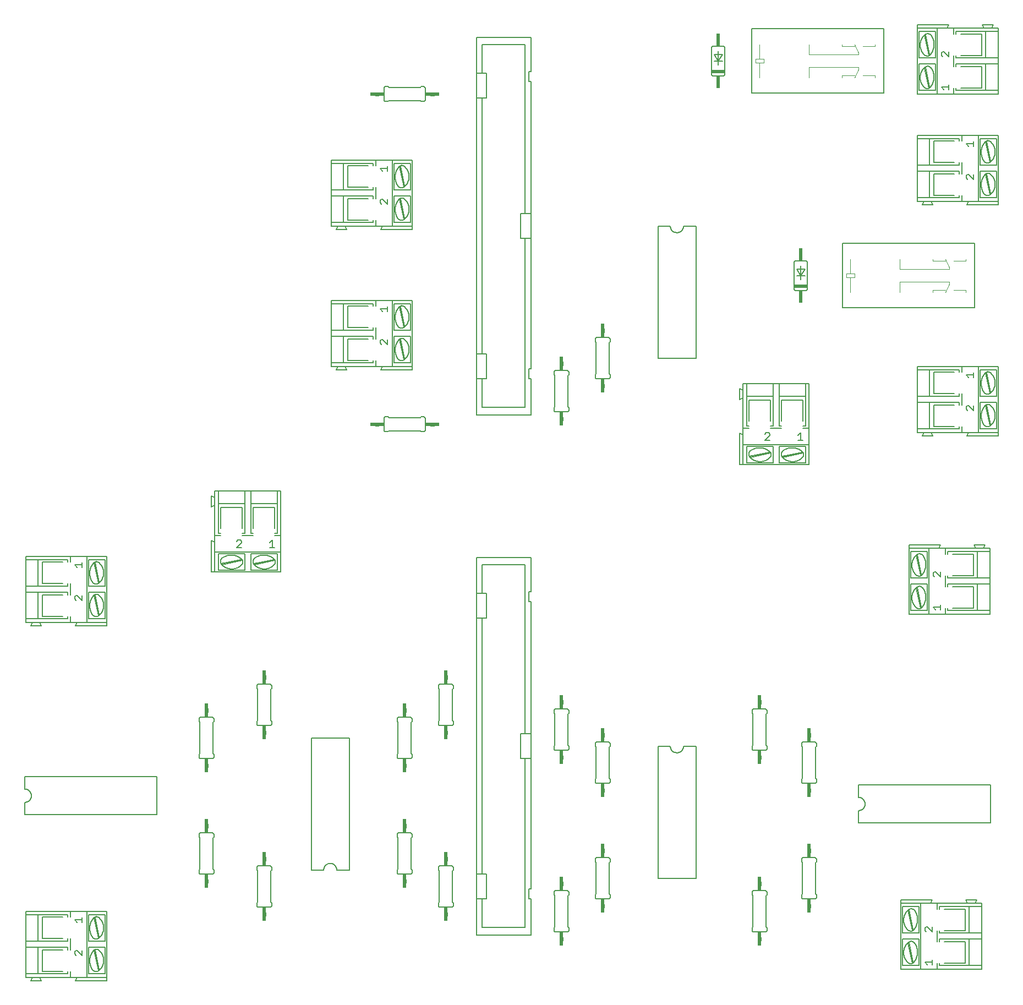
<source format=gto>
G75*
%MOIN*%
%OFA0B0*%
%FSLAX25Y25*%
%IPPOS*%
%LPD*%
%AMOC8*
5,1,8,0,0,1.08239X$1,22.5*
%
%ADD10C,0.00600*%
%ADD11C,0.02400*%
%ADD12R,0.02400X0.03400*%
%ADD13C,0.00800*%
%ADD14C,0.00500*%
%ADD15R,0.03400X0.02400*%
%ADD16C,0.00400*%
%ADD17R,0.08000X0.02000*%
%ADD18R,0.02000X0.07500*%
D10*
X0009667Y0006800D02*
X0009667Y0009000D01*
X0017167Y0009000D01*
X0017167Y0025000D01*
X0035167Y0025000D01*
X0035167Y0023500D01*
X0036667Y0023500D02*
X0036667Y0030200D01*
X0035167Y0030200D02*
X0035167Y0028700D01*
X0017167Y0028700D01*
X0017167Y0044700D01*
X0009667Y0044700D01*
X0009667Y0028700D01*
X0009667Y0025000D01*
X0009667Y0009000D01*
X0009667Y0006800D02*
X0013667Y0006800D01*
X0018167Y0006800D01*
X0036667Y0006800D01*
X0036667Y0010500D01*
X0035167Y0010500D02*
X0035167Y0009000D01*
X0017167Y0009000D01*
X0018167Y0006800D02*
X0019167Y0004800D01*
X0012667Y0004800D01*
X0013667Y0006800D01*
X0019667Y0010500D02*
X0019667Y0023500D01*
X0032167Y0023500D01*
X0032167Y0030200D02*
X0019667Y0030200D01*
X0019667Y0043200D01*
X0032167Y0043200D01*
X0035167Y0043200D02*
X0035167Y0044700D01*
X0017167Y0044700D01*
X0009667Y0044700D02*
X0009667Y0046800D01*
X0036667Y0046800D01*
X0036667Y0043200D01*
X0036667Y0046800D02*
X0046667Y0046800D01*
X0058667Y0046800D01*
X0058667Y0006800D01*
X0058667Y0004800D01*
X0039667Y0004800D01*
X0040667Y0006800D01*
X0046667Y0006800D01*
X0046667Y0046800D01*
X0047667Y0044700D02*
X0057667Y0044700D01*
X0057667Y0028700D01*
X0047667Y0028700D01*
X0047667Y0044700D01*
X0051167Y0042600D02*
X0053667Y0030600D01*
X0054167Y0031100D02*
X0051667Y0043100D01*
X0050425Y0042334D02*
X0050474Y0042418D01*
X0050526Y0042499D01*
X0050581Y0042578D01*
X0050640Y0042655D01*
X0050701Y0042729D01*
X0050766Y0042801D01*
X0050834Y0042870D01*
X0050904Y0042936D01*
X0050977Y0042999D01*
X0051053Y0043059D01*
X0051131Y0043115D01*
X0051211Y0043169D01*
X0051293Y0043219D01*
X0051378Y0043266D01*
X0051464Y0043309D01*
X0051552Y0043349D01*
X0051642Y0043385D01*
X0051733Y0043417D01*
X0051825Y0043445D01*
X0051918Y0043470D01*
X0052012Y0043491D01*
X0052108Y0043507D01*
X0052203Y0043520D01*
X0052299Y0043529D01*
X0052396Y0043534D01*
X0052492Y0043535D01*
X0052589Y0043532D01*
X0052685Y0043525D01*
X0052781Y0043514D01*
X0052876Y0043499D01*
X0052971Y0043480D01*
X0053065Y0043457D01*
X0053157Y0043430D01*
X0053249Y0043400D01*
X0053339Y0043366D01*
X0053428Y0043328D01*
X0053515Y0043286D01*
X0053600Y0043241D01*
X0053684Y0043192D01*
X0053765Y0043140D01*
X0053844Y0043085D01*
X0053921Y0043026D01*
X0053995Y0042965D01*
X0054067Y0042900D01*
X0050567Y0042500D02*
X0050423Y0042316D01*
X0050283Y0042127D01*
X0050148Y0041936D01*
X0050018Y0041741D01*
X0049892Y0041543D01*
X0049772Y0041342D01*
X0049656Y0041138D01*
X0049545Y0040931D01*
X0049440Y0040722D01*
X0049339Y0040510D01*
X0049244Y0040296D01*
X0049154Y0040079D01*
X0049069Y0039860D01*
X0048990Y0039640D01*
X0048916Y0039417D01*
X0048847Y0039193D01*
X0048784Y0038967D01*
X0048727Y0038740D01*
X0048675Y0038511D01*
X0048629Y0038281D01*
X0048588Y0038050D01*
X0048553Y0037819D01*
X0048524Y0037586D01*
X0048500Y0037353D01*
X0048482Y0037119D01*
X0048470Y0036885D01*
X0048463Y0036650D01*
X0048462Y0036416D01*
X0048467Y0036182D01*
X0048478Y0035947D01*
X0048494Y0035713D01*
X0048516Y0035480D01*
X0048544Y0035247D01*
X0048577Y0035015D01*
X0048617Y0034784D01*
X0048661Y0034554D01*
X0048712Y0034325D01*
X0048767Y0034097D01*
X0048829Y0033871D01*
X0048896Y0033646D01*
X0048968Y0033423D01*
X0049046Y0033202D01*
X0049129Y0032983D01*
X0049218Y0032766D01*
X0049312Y0032551D01*
X0049411Y0032338D01*
X0049515Y0032128D01*
X0049624Y0031921D01*
X0049738Y0031716D01*
X0049858Y0031514D01*
X0049982Y0031315D01*
X0050111Y0031119D01*
X0050244Y0030927D01*
X0050383Y0030737D01*
X0050249Y0030920D02*
X0050318Y0030845D01*
X0050389Y0030773D01*
X0050463Y0030704D01*
X0050539Y0030638D01*
X0050618Y0030574D01*
X0050699Y0030514D01*
X0050782Y0030456D01*
X0050868Y0030402D01*
X0050955Y0030351D01*
X0051044Y0030303D01*
X0051136Y0030259D01*
X0051228Y0030218D01*
X0051322Y0030181D01*
X0051418Y0030147D01*
X0051514Y0030117D01*
X0051612Y0030091D01*
X0051711Y0030068D01*
X0051810Y0030049D01*
X0051910Y0030034D01*
X0052011Y0030022D01*
X0052112Y0030014D01*
X0052213Y0030011D01*
X0052314Y0030010D01*
X0052415Y0030014D01*
X0052516Y0030022D01*
X0052617Y0030033D01*
X0052717Y0030048D01*
X0052816Y0030067D01*
X0052915Y0030089D01*
X0053013Y0030116D01*
X0053110Y0030146D01*
X0053205Y0030179D01*
X0053299Y0030216D01*
X0053392Y0030257D01*
X0053483Y0030301D01*
X0053572Y0030349D01*
X0053660Y0030399D01*
X0053746Y0030453D01*
X0053829Y0030511D01*
X0053910Y0030571D01*
X0053989Y0030634D01*
X0054066Y0030701D01*
X0057667Y0025000D02*
X0047667Y0025000D01*
X0047667Y0009000D01*
X0057667Y0009000D01*
X0057667Y0025000D01*
X0051667Y0023400D02*
X0054167Y0011400D01*
X0053667Y0010900D02*
X0051167Y0022900D01*
X0050425Y0022634D02*
X0050474Y0022718D01*
X0050526Y0022799D01*
X0050581Y0022878D01*
X0050640Y0022955D01*
X0050701Y0023029D01*
X0050766Y0023101D01*
X0050834Y0023170D01*
X0050904Y0023236D01*
X0050977Y0023299D01*
X0051053Y0023359D01*
X0051131Y0023415D01*
X0051211Y0023469D01*
X0051293Y0023519D01*
X0051378Y0023566D01*
X0051464Y0023609D01*
X0051552Y0023649D01*
X0051642Y0023685D01*
X0051733Y0023717D01*
X0051825Y0023745D01*
X0051918Y0023770D01*
X0052012Y0023791D01*
X0052108Y0023807D01*
X0052203Y0023820D01*
X0052299Y0023829D01*
X0052396Y0023834D01*
X0052492Y0023835D01*
X0052589Y0023832D01*
X0052685Y0023825D01*
X0052781Y0023814D01*
X0052876Y0023799D01*
X0052971Y0023780D01*
X0053065Y0023757D01*
X0053157Y0023730D01*
X0053249Y0023700D01*
X0053339Y0023666D01*
X0053428Y0023628D01*
X0053515Y0023586D01*
X0053600Y0023541D01*
X0053684Y0023492D01*
X0053765Y0023440D01*
X0053844Y0023385D01*
X0053921Y0023326D01*
X0053995Y0023265D01*
X0054067Y0023200D01*
X0050567Y0022800D02*
X0050423Y0022615D01*
X0050283Y0022427D01*
X0050148Y0022235D01*
X0050018Y0022040D01*
X0049892Y0021842D01*
X0049771Y0021641D01*
X0049656Y0021437D01*
X0049545Y0021231D01*
X0049439Y0021021D01*
X0049339Y0020810D01*
X0049244Y0020595D01*
X0049154Y0020379D01*
X0049069Y0020160D01*
X0048990Y0019940D01*
X0048916Y0019717D01*
X0048847Y0019493D01*
X0048784Y0019267D01*
X0048727Y0019040D01*
X0048675Y0018811D01*
X0048629Y0018581D01*
X0048588Y0018350D01*
X0048553Y0018118D01*
X0048524Y0017886D01*
X0048500Y0017652D01*
X0048482Y0017419D01*
X0048470Y0017184D01*
X0048463Y0016950D01*
X0048462Y0016716D01*
X0048467Y0016481D01*
X0048478Y0016247D01*
X0048494Y0016013D01*
X0048516Y0015780D01*
X0048544Y0015547D01*
X0048578Y0015315D01*
X0048617Y0015084D01*
X0048661Y0014853D01*
X0048712Y0014624D01*
X0048768Y0014397D01*
X0048829Y0014170D01*
X0048896Y0013946D01*
X0048968Y0013723D01*
X0049046Y0013501D01*
X0049129Y0013282D01*
X0049218Y0013065D01*
X0049312Y0012850D01*
X0049411Y0012638D01*
X0049515Y0012428D01*
X0049624Y0012220D01*
X0049738Y0012016D01*
X0049858Y0011814D01*
X0049982Y0011615D01*
X0050111Y0011419D01*
X0050245Y0011226D01*
X0050383Y0011037D01*
X0050249Y0011220D02*
X0050318Y0011145D01*
X0050389Y0011073D01*
X0050463Y0011004D01*
X0050539Y0010938D01*
X0050618Y0010874D01*
X0050699Y0010814D01*
X0050782Y0010756D01*
X0050868Y0010702D01*
X0050955Y0010651D01*
X0051044Y0010603D01*
X0051136Y0010559D01*
X0051228Y0010518D01*
X0051322Y0010481D01*
X0051418Y0010447D01*
X0051514Y0010417D01*
X0051612Y0010391D01*
X0051711Y0010368D01*
X0051810Y0010349D01*
X0051910Y0010334D01*
X0052011Y0010322D01*
X0052112Y0010314D01*
X0052213Y0010311D01*
X0052314Y0010310D01*
X0052415Y0010314D01*
X0052516Y0010322D01*
X0052617Y0010333D01*
X0052717Y0010348D01*
X0052816Y0010367D01*
X0052915Y0010389D01*
X0053013Y0010416D01*
X0053110Y0010446D01*
X0053205Y0010479D01*
X0053299Y0010516D01*
X0053392Y0010557D01*
X0053483Y0010601D01*
X0053572Y0010649D01*
X0053660Y0010699D01*
X0053746Y0010753D01*
X0053829Y0010811D01*
X0053910Y0010871D01*
X0053989Y0010934D01*
X0054066Y0011001D01*
X0058667Y0006800D02*
X0046667Y0006800D01*
X0040667Y0006800D02*
X0036667Y0006800D01*
X0032167Y0010500D02*
X0019667Y0010500D01*
X0017167Y0025000D02*
X0009667Y0025000D01*
X0009667Y0028700D02*
X0017167Y0028700D01*
X0054084Y0030681D02*
X0054230Y0030812D01*
X0054374Y0030946D01*
X0054514Y0031084D01*
X0054651Y0031225D01*
X0054785Y0031369D01*
X0054915Y0031517D01*
X0055041Y0031667D01*
X0055163Y0031821D01*
X0055282Y0031977D01*
X0055397Y0032137D01*
X0055508Y0032299D01*
X0055616Y0032464D01*
X0055719Y0032631D01*
X0055818Y0032801D01*
X0055913Y0032973D01*
X0056003Y0033147D01*
X0056090Y0033324D01*
X0056172Y0033502D01*
X0056250Y0033683D01*
X0056323Y0033865D01*
X0056392Y0034049D01*
X0056456Y0034235D01*
X0056516Y0034422D01*
X0056572Y0034610D01*
X0056622Y0034800D01*
X0056669Y0034991D01*
X0056710Y0035183D01*
X0056747Y0035376D01*
X0056779Y0035570D01*
X0056807Y0035765D01*
X0056829Y0035960D01*
X0056847Y0036156D01*
X0056861Y0036352D01*
X0056869Y0036548D01*
X0056873Y0036745D01*
X0056872Y0036941D01*
X0056866Y0037138D01*
X0056855Y0037334D01*
X0056840Y0037530D01*
X0056820Y0037725D01*
X0056795Y0037920D01*
X0056766Y0038115D01*
X0056731Y0038308D01*
X0056693Y0038501D01*
X0056649Y0038693D01*
X0056601Y0038883D01*
X0056548Y0039072D01*
X0056491Y0039260D01*
X0056429Y0039447D01*
X0056362Y0039632D01*
X0056291Y0039815D01*
X0056216Y0039997D01*
X0056136Y0040176D01*
X0056052Y0040354D01*
X0055964Y0040530D01*
X0055872Y0040703D01*
X0055775Y0040874D01*
X0055674Y0041043D01*
X0055569Y0041209D01*
X0055460Y0041373D01*
X0055347Y0041534D01*
X0055231Y0041692D01*
X0055110Y0041847D01*
X0054986Y0041999D01*
X0054858Y0042148D01*
X0054727Y0042295D01*
X0054592Y0042437D01*
X0054453Y0042577D01*
X0054312Y0042713D01*
X0054167Y0042846D01*
X0054018Y0042975D01*
X0053867Y0043100D01*
X0053867Y0023399D02*
X0054018Y0023274D01*
X0054166Y0023145D01*
X0054311Y0023012D01*
X0054453Y0022876D01*
X0054591Y0022736D01*
X0054726Y0022594D01*
X0054858Y0022447D01*
X0054985Y0022298D01*
X0055110Y0022146D01*
X0055230Y0021991D01*
X0055347Y0021833D01*
X0055460Y0021672D01*
X0055568Y0021508D01*
X0055673Y0021342D01*
X0055774Y0021173D01*
X0055871Y0021002D01*
X0055963Y0020829D01*
X0056052Y0020653D01*
X0056136Y0020475D01*
X0056215Y0020296D01*
X0056291Y0020114D01*
X0056361Y0019931D01*
X0056428Y0019746D01*
X0056490Y0019560D01*
X0056547Y0019372D01*
X0056600Y0019182D01*
X0056648Y0018992D01*
X0056692Y0018800D01*
X0056731Y0018608D01*
X0056765Y0018414D01*
X0056794Y0018220D01*
X0056819Y0018025D01*
X0056839Y0017829D01*
X0056854Y0017633D01*
X0056865Y0017437D01*
X0056871Y0017241D01*
X0056872Y0017044D01*
X0056868Y0016848D01*
X0056860Y0016651D01*
X0056846Y0016455D01*
X0056828Y0016260D01*
X0056806Y0016065D01*
X0056778Y0015870D01*
X0056746Y0015676D01*
X0056709Y0015483D01*
X0056668Y0015291D01*
X0056621Y0015100D01*
X0056571Y0014910D01*
X0056515Y0014722D01*
X0056455Y0014534D01*
X0056391Y0014349D01*
X0056322Y0014165D01*
X0056248Y0013983D01*
X0056171Y0013802D01*
X0056089Y0013624D01*
X0056002Y0013447D01*
X0055911Y0013273D01*
X0055817Y0013101D01*
X0055718Y0012931D01*
X0055614Y0012764D01*
X0055507Y0012599D01*
X0055396Y0012437D01*
X0055281Y0012277D01*
X0055162Y0012121D01*
X0055040Y0011967D01*
X0054913Y0011817D01*
X0054784Y0011669D01*
X0054650Y0011525D01*
X0054513Y0011384D01*
X0054373Y0011246D01*
X0054229Y0011112D01*
X0054083Y0010982D01*
X0114667Y0070300D02*
X0114667Y0071800D01*
X0115167Y0072300D01*
X0115167Y0091300D01*
X0114667Y0091800D01*
X0114667Y0093300D01*
X0114669Y0093360D01*
X0114674Y0093421D01*
X0114683Y0093480D01*
X0114696Y0093539D01*
X0114712Y0093598D01*
X0114732Y0093655D01*
X0114755Y0093710D01*
X0114782Y0093765D01*
X0114811Y0093817D01*
X0114844Y0093868D01*
X0114880Y0093917D01*
X0114918Y0093963D01*
X0114960Y0094007D01*
X0115004Y0094049D01*
X0115050Y0094087D01*
X0115099Y0094123D01*
X0115150Y0094156D01*
X0115202Y0094185D01*
X0115257Y0094212D01*
X0115312Y0094235D01*
X0115369Y0094255D01*
X0115428Y0094271D01*
X0115487Y0094284D01*
X0115546Y0094293D01*
X0115607Y0094298D01*
X0115667Y0094300D01*
X0122667Y0094300D01*
X0122727Y0094298D01*
X0122788Y0094293D01*
X0122847Y0094284D01*
X0122906Y0094271D01*
X0122965Y0094255D01*
X0123022Y0094235D01*
X0123077Y0094212D01*
X0123132Y0094185D01*
X0123184Y0094156D01*
X0123235Y0094123D01*
X0123284Y0094087D01*
X0123330Y0094049D01*
X0123374Y0094007D01*
X0123416Y0093963D01*
X0123454Y0093917D01*
X0123490Y0093868D01*
X0123523Y0093817D01*
X0123552Y0093765D01*
X0123579Y0093710D01*
X0123602Y0093655D01*
X0123622Y0093598D01*
X0123638Y0093539D01*
X0123651Y0093480D01*
X0123660Y0093421D01*
X0123665Y0093360D01*
X0123667Y0093300D01*
X0123667Y0091800D01*
X0123167Y0091300D01*
X0123167Y0072300D01*
X0123667Y0071800D01*
X0123667Y0070300D01*
X0123665Y0070240D01*
X0123660Y0070179D01*
X0123651Y0070120D01*
X0123638Y0070061D01*
X0123622Y0070002D01*
X0123602Y0069945D01*
X0123579Y0069890D01*
X0123552Y0069835D01*
X0123523Y0069783D01*
X0123490Y0069732D01*
X0123454Y0069683D01*
X0123416Y0069637D01*
X0123374Y0069593D01*
X0123330Y0069551D01*
X0123284Y0069513D01*
X0123235Y0069477D01*
X0123184Y0069444D01*
X0123132Y0069415D01*
X0123077Y0069388D01*
X0123022Y0069365D01*
X0122965Y0069345D01*
X0122906Y0069329D01*
X0122847Y0069316D01*
X0122788Y0069307D01*
X0122727Y0069302D01*
X0122667Y0069300D01*
X0115667Y0069300D01*
X0115607Y0069302D01*
X0115546Y0069307D01*
X0115487Y0069316D01*
X0115428Y0069329D01*
X0115369Y0069345D01*
X0115312Y0069365D01*
X0115257Y0069388D01*
X0115202Y0069415D01*
X0115150Y0069444D01*
X0115099Y0069477D01*
X0115050Y0069513D01*
X0115004Y0069551D01*
X0114960Y0069593D01*
X0114918Y0069637D01*
X0114880Y0069683D01*
X0114844Y0069732D01*
X0114811Y0069783D01*
X0114782Y0069835D01*
X0114755Y0069890D01*
X0114732Y0069945D01*
X0114712Y0070002D01*
X0114696Y0070061D01*
X0114683Y0070120D01*
X0114674Y0070179D01*
X0114669Y0070240D01*
X0114667Y0070300D01*
X0149667Y0071800D02*
X0149667Y0073300D01*
X0149669Y0073360D01*
X0149674Y0073421D01*
X0149683Y0073480D01*
X0149696Y0073539D01*
X0149712Y0073598D01*
X0149732Y0073655D01*
X0149755Y0073710D01*
X0149782Y0073765D01*
X0149811Y0073817D01*
X0149844Y0073868D01*
X0149880Y0073917D01*
X0149918Y0073963D01*
X0149960Y0074007D01*
X0150004Y0074049D01*
X0150050Y0074087D01*
X0150099Y0074123D01*
X0150150Y0074156D01*
X0150202Y0074185D01*
X0150257Y0074212D01*
X0150312Y0074235D01*
X0150369Y0074255D01*
X0150428Y0074271D01*
X0150487Y0074284D01*
X0150546Y0074293D01*
X0150607Y0074298D01*
X0150667Y0074300D01*
X0157667Y0074300D01*
X0157727Y0074298D01*
X0157788Y0074293D01*
X0157847Y0074284D01*
X0157906Y0074271D01*
X0157965Y0074255D01*
X0158022Y0074235D01*
X0158077Y0074212D01*
X0158132Y0074185D01*
X0158184Y0074156D01*
X0158235Y0074123D01*
X0158284Y0074087D01*
X0158330Y0074049D01*
X0158374Y0074007D01*
X0158416Y0073963D01*
X0158454Y0073917D01*
X0158490Y0073868D01*
X0158523Y0073817D01*
X0158552Y0073765D01*
X0158579Y0073710D01*
X0158602Y0073655D01*
X0158622Y0073598D01*
X0158638Y0073539D01*
X0158651Y0073480D01*
X0158660Y0073421D01*
X0158665Y0073360D01*
X0158667Y0073300D01*
X0158667Y0071800D01*
X0158167Y0071300D01*
X0158167Y0052300D01*
X0158667Y0051800D01*
X0158667Y0050300D01*
X0158665Y0050240D01*
X0158660Y0050179D01*
X0158651Y0050120D01*
X0158638Y0050061D01*
X0158622Y0050002D01*
X0158602Y0049945D01*
X0158579Y0049890D01*
X0158552Y0049835D01*
X0158523Y0049783D01*
X0158490Y0049732D01*
X0158454Y0049683D01*
X0158416Y0049637D01*
X0158374Y0049593D01*
X0158330Y0049551D01*
X0158284Y0049513D01*
X0158235Y0049477D01*
X0158184Y0049444D01*
X0158132Y0049415D01*
X0158077Y0049388D01*
X0158022Y0049365D01*
X0157965Y0049345D01*
X0157906Y0049329D01*
X0157847Y0049316D01*
X0157788Y0049307D01*
X0157727Y0049302D01*
X0157667Y0049300D01*
X0150667Y0049300D01*
X0150607Y0049302D01*
X0150546Y0049307D01*
X0150487Y0049316D01*
X0150428Y0049329D01*
X0150369Y0049345D01*
X0150312Y0049365D01*
X0150257Y0049388D01*
X0150202Y0049415D01*
X0150150Y0049444D01*
X0150099Y0049477D01*
X0150050Y0049513D01*
X0150004Y0049551D01*
X0149960Y0049593D01*
X0149918Y0049637D01*
X0149880Y0049683D01*
X0149844Y0049732D01*
X0149811Y0049783D01*
X0149782Y0049835D01*
X0149755Y0049890D01*
X0149732Y0049945D01*
X0149712Y0050002D01*
X0149696Y0050061D01*
X0149683Y0050120D01*
X0149674Y0050179D01*
X0149669Y0050240D01*
X0149667Y0050300D01*
X0149667Y0051800D01*
X0150167Y0052300D01*
X0150167Y0071300D01*
X0149667Y0071800D01*
X0182667Y0071800D02*
X0190167Y0071800D01*
X0190169Y0071926D01*
X0190175Y0072051D01*
X0190185Y0072176D01*
X0190199Y0072301D01*
X0190216Y0072426D01*
X0190238Y0072550D01*
X0190263Y0072673D01*
X0190293Y0072795D01*
X0190326Y0072916D01*
X0190363Y0073036D01*
X0190403Y0073155D01*
X0190448Y0073272D01*
X0190496Y0073389D01*
X0190548Y0073503D01*
X0190603Y0073616D01*
X0190662Y0073727D01*
X0190724Y0073836D01*
X0190790Y0073943D01*
X0190859Y0074048D01*
X0190931Y0074151D01*
X0191006Y0074252D01*
X0191085Y0074350D01*
X0191167Y0074445D01*
X0191251Y0074538D01*
X0191339Y0074628D01*
X0191429Y0074716D01*
X0191522Y0074800D01*
X0191617Y0074882D01*
X0191715Y0074961D01*
X0191816Y0075036D01*
X0191919Y0075108D01*
X0192024Y0075177D01*
X0192131Y0075243D01*
X0192240Y0075305D01*
X0192351Y0075364D01*
X0192464Y0075419D01*
X0192578Y0075471D01*
X0192695Y0075519D01*
X0192812Y0075564D01*
X0192931Y0075604D01*
X0193051Y0075641D01*
X0193172Y0075674D01*
X0193294Y0075704D01*
X0193417Y0075729D01*
X0193541Y0075751D01*
X0193666Y0075768D01*
X0193791Y0075782D01*
X0193916Y0075792D01*
X0194041Y0075798D01*
X0194167Y0075800D01*
X0194293Y0075798D01*
X0194418Y0075792D01*
X0194543Y0075782D01*
X0194668Y0075768D01*
X0194793Y0075751D01*
X0194917Y0075729D01*
X0195040Y0075704D01*
X0195162Y0075674D01*
X0195283Y0075641D01*
X0195403Y0075604D01*
X0195522Y0075564D01*
X0195639Y0075519D01*
X0195756Y0075471D01*
X0195870Y0075419D01*
X0195983Y0075364D01*
X0196094Y0075305D01*
X0196203Y0075243D01*
X0196310Y0075177D01*
X0196415Y0075108D01*
X0196518Y0075036D01*
X0196619Y0074961D01*
X0196717Y0074882D01*
X0196812Y0074800D01*
X0196905Y0074716D01*
X0196995Y0074628D01*
X0197083Y0074538D01*
X0197167Y0074445D01*
X0197249Y0074350D01*
X0197328Y0074252D01*
X0197403Y0074151D01*
X0197475Y0074048D01*
X0197544Y0073943D01*
X0197610Y0073836D01*
X0197672Y0073727D01*
X0197731Y0073616D01*
X0197786Y0073503D01*
X0197838Y0073389D01*
X0197886Y0073272D01*
X0197931Y0073155D01*
X0197971Y0073036D01*
X0198008Y0072916D01*
X0198041Y0072795D01*
X0198071Y0072673D01*
X0198096Y0072550D01*
X0198118Y0072426D01*
X0198135Y0072301D01*
X0198149Y0072176D01*
X0198159Y0072051D01*
X0198165Y0071926D01*
X0198167Y0071800D01*
X0205667Y0071800D01*
X0205667Y0151800D01*
X0182667Y0151800D01*
X0182667Y0071800D01*
X0234667Y0071800D02*
X0234667Y0070300D01*
X0234669Y0070240D01*
X0234674Y0070179D01*
X0234683Y0070120D01*
X0234696Y0070061D01*
X0234712Y0070002D01*
X0234732Y0069945D01*
X0234755Y0069890D01*
X0234782Y0069835D01*
X0234811Y0069783D01*
X0234844Y0069732D01*
X0234880Y0069683D01*
X0234918Y0069637D01*
X0234960Y0069593D01*
X0235004Y0069551D01*
X0235050Y0069513D01*
X0235099Y0069477D01*
X0235150Y0069444D01*
X0235202Y0069415D01*
X0235257Y0069388D01*
X0235312Y0069365D01*
X0235369Y0069345D01*
X0235428Y0069329D01*
X0235487Y0069316D01*
X0235546Y0069307D01*
X0235607Y0069302D01*
X0235667Y0069300D01*
X0242667Y0069300D01*
X0242727Y0069302D01*
X0242788Y0069307D01*
X0242847Y0069316D01*
X0242906Y0069329D01*
X0242965Y0069345D01*
X0243022Y0069365D01*
X0243077Y0069388D01*
X0243132Y0069415D01*
X0243184Y0069444D01*
X0243235Y0069477D01*
X0243284Y0069513D01*
X0243330Y0069551D01*
X0243374Y0069593D01*
X0243416Y0069637D01*
X0243454Y0069683D01*
X0243490Y0069732D01*
X0243523Y0069783D01*
X0243552Y0069835D01*
X0243579Y0069890D01*
X0243602Y0069945D01*
X0243622Y0070002D01*
X0243638Y0070061D01*
X0243651Y0070120D01*
X0243660Y0070179D01*
X0243665Y0070240D01*
X0243667Y0070300D01*
X0243667Y0071800D01*
X0243167Y0072300D01*
X0243167Y0091300D01*
X0243667Y0091800D01*
X0243667Y0093300D01*
X0243665Y0093360D01*
X0243660Y0093421D01*
X0243651Y0093480D01*
X0243638Y0093539D01*
X0243622Y0093598D01*
X0243602Y0093655D01*
X0243579Y0093710D01*
X0243552Y0093765D01*
X0243523Y0093817D01*
X0243490Y0093868D01*
X0243454Y0093917D01*
X0243416Y0093963D01*
X0243374Y0094007D01*
X0243330Y0094049D01*
X0243284Y0094087D01*
X0243235Y0094123D01*
X0243184Y0094156D01*
X0243132Y0094185D01*
X0243077Y0094212D01*
X0243022Y0094235D01*
X0242965Y0094255D01*
X0242906Y0094271D01*
X0242847Y0094284D01*
X0242788Y0094293D01*
X0242727Y0094298D01*
X0242667Y0094300D01*
X0235667Y0094300D01*
X0235607Y0094298D01*
X0235546Y0094293D01*
X0235487Y0094284D01*
X0235428Y0094271D01*
X0235369Y0094255D01*
X0235312Y0094235D01*
X0235257Y0094212D01*
X0235202Y0094185D01*
X0235150Y0094156D01*
X0235099Y0094123D01*
X0235050Y0094087D01*
X0235004Y0094049D01*
X0234960Y0094007D01*
X0234918Y0093963D01*
X0234880Y0093917D01*
X0234844Y0093868D01*
X0234811Y0093817D01*
X0234782Y0093765D01*
X0234755Y0093710D01*
X0234732Y0093655D01*
X0234712Y0093598D01*
X0234696Y0093539D01*
X0234683Y0093480D01*
X0234674Y0093421D01*
X0234669Y0093360D01*
X0234667Y0093300D01*
X0234667Y0091800D01*
X0235167Y0091300D01*
X0235167Y0072300D01*
X0234667Y0071800D01*
X0259667Y0071800D02*
X0260167Y0071300D01*
X0260167Y0052300D01*
X0259667Y0051800D01*
X0259667Y0050300D01*
X0259669Y0050240D01*
X0259674Y0050179D01*
X0259683Y0050120D01*
X0259696Y0050061D01*
X0259712Y0050002D01*
X0259732Y0049945D01*
X0259755Y0049890D01*
X0259782Y0049835D01*
X0259811Y0049783D01*
X0259844Y0049732D01*
X0259880Y0049683D01*
X0259918Y0049637D01*
X0259960Y0049593D01*
X0260004Y0049551D01*
X0260050Y0049513D01*
X0260099Y0049477D01*
X0260150Y0049444D01*
X0260202Y0049415D01*
X0260257Y0049388D01*
X0260312Y0049365D01*
X0260369Y0049345D01*
X0260428Y0049329D01*
X0260487Y0049316D01*
X0260546Y0049307D01*
X0260607Y0049302D01*
X0260667Y0049300D01*
X0267667Y0049300D01*
X0267727Y0049302D01*
X0267788Y0049307D01*
X0267847Y0049316D01*
X0267906Y0049329D01*
X0267965Y0049345D01*
X0268022Y0049365D01*
X0268077Y0049388D01*
X0268132Y0049415D01*
X0268184Y0049444D01*
X0268235Y0049477D01*
X0268284Y0049513D01*
X0268330Y0049551D01*
X0268374Y0049593D01*
X0268416Y0049637D01*
X0268454Y0049683D01*
X0268490Y0049732D01*
X0268523Y0049783D01*
X0268552Y0049835D01*
X0268579Y0049890D01*
X0268602Y0049945D01*
X0268622Y0050002D01*
X0268638Y0050061D01*
X0268651Y0050120D01*
X0268660Y0050179D01*
X0268665Y0050240D01*
X0268667Y0050300D01*
X0268667Y0051800D01*
X0268167Y0052300D01*
X0268167Y0071300D01*
X0268667Y0071800D01*
X0268667Y0073300D01*
X0268665Y0073360D01*
X0268660Y0073421D01*
X0268651Y0073480D01*
X0268638Y0073539D01*
X0268622Y0073598D01*
X0268602Y0073655D01*
X0268579Y0073710D01*
X0268552Y0073765D01*
X0268523Y0073817D01*
X0268490Y0073868D01*
X0268454Y0073917D01*
X0268416Y0073963D01*
X0268374Y0074007D01*
X0268330Y0074049D01*
X0268284Y0074087D01*
X0268235Y0074123D01*
X0268184Y0074156D01*
X0268132Y0074185D01*
X0268077Y0074212D01*
X0268022Y0074235D01*
X0267965Y0074255D01*
X0267906Y0074271D01*
X0267847Y0074284D01*
X0267788Y0074293D01*
X0267727Y0074298D01*
X0267667Y0074300D01*
X0260667Y0074300D01*
X0260607Y0074298D01*
X0260546Y0074293D01*
X0260487Y0074284D01*
X0260428Y0074271D01*
X0260369Y0074255D01*
X0260312Y0074235D01*
X0260257Y0074212D01*
X0260202Y0074185D01*
X0260150Y0074156D01*
X0260099Y0074123D01*
X0260050Y0074087D01*
X0260004Y0074049D01*
X0259960Y0074007D01*
X0259918Y0073963D01*
X0259880Y0073917D01*
X0259844Y0073868D01*
X0259811Y0073817D01*
X0259782Y0073765D01*
X0259755Y0073710D01*
X0259732Y0073655D01*
X0259712Y0073598D01*
X0259696Y0073539D01*
X0259683Y0073480D01*
X0259674Y0073421D01*
X0259669Y0073360D01*
X0259667Y0073300D01*
X0259667Y0071800D01*
X0242667Y0139300D02*
X0235667Y0139300D01*
X0235607Y0139302D01*
X0235546Y0139307D01*
X0235487Y0139316D01*
X0235428Y0139329D01*
X0235369Y0139345D01*
X0235312Y0139365D01*
X0235257Y0139388D01*
X0235202Y0139415D01*
X0235150Y0139444D01*
X0235099Y0139477D01*
X0235050Y0139513D01*
X0235004Y0139551D01*
X0234960Y0139593D01*
X0234918Y0139637D01*
X0234880Y0139683D01*
X0234844Y0139732D01*
X0234811Y0139783D01*
X0234782Y0139835D01*
X0234755Y0139890D01*
X0234732Y0139945D01*
X0234712Y0140002D01*
X0234696Y0140061D01*
X0234683Y0140120D01*
X0234674Y0140179D01*
X0234669Y0140240D01*
X0234667Y0140300D01*
X0234667Y0141800D01*
X0235167Y0142300D01*
X0235167Y0161300D01*
X0234667Y0161800D01*
X0234667Y0163300D01*
X0234669Y0163360D01*
X0234674Y0163421D01*
X0234683Y0163480D01*
X0234696Y0163539D01*
X0234712Y0163598D01*
X0234732Y0163655D01*
X0234755Y0163710D01*
X0234782Y0163765D01*
X0234811Y0163817D01*
X0234844Y0163868D01*
X0234880Y0163917D01*
X0234918Y0163963D01*
X0234960Y0164007D01*
X0235004Y0164049D01*
X0235050Y0164087D01*
X0235099Y0164123D01*
X0235150Y0164156D01*
X0235202Y0164185D01*
X0235257Y0164212D01*
X0235312Y0164235D01*
X0235369Y0164255D01*
X0235428Y0164271D01*
X0235487Y0164284D01*
X0235546Y0164293D01*
X0235607Y0164298D01*
X0235667Y0164300D01*
X0242667Y0164300D01*
X0242727Y0164298D01*
X0242788Y0164293D01*
X0242847Y0164284D01*
X0242906Y0164271D01*
X0242965Y0164255D01*
X0243022Y0164235D01*
X0243077Y0164212D01*
X0243132Y0164185D01*
X0243184Y0164156D01*
X0243235Y0164123D01*
X0243284Y0164087D01*
X0243330Y0164049D01*
X0243374Y0164007D01*
X0243416Y0163963D01*
X0243454Y0163917D01*
X0243490Y0163868D01*
X0243523Y0163817D01*
X0243552Y0163765D01*
X0243579Y0163710D01*
X0243602Y0163655D01*
X0243622Y0163598D01*
X0243638Y0163539D01*
X0243651Y0163480D01*
X0243660Y0163421D01*
X0243665Y0163360D01*
X0243667Y0163300D01*
X0243667Y0161800D01*
X0243167Y0161300D01*
X0243167Y0142300D01*
X0243667Y0141800D01*
X0243667Y0140300D01*
X0243665Y0140240D01*
X0243660Y0140179D01*
X0243651Y0140120D01*
X0243638Y0140061D01*
X0243622Y0140002D01*
X0243602Y0139945D01*
X0243579Y0139890D01*
X0243552Y0139835D01*
X0243523Y0139783D01*
X0243490Y0139732D01*
X0243454Y0139683D01*
X0243416Y0139637D01*
X0243374Y0139593D01*
X0243330Y0139551D01*
X0243284Y0139513D01*
X0243235Y0139477D01*
X0243184Y0139444D01*
X0243132Y0139415D01*
X0243077Y0139388D01*
X0243022Y0139365D01*
X0242965Y0139345D01*
X0242906Y0139329D01*
X0242847Y0139316D01*
X0242788Y0139307D01*
X0242727Y0139302D01*
X0242667Y0139300D01*
X0260667Y0159300D02*
X0267667Y0159300D01*
X0267727Y0159302D01*
X0267788Y0159307D01*
X0267847Y0159316D01*
X0267906Y0159329D01*
X0267965Y0159345D01*
X0268022Y0159365D01*
X0268077Y0159388D01*
X0268132Y0159415D01*
X0268184Y0159444D01*
X0268235Y0159477D01*
X0268284Y0159513D01*
X0268330Y0159551D01*
X0268374Y0159593D01*
X0268416Y0159637D01*
X0268454Y0159683D01*
X0268490Y0159732D01*
X0268523Y0159783D01*
X0268552Y0159835D01*
X0268579Y0159890D01*
X0268602Y0159945D01*
X0268622Y0160002D01*
X0268638Y0160061D01*
X0268651Y0160120D01*
X0268660Y0160179D01*
X0268665Y0160240D01*
X0268667Y0160300D01*
X0268667Y0161800D01*
X0268167Y0162300D01*
X0268167Y0181300D01*
X0268667Y0181800D01*
X0268667Y0183300D01*
X0268665Y0183360D01*
X0268660Y0183421D01*
X0268651Y0183480D01*
X0268638Y0183539D01*
X0268622Y0183598D01*
X0268602Y0183655D01*
X0268579Y0183710D01*
X0268552Y0183765D01*
X0268523Y0183817D01*
X0268490Y0183868D01*
X0268454Y0183917D01*
X0268416Y0183963D01*
X0268374Y0184007D01*
X0268330Y0184049D01*
X0268284Y0184087D01*
X0268235Y0184123D01*
X0268184Y0184156D01*
X0268132Y0184185D01*
X0268077Y0184212D01*
X0268022Y0184235D01*
X0267965Y0184255D01*
X0267906Y0184271D01*
X0267847Y0184284D01*
X0267788Y0184293D01*
X0267727Y0184298D01*
X0267667Y0184300D01*
X0260667Y0184300D01*
X0260607Y0184298D01*
X0260546Y0184293D01*
X0260487Y0184284D01*
X0260428Y0184271D01*
X0260369Y0184255D01*
X0260312Y0184235D01*
X0260257Y0184212D01*
X0260202Y0184185D01*
X0260150Y0184156D01*
X0260099Y0184123D01*
X0260050Y0184087D01*
X0260004Y0184049D01*
X0259960Y0184007D01*
X0259918Y0183963D01*
X0259880Y0183917D01*
X0259844Y0183868D01*
X0259811Y0183817D01*
X0259782Y0183765D01*
X0259755Y0183710D01*
X0259732Y0183655D01*
X0259712Y0183598D01*
X0259696Y0183539D01*
X0259683Y0183480D01*
X0259674Y0183421D01*
X0259669Y0183360D01*
X0259667Y0183300D01*
X0259667Y0181800D01*
X0260167Y0181300D01*
X0260167Y0162300D01*
X0259667Y0161800D01*
X0259667Y0160300D01*
X0259669Y0160240D01*
X0259674Y0160179D01*
X0259683Y0160120D01*
X0259696Y0160061D01*
X0259712Y0160002D01*
X0259732Y0159945D01*
X0259755Y0159890D01*
X0259782Y0159835D01*
X0259811Y0159783D01*
X0259844Y0159732D01*
X0259880Y0159683D01*
X0259918Y0159637D01*
X0259960Y0159593D01*
X0260004Y0159551D01*
X0260050Y0159513D01*
X0260099Y0159477D01*
X0260150Y0159444D01*
X0260202Y0159415D01*
X0260257Y0159388D01*
X0260312Y0159365D01*
X0260369Y0159345D01*
X0260428Y0159329D01*
X0260487Y0159316D01*
X0260546Y0159307D01*
X0260607Y0159302D01*
X0260667Y0159300D01*
X0329667Y0166800D02*
X0329667Y0168300D01*
X0329669Y0168360D01*
X0329674Y0168421D01*
X0329683Y0168480D01*
X0329696Y0168539D01*
X0329712Y0168598D01*
X0329732Y0168655D01*
X0329755Y0168710D01*
X0329782Y0168765D01*
X0329811Y0168817D01*
X0329844Y0168868D01*
X0329880Y0168917D01*
X0329918Y0168963D01*
X0329960Y0169007D01*
X0330004Y0169049D01*
X0330050Y0169087D01*
X0330099Y0169123D01*
X0330150Y0169156D01*
X0330202Y0169185D01*
X0330257Y0169212D01*
X0330312Y0169235D01*
X0330369Y0169255D01*
X0330428Y0169271D01*
X0330487Y0169284D01*
X0330546Y0169293D01*
X0330607Y0169298D01*
X0330667Y0169300D01*
X0337667Y0169300D01*
X0337727Y0169298D01*
X0337788Y0169293D01*
X0337847Y0169284D01*
X0337906Y0169271D01*
X0337965Y0169255D01*
X0338022Y0169235D01*
X0338077Y0169212D01*
X0338132Y0169185D01*
X0338184Y0169156D01*
X0338235Y0169123D01*
X0338284Y0169087D01*
X0338330Y0169049D01*
X0338374Y0169007D01*
X0338416Y0168963D01*
X0338454Y0168917D01*
X0338490Y0168868D01*
X0338523Y0168817D01*
X0338552Y0168765D01*
X0338579Y0168710D01*
X0338602Y0168655D01*
X0338622Y0168598D01*
X0338638Y0168539D01*
X0338651Y0168480D01*
X0338660Y0168421D01*
X0338665Y0168360D01*
X0338667Y0168300D01*
X0338667Y0166800D01*
X0338167Y0166300D01*
X0338167Y0147300D01*
X0338667Y0146800D01*
X0338667Y0145300D01*
X0338665Y0145240D01*
X0338660Y0145179D01*
X0338651Y0145120D01*
X0338638Y0145061D01*
X0338622Y0145002D01*
X0338602Y0144945D01*
X0338579Y0144890D01*
X0338552Y0144835D01*
X0338523Y0144783D01*
X0338490Y0144732D01*
X0338454Y0144683D01*
X0338416Y0144637D01*
X0338374Y0144593D01*
X0338330Y0144551D01*
X0338284Y0144513D01*
X0338235Y0144477D01*
X0338184Y0144444D01*
X0338132Y0144415D01*
X0338077Y0144388D01*
X0338022Y0144365D01*
X0337965Y0144345D01*
X0337906Y0144329D01*
X0337847Y0144316D01*
X0337788Y0144307D01*
X0337727Y0144302D01*
X0337667Y0144300D01*
X0330667Y0144300D01*
X0330607Y0144302D01*
X0330546Y0144307D01*
X0330487Y0144316D01*
X0330428Y0144329D01*
X0330369Y0144345D01*
X0330312Y0144365D01*
X0330257Y0144388D01*
X0330202Y0144415D01*
X0330150Y0144444D01*
X0330099Y0144477D01*
X0330050Y0144513D01*
X0330004Y0144551D01*
X0329960Y0144593D01*
X0329918Y0144637D01*
X0329880Y0144683D01*
X0329844Y0144732D01*
X0329811Y0144783D01*
X0329782Y0144835D01*
X0329755Y0144890D01*
X0329732Y0144945D01*
X0329712Y0145002D01*
X0329696Y0145061D01*
X0329683Y0145120D01*
X0329674Y0145179D01*
X0329669Y0145240D01*
X0329667Y0145300D01*
X0329667Y0146800D01*
X0330167Y0147300D01*
X0330167Y0166300D01*
X0329667Y0166800D01*
X0354667Y0148300D02*
X0354667Y0146800D01*
X0355167Y0146300D01*
X0355167Y0127300D01*
X0354667Y0126800D01*
X0354667Y0125300D01*
X0354669Y0125240D01*
X0354674Y0125179D01*
X0354683Y0125120D01*
X0354696Y0125061D01*
X0354712Y0125002D01*
X0354732Y0124945D01*
X0354755Y0124890D01*
X0354782Y0124835D01*
X0354811Y0124783D01*
X0354844Y0124732D01*
X0354880Y0124683D01*
X0354918Y0124637D01*
X0354960Y0124593D01*
X0355004Y0124551D01*
X0355050Y0124513D01*
X0355099Y0124477D01*
X0355150Y0124444D01*
X0355202Y0124415D01*
X0355257Y0124388D01*
X0355312Y0124365D01*
X0355369Y0124345D01*
X0355428Y0124329D01*
X0355487Y0124316D01*
X0355546Y0124307D01*
X0355607Y0124302D01*
X0355667Y0124300D01*
X0362667Y0124300D01*
X0362727Y0124302D01*
X0362788Y0124307D01*
X0362847Y0124316D01*
X0362906Y0124329D01*
X0362965Y0124345D01*
X0363022Y0124365D01*
X0363077Y0124388D01*
X0363132Y0124415D01*
X0363184Y0124444D01*
X0363235Y0124477D01*
X0363284Y0124513D01*
X0363330Y0124551D01*
X0363374Y0124593D01*
X0363416Y0124637D01*
X0363454Y0124683D01*
X0363490Y0124732D01*
X0363523Y0124783D01*
X0363552Y0124835D01*
X0363579Y0124890D01*
X0363602Y0124945D01*
X0363622Y0125002D01*
X0363638Y0125061D01*
X0363651Y0125120D01*
X0363660Y0125179D01*
X0363665Y0125240D01*
X0363667Y0125300D01*
X0363667Y0126800D01*
X0363167Y0127300D01*
X0363167Y0146300D01*
X0363667Y0146800D01*
X0363667Y0148300D01*
X0363665Y0148360D01*
X0363660Y0148421D01*
X0363651Y0148480D01*
X0363638Y0148539D01*
X0363622Y0148598D01*
X0363602Y0148655D01*
X0363579Y0148710D01*
X0363552Y0148765D01*
X0363523Y0148817D01*
X0363490Y0148868D01*
X0363454Y0148917D01*
X0363416Y0148963D01*
X0363374Y0149007D01*
X0363330Y0149049D01*
X0363284Y0149087D01*
X0363235Y0149123D01*
X0363184Y0149156D01*
X0363132Y0149185D01*
X0363077Y0149212D01*
X0363022Y0149235D01*
X0362965Y0149255D01*
X0362906Y0149271D01*
X0362847Y0149284D01*
X0362788Y0149293D01*
X0362727Y0149298D01*
X0362667Y0149300D01*
X0355667Y0149300D01*
X0355607Y0149298D01*
X0355546Y0149293D01*
X0355487Y0149284D01*
X0355428Y0149271D01*
X0355369Y0149255D01*
X0355312Y0149235D01*
X0355257Y0149212D01*
X0355202Y0149185D01*
X0355150Y0149156D01*
X0355099Y0149123D01*
X0355050Y0149087D01*
X0355004Y0149049D01*
X0354960Y0149007D01*
X0354918Y0148963D01*
X0354880Y0148917D01*
X0354844Y0148868D01*
X0354811Y0148817D01*
X0354782Y0148765D01*
X0354755Y0148710D01*
X0354732Y0148655D01*
X0354712Y0148598D01*
X0354696Y0148539D01*
X0354683Y0148480D01*
X0354674Y0148421D01*
X0354669Y0148360D01*
X0354667Y0148300D01*
X0392667Y0146800D02*
X0400167Y0146800D01*
X0400169Y0146674D01*
X0400175Y0146549D01*
X0400185Y0146424D01*
X0400199Y0146299D01*
X0400216Y0146174D01*
X0400238Y0146050D01*
X0400263Y0145927D01*
X0400293Y0145805D01*
X0400326Y0145684D01*
X0400363Y0145564D01*
X0400403Y0145445D01*
X0400448Y0145328D01*
X0400496Y0145211D01*
X0400548Y0145097D01*
X0400603Y0144984D01*
X0400662Y0144873D01*
X0400724Y0144764D01*
X0400790Y0144657D01*
X0400859Y0144552D01*
X0400931Y0144449D01*
X0401006Y0144348D01*
X0401085Y0144250D01*
X0401167Y0144155D01*
X0401251Y0144062D01*
X0401339Y0143972D01*
X0401429Y0143884D01*
X0401522Y0143800D01*
X0401617Y0143718D01*
X0401715Y0143639D01*
X0401816Y0143564D01*
X0401919Y0143492D01*
X0402024Y0143423D01*
X0402131Y0143357D01*
X0402240Y0143295D01*
X0402351Y0143236D01*
X0402464Y0143181D01*
X0402578Y0143129D01*
X0402695Y0143081D01*
X0402812Y0143036D01*
X0402931Y0142996D01*
X0403051Y0142959D01*
X0403172Y0142926D01*
X0403294Y0142896D01*
X0403417Y0142871D01*
X0403541Y0142849D01*
X0403666Y0142832D01*
X0403791Y0142818D01*
X0403916Y0142808D01*
X0404041Y0142802D01*
X0404167Y0142800D01*
X0404293Y0142802D01*
X0404418Y0142808D01*
X0404543Y0142818D01*
X0404668Y0142832D01*
X0404793Y0142849D01*
X0404917Y0142871D01*
X0405040Y0142896D01*
X0405162Y0142926D01*
X0405283Y0142959D01*
X0405403Y0142996D01*
X0405522Y0143036D01*
X0405639Y0143081D01*
X0405756Y0143129D01*
X0405870Y0143181D01*
X0405983Y0143236D01*
X0406094Y0143295D01*
X0406203Y0143357D01*
X0406310Y0143423D01*
X0406415Y0143492D01*
X0406518Y0143564D01*
X0406619Y0143639D01*
X0406717Y0143718D01*
X0406812Y0143800D01*
X0406905Y0143884D01*
X0406995Y0143972D01*
X0407083Y0144062D01*
X0407167Y0144155D01*
X0407249Y0144250D01*
X0407328Y0144348D01*
X0407403Y0144449D01*
X0407475Y0144552D01*
X0407544Y0144657D01*
X0407610Y0144764D01*
X0407672Y0144873D01*
X0407731Y0144984D01*
X0407786Y0145097D01*
X0407838Y0145211D01*
X0407886Y0145328D01*
X0407931Y0145445D01*
X0407971Y0145564D01*
X0408008Y0145684D01*
X0408041Y0145805D01*
X0408071Y0145927D01*
X0408096Y0146050D01*
X0408118Y0146174D01*
X0408135Y0146299D01*
X0408149Y0146424D01*
X0408159Y0146549D01*
X0408165Y0146674D01*
X0408167Y0146800D01*
X0415667Y0146800D01*
X0415667Y0066800D01*
X0392667Y0066800D01*
X0392667Y0146800D01*
X0449667Y0146800D02*
X0449667Y0145300D01*
X0449669Y0145240D01*
X0449674Y0145179D01*
X0449683Y0145120D01*
X0449696Y0145061D01*
X0449712Y0145002D01*
X0449732Y0144945D01*
X0449755Y0144890D01*
X0449782Y0144835D01*
X0449811Y0144783D01*
X0449844Y0144732D01*
X0449880Y0144683D01*
X0449918Y0144637D01*
X0449960Y0144593D01*
X0450004Y0144551D01*
X0450050Y0144513D01*
X0450099Y0144477D01*
X0450150Y0144444D01*
X0450202Y0144415D01*
X0450257Y0144388D01*
X0450312Y0144365D01*
X0450369Y0144345D01*
X0450428Y0144329D01*
X0450487Y0144316D01*
X0450546Y0144307D01*
X0450607Y0144302D01*
X0450667Y0144300D01*
X0457667Y0144300D01*
X0457727Y0144302D01*
X0457788Y0144307D01*
X0457847Y0144316D01*
X0457906Y0144329D01*
X0457965Y0144345D01*
X0458022Y0144365D01*
X0458077Y0144388D01*
X0458132Y0144415D01*
X0458184Y0144444D01*
X0458235Y0144477D01*
X0458284Y0144513D01*
X0458330Y0144551D01*
X0458374Y0144593D01*
X0458416Y0144637D01*
X0458454Y0144683D01*
X0458490Y0144732D01*
X0458523Y0144783D01*
X0458552Y0144835D01*
X0458579Y0144890D01*
X0458602Y0144945D01*
X0458622Y0145002D01*
X0458638Y0145061D01*
X0458651Y0145120D01*
X0458660Y0145179D01*
X0458665Y0145240D01*
X0458667Y0145300D01*
X0458667Y0146800D01*
X0458167Y0147300D01*
X0458167Y0166300D01*
X0458667Y0166800D01*
X0458667Y0168300D01*
X0458665Y0168360D01*
X0458660Y0168421D01*
X0458651Y0168480D01*
X0458638Y0168539D01*
X0458622Y0168598D01*
X0458602Y0168655D01*
X0458579Y0168710D01*
X0458552Y0168765D01*
X0458523Y0168817D01*
X0458490Y0168868D01*
X0458454Y0168917D01*
X0458416Y0168963D01*
X0458374Y0169007D01*
X0458330Y0169049D01*
X0458284Y0169087D01*
X0458235Y0169123D01*
X0458184Y0169156D01*
X0458132Y0169185D01*
X0458077Y0169212D01*
X0458022Y0169235D01*
X0457965Y0169255D01*
X0457906Y0169271D01*
X0457847Y0169284D01*
X0457788Y0169293D01*
X0457727Y0169298D01*
X0457667Y0169300D01*
X0450667Y0169300D01*
X0450607Y0169298D01*
X0450546Y0169293D01*
X0450487Y0169284D01*
X0450428Y0169271D01*
X0450369Y0169255D01*
X0450312Y0169235D01*
X0450257Y0169212D01*
X0450202Y0169185D01*
X0450150Y0169156D01*
X0450099Y0169123D01*
X0450050Y0169087D01*
X0450004Y0169049D01*
X0449960Y0169007D01*
X0449918Y0168963D01*
X0449880Y0168917D01*
X0449844Y0168868D01*
X0449811Y0168817D01*
X0449782Y0168765D01*
X0449755Y0168710D01*
X0449732Y0168655D01*
X0449712Y0168598D01*
X0449696Y0168539D01*
X0449683Y0168480D01*
X0449674Y0168421D01*
X0449669Y0168360D01*
X0449667Y0168300D01*
X0449667Y0166800D01*
X0450167Y0166300D01*
X0450167Y0147300D01*
X0449667Y0146800D01*
X0479667Y0146800D02*
X0480167Y0146300D01*
X0480167Y0127300D01*
X0479667Y0126800D01*
X0479667Y0125300D01*
X0479669Y0125240D01*
X0479674Y0125179D01*
X0479683Y0125120D01*
X0479696Y0125061D01*
X0479712Y0125002D01*
X0479732Y0124945D01*
X0479755Y0124890D01*
X0479782Y0124835D01*
X0479811Y0124783D01*
X0479844Y0124732D01*
X0479880Y0124683D01*
X0479918Y0124637D01*
X0479960Y0124593D01*
X0480004Y0124551D01*
X0480050Y0124513D01*
X0480099Y0124477D01*
X0480150Y0124444D01*
X0480202Y0124415D01*
X0480257Y0124388D01*
X0480312Y0124365D01*
X0480369Y0124345D01*
X0480428Y0124329D01*
X0480487Y0124316D01*
X0480546Y0124307D01*
X0480607Y0124302D01*
X0480667Y0124300D01*
X0487667Y0124300D01*
X0487727Y0124302D01*
X0487788Y0124307D01*
X0487847Y0124316D01*
X0487906Y0124329D01*
X0487965Y0124345D01*
X0488022Y0124365D01*
X0488077Y0124388D01*
X0488132Y0124415D01*
X0488184Y0124444D01*
X0488235Y0124477D01*
X0488284Y0124513D01*
X0488330Y0124551D01*
X0488374Y0124593D01*
X0488416Y0124637D01*
X0488454Y0124683D01*
X0488490Y0124732D01*
X0488523Y0124783D01*
X0488552Y0124835D01*
X0488579Y0124890D01*
X0488602Y0124945D01*
X0488622Y0125002D01*
X0488638Y0125061D01*
X0488651Y0125120D01*
X0488660Y0125179D01*
X0488665Y0125240D01*
X0488667Y0125300D01*
X0488667Y0126800D01*
X0488167Y0127300D01*
X0488167Y0146300D01*
X0488667Y0146800D01*
X0488667Y0148300D01*
X0488665Y0148360D01*
X0488660Y0148421D01*
X0488651Y0148480D01*
X0488638Y0148539D01*
X0488622Y0148598D01*
X0488602Y0148655D01*
X0488579Y0148710D01*
X0488552Y0148765D01*
X0488523Y0148817D01*
X0488490Y0148868D01*
X0488454Y0148917D01*
X0488416Y0148963D01*
X0488374Y0149007D01*
X0488330Y0149049D01*
X0488284Y0149087D01*
X0488235Y0149123D01*
X0488184Y0149156D01*
X0488132Y0149185D01*
X0488077Y0149212D01*
X0488022Y0149235D01*
X0487965Y0149255D01*
X0487906Y0149271D01*
X0487847Y0149284D01*
X0487788Y0149293D01*
X0487727Y0149298D01*
X0487667Y0149300D01*
X0480667Y0149300D01*
X0480607Y0149298D01*
X0480546Y0149293D01*
X0480487Y0149284D01*
X0480428Y0149271D01*
X0480369Y0149255D01*
X0480312Y0149235D01*
X0480257Y0149212D01*
X0480202Y0149185D01*
X0480150Y0149156D01*
X0480099Y0149123D01*
X0480050Y0149087D01*
X0480004Y0149049D01*
X0479960Y0149007D01*
X0479918Y0148963D01*
X0479880Y0148917D01*
X0479844Y0148868D01*
X0479811Y0148817D01*
X0479782Y0148765D01*
X0479755Y0148710D01*
X0479732Y0148655D01*
X0479712Y0148598D01*
X0479696Y0148539D01*
X0479683Y0148480D01*
X0479674Y0148421D01*
X0479669Y0148360D01*
X0479667Y0148300D01*
X0479667Y0146800D01*
X0514167Y0123300D02*
X0514167Y0115800D01*
X0514293Y0115798D01*
X0514418Y0115792D01*
X0514543Y0115782D01*
X0514668Y0115768D01*
X0514793Y0115751D01*
X0514917Y0115729D01*
X0515040Y0115704D01*
X0515162Y0115674D01*
X0515283Y0115641D01*
X0515403Y0115604D01*
X0515522Y0115564D01*
X0515639Y0115519D01*
X0515756Y0115471D01*
X0515870Y0115419D01*
X0515983Y0115364D01*
X0516094Y0115305D01*
X0516203Y0115243D01*
X0516310Y0115177D01*
X0516415Y0115108D01*
X0516518Y0115036D01*
X0516619Y0114961D01*
X0516717Y0114882D01*
X0516812Y0114800D01*
X0516905Y0114716D01*
X0516995Y0114628D01*
X0517083Y0114538D01*
X0517167Y0114445D01*
X0517249Y0114350D01*
X0517328Y0114252D01*
X0517403Y0114151D01*
X0517475Y0114048D01*
X0517544Y0113943D01*
X0517610Y0113836D01*
X0517672Y0113727D01*
X0517731Y0113616D01*
X0517786Y0113503D01*
X0517838Y0113389D01*
X0517886Y0113272D01*
X0517931Y0113155D01*
X0517971Y0113036D01*
X0518008Y0112916D01*
X0518041Y0112795D01*
X0518071Y0112673D01*
X0518096Y0112550D01*
X0518118Y0112426D01*
X0518135Y0112301D01*
X0518149Y0112176D01*
X0518159Y0112051D01*
X0518165Y0111926D01*
X0518167Y0111800D01*
X0518165Y0111674D01*
X0518159Y0111549D01*
X0518149Y0111424D01*
X0518135Y0111299D01*
X0518118Y0111174D01*
X0518096Y0111050D01*
X0518071Y0110927D01*
X0518041Y0110805D01*
X0518008Y0110684D01*
X0517971Y0110564D01*
X0517931Y0110445D01*
X0517886Y0110328D01*
X0517838Y0110211D01*
X0517786Y0110097D01*
X0517731Y0109984D01*
X0517672Y0109873D01*
X0517610Y0109764D01*
X0517544Y0109657D01*
X0517475Y0109552D01*
X0517403Y0109449D01*
X0517328Y0109348D01*
X0517249Y0109250D01*
X0517167Y0109155D01*
X0517083Y0109062D01*
X0516995Y0108972D01*
X0516905Y0108884D01*
X0516812Y0108800D01*
X0516717Y0108718D01*
X0516619Y0108639D01*
X0516518Y0108564D01*
X0516415Y0108492D01*
X0516310Y0108423D01*
X0516203Y0108357D01*
X0516094Y0108295D01*
X0515983Y0108236D01*
X0515870Y0108181D01*
X0515756Y0108129D01*
X0515639Y0108081D01*
X0515522Y0108036D01*
X0515403Y0107996D01*
X0515283Y0107959D01*
X0515162Y0107926D01*
X0515040Y0107896D01*
X0514917Y0107871D01*
X0514793Y0107849D01*
X0514668Y0107832D01*
X0514543Y0107818D01*
X0514418Y0107808D01*
X0514293Y0107802D01*
X0514167Y0107800D01*
X0514167Y0100300D01*
X0594167Y0100300D01*
X0594167Y0123300D01*
X0514167Y0123300D01*
X0487667Y0079300D02*
X0480667Y0079300D01*
X0480607Y0079298D01*
X0480546Y0079293D01*
X0480487Y0079284D01*
X0480428Y0079271D01*
X0480369Y0079255D01*
X0480312Y0079235D01*
X0480257Y0079212D01*
X0480202Y0079185D01*
X0480150Y0079156D01*
X0480099Y0079123D01*
X0480050Y0079087D01*
X0480004Y0079049D01*
X0479960Y0079007D01*
X0479918Y0078963D01*
X0479880Y0078917D01*
X0479844Y0078868D01*
X0479811Y0078817D01*
X0479782Y0078765D01*
X0479755Y0078710D01*
X0479732Y0078655D01*
X0479712Y0078598D01*
X0479696Y0078539D01*
X0479683Y0078480D01*
X0479674Y0078421D01*
X0479669Y0078360D01*
X0479667Y0078300D01*
X0479667Y0076800D01*
X0480167Y0076300D01*
X0480167Y0057300D01*
X0479667Y0056800D01*
X0479667Y0055300D01*
X0479669Y0055240D01*
X0479674Y0055179D01*
X0479683Y0055120D01*
X0479696Y0055061D01*
X0479712Y0055002D01*
X0479732Y0054945D01*
X0479755Y0054890D01*
X0479782Y0054835D01*
X0479811Y0054783D01*
X0479844Y0054732D01*
X0479880Y0054683D01*
X0479918Y0054637D01*
X0479960Y0054593D01*
X0480004Y0054551D01*
X0480050Y0054513D01*
X0480099Y0054477D01*
X0480150Y0054444D01*
X0480202Y0054415D01*
X0480257Y0054388D01*
X0480312Y0054365D01*
X0480369Y0054345D01*
X0480428Y0054329D01*
X0480487Y0054316D01*
X0480546Y0054307D01*
X0480607Y0054302D01*
X0480667Y0054300D01*
X0487667Y0054300D01*
X0487727Y0054302D01*
X0487788Y0054307D01*
X0487847Y0054316D01*
X0487906Y0054329D01*
X0487965Y0054345D01*
X0488022Y0054365D01*
X0488077Y0054388D01*
X0488132Y0054415D01*
X0488184Y0054444D01*
X0488235Y0054477D01*
X0488284Y0054513D01*
X0488330Y0054551D01*
X0488374Y0054593D01*
X0488416Y0054637D01*
X0488454Y0054683D01*
X0488490Y0054732D01*
X0488523Y0054783D01*
X0488552Y0054835D01*
X0488579Y0054890D01*
X0488602Y0054945D01*
X0488622Y0055002D01*
X0488638Y0055061D01*
X0488651Y0055120D01*
X0488660Y0055179D01*
X0488665Y0055240D01*
X0488667Y0055300D01*
X0488667Y0056800D01*
X0488167Y0057300D01*
X0488167Y0076300D01*
X0488667Y0076800D01*
X0488667Y0078300D01*
X0488665Y0078360D01*
X0488660Y0078421D01*
X0488651Y0078480D01*
X0488638Y0078539D01*
X0488622Y0078598D01*
X0488602Y0078655D01*
X0488579Y0078710D01*
X0488552Y0078765D01*
X0488523Y0078817D01*
X0488490Y0078868D01*
X0488454Y0078917D01*
X0488416Y0078963D01*
X0488374Y0079007D01*
X0488330Y0079049D01*
X0488284Y0079087D01*
X0488235Y0079123D01*
X0488184Y0079156D01*
X0488132Y0079185D01*
X0488077Y0079212D01*
X0488022Y0079235D01*
X0487965Y0079255D01*
X0487906Y0079271D01*
X0487847Y0079284D01*
X0487788Y0079293D01*
X0487727Y0079298D01*
X0487667Y0079300D01*
X0458667Y0058300D02*
X0458667Y0056800D01*
X0458167Y0056300D01*
X0458167Y0037300D01*
X0458667Y0036800D01*
X0458667Y0035300D01*
X0458665Y0035240D01*
X0458660Y0035179D01*
X0458651Y0035120D01*
X0458638Y0035061D01*
X0458622Y0035002D01*
X0458602Y0034945D01*
X0458579Y0034890D01*
X0458552Y0034835D01*
X0458523Y0034783D01*
X0458490Y0034732D01*
X0458454Y0034683D01*
X0458416Y0034637D01*
X0458374Y0034593D01*
X0458330Y0034551D01*
X0458284Y0034513D01*
X0458235Y0034477D01*
X0458184Y0034444D01*
X0458132Y0034415D01*
X0458077Y0034388D01*
X0458022Y0034365D01*
X0457965Y0034345D01*
X0457906Y0034329D01*
X0457847Y0034316D01*
X0457788Y0034307D01*
X0457727Y0034302D01*
X0457667Y0034300D01*
X0450667Y0034300D01*
X0450607Y0034302D01*
X0450546Y0034307D01*
X0450487Y0034316D01*
X0450428Y0034329D01*
X0450369Y0034345D01*
X0450312Y0034365D01*
X0450257Y0034388D01*
X0450202Y0034415D01*
X0450150Y0034444D01*
X0450099Y0034477D01*
X0450050Y0034513D01*
X0450004Y0034551D01*
X0449960Y0034593D01*
X0449918Y0034637D01*
X0449880Y0034683D01*
X0449844Y0034732D01*
X0449811Y0034783D01*
X0449782Y0034835D01*
X0449755Y0034890D01*
X0449732Y0034945D01*
X0449712Y0035002D01*
X0449696Y0035061D01*
X0449683Y0035120D01*
X0449674Y0035179D01*
X0449669Y0035240D01*
X0449667Y0035300D01*
X0449667Y0036800D01*
X0450167Y0037300D01*
X0450167Y0056300D01*
X0449667Y0056800D01*
X0449667Y0058300D01*
X0449669Y0058360D01*
X0449674Y0058421D01*
X0449683Y0058480D01*
X0449696Y0058539D01*
X0449712Y0058598D01*
X0449732Y0058655D01*
X0449755Y0058710D01*
X0449782Y0058765D01*
X0449811Y0058817D01*
X0449844Y0058868D01*
X0449880Y0058917D01*
X0449918Y0058963D01*
X0449960Y0059007D01*
X0450004Y0059049D01*
X0450050Y0059087D01*
X0450099Y0059123D01*
X0450150Y0059156D01*
X0450202Y0059185D01*
X0450257Y0059212D01*
X0450312Y0059235D01*
X0450369Y0059255D01*
X0450428Y0059271D01*
X0450487Y0059284D01*
X0450546Y0059293D01*
X0450607Y0059298D01*
X0450667Y0059300D01*
X0457667Y0059300D01*
X0457727Y0059298D01*
X0457788Y0059293D01*
X0457847Y0059284D01*
X0457906Y0059271D01*
X0457965Y0059255D01*
X0458022Y0059235D01*
X0458077Y0059212D01*
X0458132Y0059185D01*
X0458184Y0059156D01*
X0458235Y0059123D01*
X0458284Y0059087D01*
X0458330Y0059049D01*
X0458374Y0059007D01*
X0458416Y0058963D01*
X0458454Y0058917D01*
X0458490Y0058868D01*
X0458523Y0058817D01*
X0458552Y0058765D01*
X0458579Y0058710D01*
X0458602Y0058655D01*
X0458622Y0058598D01*
X0458638Y0058539D01*
X0458651Y0058480D01*
X0458660Y0058421D01*
X0458665Y0058360D01*
X0458667Y0058300D01*
X0539667Y0053800D02*
X0558667Y0053800D01*
X0557667Y0051800D01*
X0551667Y0051800D01*
X0551667Y0011800D01*
X0539667Y0011800D01*
X0539667Y0051800D01*
X0539667Y0053800D01*
X0539667Y0051800D02*
X0551667Y0051800D01*
X0550667Y0049600D02*
X0550667Y0033600D01*
X0540667Y0033600D01*
X0540667Y0049600D01*
X0550667Y0049600D01*
X0548084Y0047380D02*
X0548015Y0047455D01*
X0547944Y0047527D01*
X0547870Y0047596D01*
X0547794Y0047662D01*
X0547715Y0047726D01*
X0547634Y0047786D01*
X0547551Y0047844D01*
X0547465Y0047898D01*
X0547378Y0047949D01*
X0547289Y0047997D01*
X0547197Y0048041D01*
X0547105Y0048082D01*
X0547011Y0048119D01*
X0546915Y0048153D01*
X0546819Y0048183D01*
X0546721Y0048209D01*
X0546622Y0048232D01*
X0546523Y0048251D01*
X0546423Y0048266D01*
X0546322Y0048278D01*
X0546221Y0048286D01*
X0546120Y0048289D01*
X0546019Y0048290D01*
X0545918Y0048286D01*
X0545817Y0048278D01*
X0545716Y0048267D01*
X0545616Y0048252D01*
X0545517Y0048233D01*
X0545418Y0048211D01*
X0545320Y0048184D01*
X0545223Y0048154D01*
X0545128Y0048121D01*
X0545034Y0048084D01*
X0544941Y0048043D01*
X0544850Y0047999D01*
X0544761Y0047951D01*
X0544673Y0047901D01*
X0544587Y0047847D01*
X0544504Y0047789D01*
X0544423Y0047729D01*
X0544344Y0047666D01*
X0544267Y0047599D01*
X0544167Y0047200D02*
X0546667Y0035200D01*
X0547167Y0035700D02*
X0544667Y0047700D01*
X0547951Y0047563D02*
X0548089Y0047374D01*
X0548223Y0047181D01*
X0548352Y0046985D01*
X0548476Y0046786D01*
X0548596Y0046584D01*
X0548710Y0046380D01*
X0548819Y0046172D01*
X0548923Y0045962D01*
X0549022Y0045750D01*
X0549116Y0045535D01*
X0549205Y0045318D01*
X0549288Y0045099D01*
X0549366Y0044877D01*
X0549438Y0044654D01*
X0549505Y0044430D01*
X0549566Y0044203D01*
X0549622Y0043976D01*
X0549673Y0043747D01*
X0549717Y0043516D01*
X0549756Y0043285D01*
X0549790Y0043053D01*
X0549818Y0042820D01*
X0549840Y0042587D01*
X0549856Y0042353D01*
X0549867Y0042119D01*
X0549872Y0041884D01*
X0549871Y0041650D01*
X0549864Y0041416D01*
X0549852Y0041181D01*
X0549834Y0040948D01*
X0549810Y0040714D01*
X0549781Y0040482D01*
X0549746Y0040250D01*
X0549705Y0040019D01*
X0549659Y0039789D01*
X0549607Y0039560D01*
X0549550Y0039333D01*
X0549487Y0039107D01*
X0549418Y0038883D01*
X0549344Y0038660D01*
X0549265Y0038440D01*
X0549180Y0038221D01*
X0549090Y0038005D01*
X0548995Y0037790D01*
X0548895Y0037579D01*
X0548789Y0037369D01*
X0548678Y0037163D01*
X0548563Y0036959D01*
X0548442Y0036758D01*
X0548316Y0036560D01*
X0548186Y0036365D01*
X0548051Y0036173D01*
X0547911Y0035985D01*
X0547767Y0035800D01*
X0547908Y0035966D02*
X0547859Y0035882D01*
X0547807Y0035801D01*
X0547752Y0035722D01*
X0547693Y0035645D01*
X0547632Y0035571D01*
X0547567Y0035499D01*
X0547499Y0035430D01*
X0547429Y0035364D01*
X0547356Y0035301D01*
X0547280Y0035241D01*
X0547202Y0035185D01*
X0547122Y0035131D01*
X0547040Y0035081D01*
X0546955Y0035034D01*
X0546869Y0034991D01*
X0546781Y0034951D01*
X0546691Y0034915D01*
X0546600Y0034883D01*
X0546508Y0034855D01*
X0546415Y0034830D01*
X0546321Y0034809D01*
X0546225Y0034793D01*
X0546130Y0034780D01*
X0546034Y0034771D01*
X0545937Y0034766D01*
X0545841Y0034765D01*
X0545744Y0034768D01*
X0545648Y0034775D01*
X0545552Y0034786D01*
X0545457Y0034801D01*
X0545362Y0034820D01*
X0545268Y0034843D01*
X0545176Y0034870D01*
X0545084Y0034900D01*
X0544994Y0034934D01*
X0544905Y0034972D01*
X0544818Y0035014D01*
X0544733Y0035059D01*
X0544649Y0035108D01*
X0544568Y0035160D01*
X0544489Y0035215D01*
X0544412Y0035274D01*
X0544338Y0035335D01*
X0544266Y0035400D01*
X0540667Y0029900D02*
X0540667Y0013900D01*
X0550667Y0013900D01*
X0550667Y0029900D01*
X0540667Y0029900D01*
X0544167Y0027500D02*
X0546667Y0015500D01*
X0547167Y0016000D02*
X0544667Y0028000D01*
X0544267Y0027899D02*
X0544344Y0027966D01*
X0544423Y0028029D01*
X0544504Y0028089D01*
X0544587Y0028147D01*
X0544673Y0028201D01*
X0544761Y0028251D01*
X0544850Y0028299D01*
X0544941Y0028343D01*
X0545034Y0028384D01*
X0545128Y0028421D01*
X0545223Y0028454D01*
X0545320Y0028484D01*
X0545418Y0028511D01*
X0545517Y0028533D01*
X0545616Y0028552D01*
X0545716Y0028567D01*
X0545817Y0028578D01*
X0545918Y0028586D01*
X0546019Y0028590D01*
X0546120Y0028589D01*
X0546221Y0028586D01*
X0546322Y0028578D01*
X0546423Y0028566D01*
X0546523Y0028551D01*
X0546622Y0028532D01*
X0546721Y0028509D01*
X0546819Y0028483D01*
X0546915Y0028453D01*
X0547011Y0028419D01*
X0547105Y0028382D01*
X0547197Y0028341D01*
X0547289Y0028297D01*
X0547378Y0028249D01*
X0547465Y0028198D01*
X0547551Y0028144D01*
X0547634Y0028086D01*
X0547715Y0028026D01*
X0547794Y0027962D01*
X0547870Y0027896D01*
X0547944Y0027827D01*
X0548015Y0027755D01*
X0548084Y0027680D01*
X0544250Y0027919D02*
X0544104Y0027788D01*
X0543960Y0027654D01*
X0543820Y0027516D01*
X0543683Y0027375D01*
X0543549Y0027231D01*
X0543419Y0027083D01*
X0543293Y0026933D01*
X0543171Y0026779D01*
X0543052Y0026623D01*
X0542937Y0026463D01*
X0542826Y0026301D01*
X0542718Y0026136D01*
X0542615Y0025969D01*
X0542516Y0025799D01*
X0542421Y0025627D01*
X0542331Y0025453D01*
X0542244Y0025276D01*
X0542162Y0025098D01*
X0542084Y0024917D01*
X0542011Y0024735D01*
X0541942Y0024551D01*
X0541878Y0024365D01*
X0541818Y0024178D01*
X0541762Y0023990D01*
X0541712Y0023800D01*
X0541665Y0023609D01*
X0541624Y0023417D01*
X0541587Y0023224D01*
X0541555Y0023030D01*
X0541527Y0022835D01*
X0541505Y0022640D01*
X0541487Y0022444D01*
X0541473Y0022248D01*
X0541465Y0022052D01*
X0541461Y0021855D01*
X0541462Y0021659D01*
X0541468Y0021462D01*
X0541479Y0021266D01*
X0541494Y0021070D01*
X0541514Y0020875D01*
X0541539Y0020680D01*
X0541568Y0020485D01*
X0541603Y0020292D01*
X0541641Y0020099D01*
X0541685Y0019907D01*
X0541733Y0019717D01*
X0541786Y0019528D01*
X0541843Y0019340D01*
X0541905Y0019153D01*
X0541972Y0018968D01*
X0542043Y0018785D01*
X0542118Y0018603D01*
X0542198Y0018424D01*
X0542282Y0018246D01*
X0542370Y0018070D01*
X0542462Y0017897D01*
X0542559Y0017726D01*
X0542660Y0017557D01*
X0542765Y0017391D01*
X0542874Y0017227D01*
X0542987Y0017066D01*
X0543103Y0016908D01*
X0543224Y0016753D01*
X0543348Y0016601D01*
X0543476Y0016452D01*
X0543607Y0016305D01*
X0543742Y0016163D01*
X0543881Y0016023D01*
X0544022Y0015887D01*
X0544167Y0015754D01*
X0544316Y0015625D01*
X0544467Y0015500D01*
X0544266Y0015700D02*
X0544338Y0015635D01*
X0544412Y0015574D01*
X0544489Y0015515D01*
X0544568Y0015460D01*
X0544649Y0015408D01*
X0544733Y0015359D01*
X0544818Y0015314D01*
X0544905Y0015272D01*
X0544994Y0015234D01*
X0545084Y0015200D01*
X0545176Y0015170D01*
X0545268Y0015143D01*
X0545362Y0015120D01*
X0545457Y0015101D01*
X0545552Y0015086D01*
X0545648Y0015075D01*
X0545744Y0015068D01*
X0545841Y0015065D01*
X0545937Y0015066D01*
X0546034Y0015071D01*
X0546130Y0015080D01*
X0546225Y0015093D01*
X0546321Y0015109D01*
X0546415Y0015130D01*
X0546508Y0015155D01*
X0546600Y0015183D01*
X0546691Y0015215D01*
X0546781Y0015251D01*
X0546869Y0015291D01*
X0546955Y0015334D01*
X0547040Y0015381D01*
X0547122Y0015431D01*
X0547202Y0015485D01*
X0547280Y0015541D01*
X0547356Y0015601D01*
X0547429Y0015664D01*
X0547499Y0015730D01*
X0547567Y0015799D01*
X0547632Y0015871D01*
X0547693Y0015945D01*
X0547752Y0016022D01*
X0547807Y0016101D01*
X0547859Y0016182D01*
X0547908Y0016266D01*
X0551667Y0011800D02*
X0561667Y0011800D01*
X0561667Y0015400D01*
X0563167Y0015400D02*
X0563167Y0013900D01*
X0581167Y0013900D01*
X0588667Y0013900D01*
X0588667Y0029900D01*
X0588667Y0033600D01*
X0588667Y0049600D01*
X0581167Y0049600D01*
X0581167Y0033600D01*
X0563167Y0033600D01*
X0563167Y0035100D01*
X0561667Y0035100D02*
X0561667Y0028400D01*
X0563167Y0028400D02*
X0563167Y0029900D01*
X0581167Y0029900D01*
X0581167Y0013900D01*
X0578667Y0015400D02*
X0566167Y0015400D01*
X0561667Y0011800D02*
X0588667Y0011800D01*
X0588667Y0013900D01*
X0578667Y0015400D02*
X0578667Y0028400D01*
X0566167Y0028400D01*
X0566167Y0035100D02*
X0578667Y0035100D01*
X0578667Y0048100D01*
X0566167Y0048100D01*
X0563167Y0048100D02*
X0563167Y0049600D01*
X0581167Y0049600D01*
X0580167Y0051800D02*
X0584667Y0051800D01*
X0588667Y0051800D01*
X0588667Y0049600D01*
X0584667Y0051800D02*
X0585667Y0053800D01*
X0579167Y0053800D01*
X0580167Y0051800D01*
X0561667Y0051800D01*
X0561667Y0048100D01*
X0561667Y0051800D02*
X0557667Y0051800D01*
X0544251Y0047618D02*
X0544105Y0047488D01*
X0543961Y0047354D01*
X0543821Y0047216D01*
X0543684Y0047075D01*
X0543550Y0046931D01*
X0543421Y0046783D01*
X0543294Y0046633D01*
X0543172Y0046479D01*
X0543053Y0046323D01*
X0542938Y0046163D01*
X0542827Y0046001D01*
X0542720Y0045836D01*
X0542616Y0045669D01*
X0542517Y0045499D01*
X0542423Y0045327D01*
X0542332Y0045153D01*
X0542245Y0044976D01*
X0542163Y0044798D01*
X0542086Y0044617D01*
X0542012Y0044435D01*
X0541943Y0044251D01*
X0541879Y0044066D01*
X0541819Y0043878D01*
X0541763Y0043690D01*
X0541713Y0043500D01*
X0541666Y0043309D01*
X0541625Y0043117D01*
X0541588Y0042924D01*
X0541556Y0042730D01*
X0541528Y0042535D01*
X0541506Y0042340D01*
X0541488Y0042145D01*
X0541474Y0041949D01*
X0541466Y0041752D01*
X0541462Y0041556D01*
X0541463Y0041359D01*
X0541469Y0041163D01*
X0541480Y0040967D01*
X0541495Y0040771D01*
X0541515Y0040575D01*
X0541540Y0040380D01*
X0541569Y0040186D01*
X0541603Y0039992D01*
X0541642Y0039800D01*
X0541686Y0039608D01*
X0541734Y0039418D01*
X0541787Y0039228D01*
X0541844Y0039040D01*
X0541906Y0038854D01*
X0541973Y0038669D01*
X0542043Y0038486D01*
X0542119Y0038304D01*
X0542198Y0038125D01*
X0542282Y0037947D01*
X0542371Y0037771D01*
X0542463Y0037598D01*
X0542560Y0037427D01*
X0542661Y0037258D01*
X0542766Y0037092D01*
X0542874Y0036928D01*
X0542987Y0036767D01*
X0543104Y0036609D01*
X0543224Y0036454D01*
X0543349Y0036302D01*
X0543476Y0036153D01*
X0543608Y0036006D01*
X0543743Y0035864D01*
X0543881Y0035724D01*
X0544023Y0035588D01*
X0544168Y0035455D01*
X0544316Y0035326D01*
X0544467Y0035201D01*
X0547951Y0027863D02*
X0548090Y0027673D01*
X0548223Y0027481D01*
X0548352Y0027285D01*
X0548476Y0027086D01*
X0548596Y0026884D01*
X0548710Y0026679D01*
X0548819Y0026472D01*
X0548923Y0026262D01*
X0549022Y0026049D01*
X0549116Y0025834D01*
X0549205Y0025617D01*
X0549288Y0025398D01*
X0549366Y0025177D01*
X0549438Y0024954D01*
X0549505Y0024729D01*
X0549567Y0024503D01*
X0549622Y0024275D01*
X0549673Y0024046D01*
X0549717Y0023816D01*
X0549757Y0023585D01*
X0549790Y0023353D01*
X0549818Y0023120D01*
X0549840Y0022887D01*
X0549856Y0022653D01*
X0549867Y0022418D01*
X0549872Y0022184D01*
X0549871Y0021950D01*
X0549864Y0021715D01*
X0549852Y0021481D01*
X0549834Y0021247D01*
X0549810Y0021014D01*
X0549781Y0020781D01*
X0549746Y0020550D01*
X0549705Y0020319D01*
X0549659Y0020089D01*
X0549607Y0019860D01*
X0549550Y0019633D01*
X0549487Y0019407D01*
X0549418Y0019183D01*
X0549344Y0018960D01*
X0549265Y0018740D01*
X0549180Y0018521D01*
X0549090Y0018304D01*
X0548995Y0018090D01*
X0548894Y0017878D01*
X0548789Y0017669D01*
X0548678Y0017462D01*
X0548562Y0017258D01*
X0548442Y0017057D01*
X0548316Y0016859D01*
X0548186Y0016664D01*
X0548051Y0016473D01*
X0547911Y0016284D01*
X0547767Y0016100D01*
X0581167Y0029900D02*
X0588667Y0029900D01*
X0588667Y0033600D02*
X0581167Y0033600D01*
X0593667Y0226800D02*
X0566667Y0226800D01*
X0566667Y0230400D01*
X0568167Y0230400D02*
X0568167Y0228900D01*
X0586167Y0228900D01*
X0593667Y0228900D01*
X0593667Y0244900D01*
X0593667Y0248600D01*
X0593667Y0264600D01*
X0586167Y0264600D01*
X0586167Y0248600D01*
X0568167Y0248600D01*
X0568167Y0250100D01*
X0566667Y0250100D02*
X0566667Y0243400D01*
X0568167Y0243400D02*
X0568167Y0244900D01*
X0586167Y0244900D01*
X0586167Y0228900D01*
X0583667Y0230400D02*
X0571167Y0230400D01*
X0566667Y0226800D02*
X0556667Y0226800D01*
X0544667Y0226800D01*
X0544667Y0266800D01*
X0544667Y0268800D01*
X0563667Y0268800D01*
X0562667Y0266800D01*
X0556667Y0266800D01*
X0556667Y0226800D01*
X0555667Y0228900D02*
X0545667Y0228900D01*
X0545667Y0244900D01*
X0555667Y0244900D01*
X0555667Y0228900D01*
X0552167Y0231000D02*
X0549667Y0243000D01*
X0549167Y0242500D02*
X0551667Y0230500D01*
X0552908Y0231266D02*
X0552859Y0231182D01*
X0552807Y0231101D01*
X0552752Y0231022D01*
X0552693Y0230945D01*
X0552632Y0230871D01*
X0552567Y0230799D01*
X0552499Y0230730D01*
X0552429Y0230664D01*
X0552356Y0230601D01*
X0552280Y0230541D01*
X0552202Y0230485D01*
X0552122Y0230431D01*
X0552040Y0230381D01*
X0551955Y0230334D01*
X0551869Y0230291D01*
X0551781Y0230251D01*
X0551691Y0230215D01*
X0551600Y0230183D01*
X0551508Y0230155D01*
X0551415Y0230130D01*
X0551321Y0230109D01*
X0551225Y0230093D01*
X0551130Y0230080D01*
X0551034Y0230071D01*
X0550937Y0230066D01*
X0550841Y0230065D01*
X0550744Y0230068D01*
X0550648Y0230075D01*
X0550552Y0230086D01*
X0550457Y0230101D01*
X0550362Y0230120D01*
X0550268Y0230143D01*
X0550176Y0230170D01*
X0550084Y0230200D01*
X0549994Y0230234D01*
X0549905Y0230272D01*
X0549818Y0230314D01*
X0549733Y0230359D01*
X0549649Y0230408D01*
X0549568Y0230460D01*
X0549489Y0230515D01*
X0549412Y0230574D01*
X0549338Y0230635D01*
X0549266Y0230700D01*
X0552767Y0231100D02*
X0552911Y0231284D01*
X0553051Y0231473D01*
X0553186Y0231664D01*
X0553316Y0231859D01*
X0553442Y0232057D01*
X0553562Y0232258D01*
X0553678Y0232462D01*
X0553789Y0232669D01*
X0553894Y0232878D01*
X0553995Y0233090D01*
X0554090Y0233304D01*
X0554180Y0233521D01*
X0554265Y0233740D01*
X0554344Y0233960D01*
X0554418Y0234183D01*
X0554487Y0234407D01*
X0554550Y0234633D01*
X0554607Y0234860D01*
X0554659Y0235089D01*
X0554705Y0235319D01*
X0554746Y0235550D01*
X0554781Y0235781D01*
X0554810Y0236014D01*
X0554834Y0236247D01*
X0554852Y0236481D01*
X0554864Y0236715D01*
X0554871Y0236950D01*
X0554872Y0237184D01*
X0554867Y0237418D01*
X0554856Y0237653D01*
X0554840Y0237887D01*
X0554818Y0238120D01*
X0554790Y0238353D01*
X0554757Y0238585D01*
X0554717Y0238816D01*
X0554673Y0239046D01*
X0554622Y0239275D01*
X0554567Y0239503D01*
X0554505Y0239729D01*
X0554438Y0239954D01*
X0554366Y0240177D01*
X0554288Y0240398D01*
X0554205Y0240617D01*
X0554116Y0240834D01*
X0554022Y0241049D01*
X0553923Y0241262D01*
X0553819Y0241472D01*
X0553710Y0241679D01*
X0553596Y0241884D01*
X0553476Y0242086D01*
X0553352Y0242285D01*
X0553223Y0242481D01*
X0553090Y0242673D01*
X0552951Y0242863D01*
X0553084Y0242680D02*
X0553015Y0242755D01*
X0552944Y0242827D01*
X0552870Y0242896D01*
X0552794Y0242962D01*
X0552715Y0243026D01*
X0552634Y0243086D01*
X0552551Y0243144D01*
X0552465Y0243198D01*
X0552378Y0243249D01*
X0552289Y0243297D01*
X0552197Y0243341D01*
X0552105Y0243382D01*
X0552011Y0243419D01*
X0551915Y0243453D01*
X0551819Y0243483D01*
X0551721Y0243509D01*
X0551622Y0243532D01*
X0551523Y0243551D01*
X0551423Y0243566D01*
X0551322Y0243578D01*
X0551221Y0243586D01*
X0551120Y0243589D01*
X0551019Y0243590D01*
X0550918Y0243586D01*
X0550817Y0243578D01*
X0550716Y0243567D01*
X0550616Y0243552D01*
X0550517Y0243533D01*
X0550418Y0243511D01*
X0550320Y0243484D01*
X0550223Y0243454D01*
X0550128Y0243421D01*
X0550034Y0243384D01*
X0549941Y0243343D01*
X0549850Y0243299D01*
X0549761Y0243251D01*
X0549673Y0243201D01*
X0549587Y0243147D01*
X0549504Y0243089D01*
X0549423Y0243029D01*
X0549344Y0242966D01*
X0549267Y0242899D01*
X0545667Y0248600D02*
X0545667Y0264600D01*
X0555667Y0264600D01*
X0555667Y0248600D01*
X0545667Y0248600D01*
X0551667Y0250200D02*
X0549167Y0262200D01*
X0549667Y0262700D02*
X0552167Y0250700D01*
X0552908Y0250966D02*
X0552859Y0250882D01*
X0552807Y0250801D01*
X0552752Y0250722D01*
X0552693Y0250645D01*
X0552632Y0250571D01*
X0552567Y0250499D01*
X0552499Y0250430D01*
X0552429Y0250364D01*
X0552356Y0250301D01*
X0552280Y0250241D01*
X0552202Y0250185D01*
X0552122Y0250131D01*
X0552040Y0250081D01*
X0551955Y0250034D01*
X0551869Y0249991D01*
X0551781Y0249951D01*
X0551691Y0249915D01*
X0551600Y0249883D01*
X0551508Y0249855D01*
X0551415Y0249830D01*
X0551321Y0249809D01*
X0551225Y0249793D01*
X0551130Y0249780D01*
X0551034Y0249771D01*
X0550937Y0249766D01*
X0550841Y0249765D01*
X0550744Y0249768D01*
X0550648Y0249775D01*
X0550552Y0249786D01*
X0550457Y0249801D01*
X0550362Y0249820D01*
X0550268Y0249843D01*
X0550176Y0249870D01*
X0550084Y0249900D01*
X0549994Y0249934D01*
X0549905Y0249972D01*
X0549818Y0250014D01*
X0549733Y0250059D01*
X0549649Y0250108D01*
X0549568Y0250160D01*
X0549489Y0250215D01*
X0549412Y0250274D01*
X0549338Y0250335D01*
X0549266Y0250400D01*
X0552767Y0250800D02*
X0552911Y0250985D01*
X0553051Y0251173D01*
X0553186Y0251365D01*
X0553316Y0251560D01*
X0553442Y0251758D01*
X0553563Y0251959D01*
X0553678Y0252163D01*
X0553789Y0252369D01*
X0553895Y0252579D01*
X0553995Y0252790D01*
X0554090Y0253005D01*
X0554180Y0253221D01*
X0554265Y0253440D01*
X0554344Y0253660D01*
X0554418Y0253883D01*
X0554487Y0254107D01*
X0554550Y0254333D01*
X0554607Y0254560D01*
X0554659Y0254789D01*
X0554705Y0255019D01*
X0554746Y0255250D01*
X0554781Y0255482D01*
X0554810Y0255714D01*
X0554834Y0255948D01*
X0554852Y0256181D01*
X0554864Y0256416D01*
X0554871Y0256650D01*
X0554872Y0256884D01*
X0554867Y0257119D01*
X0554856Y0257353D01*
X0554840Y0257587D01*
X0554818Y0257820D01*
X0554790Y0258053D01*
X0554756Y0258285D01*
X0554717Y0258516D01*
X0554673Y0258747D01*
X0554622Y0258976D01*
X0554566Y0259203D01*
X0554505Y0259430D01*
X0554438Y0259654D01*
X0554366Y0259877D01*
X0554288Y0260099D01*
X0554205Y0260318D01*
X0554116Y0260535D01*
X0554022Y0260750D01*
X0553923Y0260962D01*
X0553819Y0261172D01*
X0553710Y0261380D01*
X0553596Y0261584D01*
X0553476Y0261786D01*
X0553352Y0261985D01*
X0553223Y0262181D01*
X0553089Y0262374D01*
X0552951Y0262563D01*
X0553084Y0262380D02*
X0553015Y0262455D01*
X0552944Y0262527D01*
X0552870Y0262596D01*
X0552794Y0262662D01*
X0552715Y0262726D01*
X0552634Y0262786D01*
X0552551Y0262844D01*
X0552465Y0262898D01*
X0552378Y0262949D01*
X0552289Y0262997D01*
X0552197Y0263041D01*
X0552105Y0263082D01*
X0552011Y0263119D01*
X0551915Y0263153D01*
X0551819Y0263183D01*
X0551721Y0263209D01*
X0551622Y0263232D01*
X0551523Y0263251D01*
X0551423Y0263266D01*
X0551322Y0263278D01*
X0551221Y0263286D01*
X0551120Y0263289D01*
X0551019Y0263290D01*
X0550918Y0263286D01*
X0550817Y0263278D01*
X0550716Y0263267D01*
X0550616Y0263252D01*
X0550517Y0263233D01*
X0550418Y0263211D01*
X0550320Y0263184D01*
X0550223Y0263154D01*
X0550128Y0263121D01*
X0550034Y0263084D01*
X0549941Y0263043D01*
X0549850Y0262999D01*
X0549761Y0262951D01*
X0549673Y0262901D01*
X0549587Y0262847D01*
X0549504Y0262789D01*
X0549423Y0262729D01*
X0549344Y0262666D01*
X0549267Y0262599D01*
X0544667Y0266800D02*
X0556667Y0266800D01*
X0562667Y0266800D02*
X0566667Y0266800D01*
X0566667Y0263100D01*
X0568167Y0263100D02*
X0568167Y0264600D01*
X0586167Y0264600D01*
X0585167Y0266800D02*
X0566667Y0266800D01*
X0571167Y0263100D02*
X0583667Y0263100D01*
X0583667Y0250100D01*
X0571167Y0250100D01*
X0571167Y0243400D02*
X0583667Y0243400D01*
X0583667Y0230400D01*
X0593667Y0228900D02*
X0593667Y0226800D01*
X0593667Y0244900D02*
X0586167Y0244900D01*
X0586167Y0248600D02*
X0593667Y0248600D01*
X0593667Y0264600D02*
X0593667Y0266800D01*
X0589667Y0266800D01*
X0585167Y0266800D01*
X0584167Y0268800D01*
X0590667Y0268800D01*
X0589667Y0266800D01*
X0549251Y0262618D02*
X0549105Y0262488D01*
X0548961Y0262354D01*
X0548821Y0262216D01*
X0548684Y0262075D01*
X0548550Y0261931D01*
X0548421Y0261783D01*
X0548294Y0261633D01*
X0548172Y0261479D01*
X0548053Y0261323D01*
X0547938Y0261163D01*
X0547827Y0261001D01*
X0547720Y0260836D01*
X0547616Y0260669D01*
X0547517Y0260499D01*
X0547423Y0260327D01*
X0547332Y0260153D01*
X0547245Y0259976D01*
X0547163Y0259798D01*
X0547086Y0259617D01*
X0547012Y0259435D01*
X0546943Y0259251D01*
X0546879Y0259066D01*
X0546819Y0258878D01*
X0546763Y0258690D01*
X0546713Y0258500D01*
X0546666Y0258309D01*
X0546625Y0258117D01*
X0546588Y0257924D01*
X0546556Y0257730D01*
X0546528Y0257535D01*
X0546506Y0257340D01*
X0546488Y0257145D01*
X0546474Y0256949D01*
X0546466Y0256752D01*
X0546462Y0256556D01*
X0546463Y0256359D01*
X0546469Y0256163D01*
X0546480Y0255967D01*
X0546495Y0255771D01*
X0546515Y0255575D01*
X0546540Y0255380D01*
X0546569Y0255186D01*
X0546603Y0254992D01*
X0546642Y0254800D01*
X0546686Y0254608D01*
X0546734Y0254418D01*
X0546787Y0254228D01*
X0546844Y0254040D01*
X0546906Y0253854D01*
X0546973Y0253669D01*
X0547043Y0253486D01*
X0547119Y0253304D01*
X0547198Y0253125D01*
X0547282Y0252947D01*
X0547371Y0252771D01*
X0547463Y0252598D01*
X0547560Y0252427D01*
X0547661Y0252258D01*
X0547766Y0252092D01*
X0547874Y0251928D01*
X0547987Y0251767D01*
X0548104Y0251609D01*
X0548224Y0251454D01*
X0548349Y0251302D01*
X0548476Y0251153D01*
X0548608Y0251006D01*
X0548743Y0250864D01*
X0548881Y0250724D01*
X0549023Y0250588D01*
X0549168Y0250455D01*
X0549316Y0250326D01*
X0549467Y0250201D01*
X0549250Y0242919D02*
X0549104Y0242788D01*
X0548960Y0242654D01*
X0548820Y0242516D01*
X0548683Y0242375D01*
X0548549Y0242231D01*
X0548419Y0242083D01*
X0548293Y0241933D01*
X0548171Y0241779D01*
X0548052Y0241623D01*
X0547937Y0241463D01*
X0547826Y0241301D01*
X0547718Y0241136D01*
X0547615Y0240969D01*
X0547516Y0240799D01*
X0547421Y0240627D01*
X0547331Y0240453D01*
X0547244Y0240276D01*
X0547162Y0240098D01*
X0547084Y0239917D01*
X0547011Y0239735D01*
X0546942Y0239551D01*
X0546878Y0239365D01*
X0546818Y0239178D01*
X0546762Y0238990D01*
X0546712Y0238800D01*
X0546665Y0238609D01*
X0546624Y0238417D01*
X0546587Y0238224D01*
X0546555Y0238030D01*
X0546527Y0237835D01*
X0546505Y0237640D01*
X0546487Y0237444D01*
X0546473Y0237248D01*
X0546465Y0237052D01*
X0546461Y0236855D01*
X0546462Y0236659D01*
X0546468Y0236462D01*
X0546479Y0236266D01*
X0546494Y0236070D01*
X0546514Y0235875D01*
X0546539Y0235680D01*
X0546568Y0235485D01*
X0546603Y0235292D01*
X0546641Y0235099D01*
X0546685Y0234907D01*
X0546733Y0234717D01*
X0546786Y0234528D01*
X0546843Y0234340D01*
X0546905Y0234153D01*
X0546972Y0233968D01*
X0547043Y0233785D01*
X0547118Y0233603D01*
X0547198Y0233424D01*
X0547282Y0233246D01*
X0547370Y0233070D01*
X0547462Y0232897D01*
X0547559Y0232726D01*
X0547660Y0232557D01*
X0547765Y0232391D01*
X0547874Y0232227D01*
X0547987Y0232066D01*
X0548103Y0231908D01*
X0548224Y0231753D01*
X0548348Y0231601D01*
X0548476Y0231452D01*
X0548607Y0231305D01*
X0548742Y0231163D01*
X0548881Y0231023D01*
X0549022Y0230887D01*
X0549167Y0230754D01*
X0549316Y0230625D01*
X0549467Y0230500D01*
X0484167Y0317300D02*
X0484167Y0329300D01*
X0444167Y0329300D01*
X0444167Y0335300D01*
X0444167Y0339300D01*
X0447867Y0339300D01*
X0447867Y0340800D02*
X0446367Y0340800D01*
X0446367Y0358800D01*
X0446367Y0366300D01*
X0444167Y0366300D01*
X0444167Y0362300D01*
X0444167Y0357800D01*
X0444167Y0339300D01*
X0442167Y0336300D02*
X0444167Y0335300D01*
X0442167Y0336300D02*
X0442167Y0317300D01*
X0444167Y0317300D01*
X0484167Y0317300D01*
X0482067Y0318300D02*
X0466067Y0318300D01*
X0466067Y0328300D01*
X0482067Y0328300D01*
X0482067Y0318300D01*
X0480467Y0324300D02*
X0468467Y0321800D01*
X0467967Y0322300D02*
X0479967Y0324800D01*
X0479701Y0325541D02*
X0479785Y0325492D01*
X0479866Y0325440D01*
X0479945Y0325385D01*
X0480022Y0325326D01*
X0480096Y0325265D01*
X0480168Y0325200D01*
X0480237Y0325132D01*
X0480303Y0325062D01*
X0480366Y0324989D01*
X0480426Y0324913D01*
X0480482Y0324835D01*
X0480536Y0324755D01*
X0480586Y0324673D01*
X0480633Y0324588D01*
X0480676Y0324502D01*
X0480716Y0324414D01*
X0480752Y0324324D01*
X0480784Y0324233D01*
X0480812Y0324141D01*
X0480837Y0324048D01*
X0480858Y0323954D01*
X0480874Y0323858D01*
X0480887Y0323763D01*
X0480896Y0323667D01*
X0480901Y0323570D01*
X0480902Y0323474D01*
X0480899Y0323377D01*
X0480892Y0323281D01*
X0480881Y0323185D01*
X0480866Y0323090D01*
X0480847Y0322995D01*
X0480824Y0322901D01*
X0480797Y0322809D01*
X0480767Y0322717D01*
X0480733Y0322627D01*
X0480695Y0322538D01*
X0480653Y0322451D01*
X0480608Y0322366D01*
X0480559Y0322282D01*
X0480507Y0322201D01*
X0480452Y0322122D01*
X0480393Y0322045D01*
X0480332Y0321971D01*
X0480267Y0321899D01*
X0479866Y0325400D02*
X0479682Y0325544D01*
X0479493Y0325684D01*
X0479302Y0325819D01*
X0479107Y0325949D01*
X0478909Y0326075D01*
X0478708Y0326195D01*
X0478504Y0326311D01*
X0478297Y0326422D01*
X0478088Y0326527D01*
X0477876Y0326628D01*
X0477662Y0326723D01*
X0477445Y0326813D01*
X0477226Y0326898D01*
X0477006Y0326977D01*
X0476783Y0327051D01*
X0476559Y0327120D01*
X0476333Y0327183D01*
X0476106Y0327240D01*
X0475877Y0327292D01*
X0475647Y0327338D01*
X0475416Y0327379D01*
X0475185Y0327414D01*
X0474952Y0327443D01*
X0474719Y0327467D01*
X0474485Y0327485D01*
X0474251Y0327497D01*
X0474016Y0327504D01*
X0473782Y0327505D01*
X0473548Y0327500D01*
X0473313Y0327489D01*
X0473079Y0327473D01*
X0472846Y0327451D01*
X0472613Y0327423D01*
X0472381Y0327390D01*
X0472150Y0327350D01*
X0471920Y0327306D01*
X0471691Y0327255D01*
X0471463Y0327200D01*
X0471237Y0327138D01*
X0471012Y0327071D01*
X0470789Y0326999D01*
X0470568Y0326921D01*
X0470349Y0326838D01*
X0470132Y0326749D01*
X0469917Y0326655D01*
X0469704Y0326556D01*
X0469494Y0326452D01*
X0469287Y0326343D01*
X0469082Y0326229D01*
X0468880Y0326109D01*
X0468681Y0325985D01*
X0468485Y0325856D01*
X0468293Y0325723D01*
X0468103Y0325584D01*
X0468287Y0325717D02*
X0468212Y0325648D01*
X0468140Y0325577D01*
X0468071Y0325503D01*
X0468005Y0325427D01*
X0467941Y0325348D01*
X0467881Y0325267D01*
X0467823Y0325184D01*
X0467769Y0325098D01*
X0467718Y0325011D01*
X0467670Y0324922D01*
X0467626Y0324830D01*
X0467585Y0324738D01*
X0467548Y0324644D01*
X0467514Y0324548D01*
X0467484Y0324452D01*
X0467458Y0324354D01*
X0467435Y0324255D01*
X0467416Y0324156D01*
X0467401Y0324056D01*
X0467389Y0323955D01*
X0467381Y0323854D01*
X0467378Y0323753D01*
X0467377Y0323652D01*
X0467381Y0323551D01*
X0467389Y0323450D01*
X0467400Y0323349D01*
X0467415Y0323249D01*
X0467434Y0323150D01*
X0467456Y0323051D01*
X0467483Y0322953D01*
X0467513Y0322856D01*
X0467546Y0322761D01*
X0467583Y0322667D01*
X0467624Y0322574D01*
X0467668Y0322483D01*
X0467716Y0322394D01*
X0467766Y0322306D01*
X0467820Y0322220D01*
X0467878Y0322137D01*
X0467938Y0322056D01*
X0468001Y0321977D01*
X0468068Y0321900D01*
X0462367Y0318300D02*
X0446367Y0318300D01*
X0446367Y0328300D01*
X0462367Y0328300D01*
X0462367Y0318300D01*
X0460767Y0324300D02*
X0448767Y0321800D01*
X0448267Y0322300D02*
X0460267Y0324800D01*
X0460001Y0325541D02*
X0460085Y0325492D01*
X0460166Y0325440D01*
X0460245Y0325385D01*
X0460322Y0325326D01*
X0460396Y0325265D01*
X0460468Y0325200D01*
X0460537Y0325132D01*
X0460603Y0325062D01*
X0460666Y0324989D01*
X0460726Y0324913D01*
X0460782Y0324835D01*
X0460836Y0324755D01*
X0460886Y0324673D01*
X0460933Y0324588D01*
X0460976Y0324502D01*
X0461016Y0324414D01*
X0461052Y0324324D01*
X0461084Y0324233D01*
X0461112Y0324141D01*
X0461137Y0324048D01*
X0461158Y0323954D01*
X0461174Y0323858D01*
X0461187Y0323763D01*
X0461196Y0323667D01*
X0461201Y0323570D01*
X0461202Y0323474D01*
X0461199Y0323377D01*
X0461192Y0323281D01*
X0461181Y0323185D01*
X0461166Y0323090D01*
X0461147Y0322995D01*
X0461124Y0322901D01*
X0461097Y0322809D01*
X0461067Y0322717D01*
X0461033Y0322627D01*
X0460995Y0322538D01*
X0460953Y0322451D01*
X0460908Y0322366D01*
X0460859Y0322282D01*
X0460807Y0322201D01*
X0460752Y0322122D01*
X0460693Y0322045D01*
X0460632Y0321971D01*
X0460567Y0321899D01*
X0460166Y0325400D02*
X0459981Y0325544D01*
X0459793Y0325684D01*
X0459601Y0325819D01*
X0459406Y0325949D01*
X0459208Y0326075D01*
X0459007Y0326196D01*
X0458803Y0326311D01*
X0458597Y0326422D01*
X0458387Y0326528D01*
X0458176Y0326628D01*
X0457961Y0326723D01*
X0457745Y0326813D01*
X0457526Y0326898D01*
X0457306Y0326977D01*
X0457083Y0327051D01*
X0456859Y0327120D01*
X0456633Y0327183D01*
X0456406Y0327240D01*
X0456177Y0327292D01*
X0455947Y0327338D01*
X0455716Y0327379D01*
X0455484Y0327414D01*
X0455252Y0327443D01*
X0455018Y0327467D01*
X0454785Y0327485D01*
X0454550Y0327497D01*
X0454316Y0327504D01*
X0454082Y0327505D01*
X0453847Y0327500D01*
X0453613Y0327489D01*
X0453379Y0327473D01*
X0453146Y0327451D01*
X0452913Y0327423D01*
X0452681Y0327389D01*
X0452450Y0327350D01*
X0452219Y0327306D01*
X0451990Y0327255D01*
X0451763Y0327199D01*
X0451536Y0327138D01*
X0451312Y0327071D01*
X0451089Y0326999D01*
X0450867Y0326921D01*
X0450648Y0326838D01*
X0450431Y0326749D01*
X0450216Y0326655D01*
X0450004Y0326556D01*
X0449794Y0326452D01*
X0449586Y0326343D01*
X0449382Y0326229D01*
X0449180Y0326109D01*
X0448981Y0325985D01*
X0448785Y0325856D01*
X0448592Y0325722D01*
X0448403Y0325584D01*
X0448587Y0325717D02*
X0448512Y0325648D01*
X0448440Y0325577D01*
X0448371Y0325503D01*
X0448305Y0325427D01*
X0448241Y0325348D01*
X0448181Y0325267D01*
X0448123Y0325184D01*
X0448069Y0325098D01*
X0448018Y0325011D01*
X0447970Y0324922D01*
X0447926Y0324830D01*
X0447885Y0324738D01*
X0447848Y0324644D01*
X0447814Y0324548D01*
X0447784Y0324452D01*
X0447758Y0324354D01*
X0447735Y0324255D01*
X0447716Y0324156D01*
X0447701Y0324056D01*
X0447689Y0323955D01*
X0447681Y0323854D01*
X0447678Y0323753D01*
X0447677Y0323652D01*
X0447681Y0323551D01*
X0447689Y0323450D01*
X0447700Y0323349D01*
X0447715Y0323249D01*
X0447734Y0323150D01*
X0447756Y0323051D01*
X0447783Y0322953D01*
X0447813Y0322856D01*
X0447846Y0322761D01*
X0447883Y0322667D01*
X0447924Y0322574D01*
X0447968Y0322483D01*
X0448016Y0322394D01*
X0448066Y0322306D01*
X0448120Y0322220D01*
X0448178Y0322137D01*
X0448238Y0322056D01*
X0448301Y0321977D01*
X0448368Y0321900D01*
X0444167Y0317300D02*
X0444167Y0329300D01*
X0448349Y0321884D02*
X0448479Y0321738D01*
X0448613Y0321594D01*
X0448751Y0321454D01*
X0448892Y0321317D01*
X0449036Y0321183D01*
X0449184Y0321054D01*
X0449334Y0320927D01*
X0449488Y0320805D01*
X0449644Y0320686D01*
X0449804Y0320571D01*
X0449966Y0320460D01*
X0450131Y0320353D01*
X0450298Y0320249D01*
X0450468Y0320150D01*
X0450640Y0320056D01*
X0450814Y0319965D01*
X0450991Y0319878D01*
X0451169Y0319796D01*
X0451350Y0319719D01*
X0451532Y0319645D01*
X0451716Y0319576D01*
X0451901Y0319512D01*
X0452089Y0319452D01*
X0452277Y0319396D01*
X0452467Y0319346D01*
X0452658Y0319299D01*
X0452850Y0319258D01*
X0453043Y0319221D01*
X0453237Y0319189D01*
X0453432Y0319161D01*
X0453627Y0319139D01*
X0453822Y0319121D01*
X0454018Y0319107D01*
X0454215Y0319099D01*
X0454411Y0319095D01*
X0454608Y0319096D01*
X0454804Y0319102D01*
X0455000Y0319113D01*
X0455196Y0319128D01*
X0455392Y0319148D01*
X0455587Y0319173D01*
X0455781Y0319202D01*
X0455975Y0319236D01*
X0456167Y0319275D01*
X0456359Y0319319D01*
X0456549Y0319367D01*
X0456739Y0319420D01*
X0456927Y0319477D01*
X0457113Y0319539D01*
X0457298Y0319606D01*
X0457481Y0319676D01*
X0457663Y0319752D01*
X0457842Y0319831D01*
X0458020Y0319915D01*
X0458196Y0320004D01*
X0458369Y0320096D01*
X0458540Y0320193D01*
X0458709Y0320294D01*
X0458875Y0320399D01*
X0459039Y0320507D01*
X0459200Y0320620D01*
X0459358Y0320737D01*
X0459513Y0320857D01*
X0459665Y0320982D01*
X0459814Y0321109D01*
X0459961Y0321241D01*
X0460103Y0321376D01*
X0460243Y0321514D01*
X0460379Y0321656D01*
X0460512Y0321801D01*
X0460641Y0321949D01*
X0460766Y0322100D01*
X0468047Y0321883D02*
X0468178Y0321737D01*
X0468312Y0321593D01*
X0468450Y0321453D01*
X0468591Y0321316D01*
X0468735Y0321182D01*
X0468883Y0321052D01*
X0469033Y0320926D01*
X0469187Y0320804D01*
X0469343Y0320685D01*
X0469503Y0320570D01*
X0469665Y0320459D01*
X0469830Y0320351D01*
X0469997Y0320248D01*
X0470167Y0320149D01*
X0470339Y0320054D01*
X0470513Y0319964D01*
X0470690Y0319877D01*
X0470868Y0319795D01*
X0471049Y0319717D01*
X0471231Y0319644D01*
X0471415Y0319575D01*
X0471601Y0319511D01*
X0471788Y0319451D01*
X0471976Y0319395D01*
X0472166Y0319345D01*
X0472357Y0319298D01*
X0472549Y0319257D01*
X0472742Y0319220D01*
X0472936Y0319188D01*
X0473131Y0319160D01*
X0473326Y0319138D01*
X0473522Y0319120D01*
X0473718Y0319106D01*
X0473914Y0319098D01*
X0474111Y0319094D01*
X0474307Y0319095D01*
X0474504Y0319101D01*
X0474700Y0319112D01*
X0474896Y0319127D01*
X0475091Y0319147D01*
X0475286Y0319172D01*
X0475481Y0319201D01*
X0475674Y0319236D01*
X0475867Y0319274D01*
X0476059Y0319318D01*
X0476249Y0319366D01*
X0476438Y0319419D01*
X0476626Y0319476D01*
X0476813Y0319538D01*
X0476998Y0319605D01*
X0477181Y0319676D01*
X0477363Y0319751D01*
X0477542Y0319831D01*
X0477720Y0319915D01*
X0477896Y0320003D01*
X0478069Y0320095D01*
X0478240Y0320192D01*
X0478409Y0320293D01*
X0478575Y0320398D01*
X0478739Y0320507D01*
X0478900Y0320620D01*
X0479058Y0320736D01*
X0479213Y0320857D01*
X0479365Y0320981D01*
X0479514Y0321109D01*
X0479661Y0321240D01*
X0479803Y0321375D01*
X0479943Y0321514D01*
X0480079Y0321655D01*
X0480212Y0321800D01*
X0480341Y0321949D01*
X0480466Y0322100D01*
X0484167Y0329300D02*
X0484167Y0339300D01*
X0480567Y0339300D01*
X0480567Y0340800D02*
X0482067Y0340800D01*
X0482067Y0358800D01*
X0482067Y0366300D01*
X0466067Y0366300D01*
X0462367Y0366300D01*
X0446367Y0366300D01*
X0444167Y0362300D02*
X0442167Y0363300D01*
X0442167Y0356800D01*
X0444167Y0357800D01*
X0446367Y0358800D02*
X0462367Y0358800D01*
X0462367Y0340800D01*
X0460867Y0340800D01*
X0460867Y0339300D02*
X0467567Y0339300D01*
X0467567Y0340800D02*
X0466067Y0340800D01*
X0466067Y0358800D01*
X0482067Y0358800D01*
X0480567Y0356300D02*
X0480567Y0343800D01*
X0484167Y0339300D02*
X0484167Y0366300D01*
X0482067Y0366300D01*
X0480567Y0356300D02*
X0467567Y0356300D01*
X0467567Y0343800D01*
X0460867Y0343800D02*
X0460867Y0356300D01*
X0447867Y0356300D01*
X0447867Y0343800D01*
X0462367Y0358800D02*
X0462367Y0366300D01*
X0466067Y0366300D02*
X0466067Y0358800D01*
X0415667Y0381800D02*
X0392667Y0381800D01*
X0392667Y0461800D01*
X0400167Y0461800D01*
X0400169Y0461674D01*
X0400175Y0461549D01*
X0400185Y0461424D01*
X0400199Y0461299D01*
X0400216Y0461174D01*
X0400238Y0461050D01*
X0400263Y0460927D01*
X0400293Y0460805D01*
X0400326Y0460684D01*
X0400363Y0460564D01*
X0400403Y0460445D01*
X0400448Y0460328D01*
X0400496Y0460211D01*
X0400548Y0460097D01*
X0400603Y0459984D01*
X0400662Y0459873D01*
X0400724Y0459764D01*
X0400790Y0459657D01*
X0400859Y0459552D01*
X0400931Y0459449D01*
X0401006Y0459348D01*
X0401085Y0459250D01*
X0401167Y0459155D01*
X0401251Y0459062D01*
X0401339Y0458972D01*
X0401429Y0458884D01*
X0401522Y0458800D01*
X0401617Y0458718D01*
X0401715Y0458639D01*
X0401816Y0458564D01*
X0401919Y0458492D01*
X0402024Y0458423D01*
X0402131Y0458357D01*
X0402240Y0458295D01*
X0402351Y0458236D01*
X0402464Y0458181D01*
X0402578Y0458129D01*
X0402695Y0458081D01*
X0402812Y0458036D01*
X0402931Y0457996D01*
X0403051Y0457959D01*
X0403172Y0457926D01*
X0403294Y0457896D01*
X0403417Y0457871D01*
X0403541Y0457849D01*
X0403666Y0457832D01*
X0403791Y0457818D01*
X0403916Y0457808D01*
X0404041Y0457802D01*
X0404167Y0457800D01*
X0404293Y0457802D01*
X0404418Y0457808D01*
X0404543Y0457818D01*
X0404668Y0457832D01*
X0404793Y0457849D01*
X0404917Y0457871D01*
X0405040Y0457896D01*
X0405162Y0457926D01*
X0405283Y0457959D01*
X0405403Y0457996D01*
X0405522Y0458036D01*
X0405639Y0458081D01*
X0405756Y0458129D01*
X0405870Y0458181D01*
X0405983Y0458236D01*
X0406094Y0458295D01*
X0406203Y0458357D01*
X0406310Y0458423D01*
X0406415Y0458492D01*
X0406518Y0458564D01*
X0406619Y0458639D01*
X0406717Y0458718D01*
X0406812Y0458800D01*
X0406905Y0458884D01*
X0406995Y0458972D01*
X0407083Y0459062D01*
X0407167Y0459155D01*
X0407249Y0459250D01*
X0407328Y0459348D01*
X0407403Y0459449D01*
X0407475Y0459552D01*
X0407544Y0459657D01*
X0407610Y0459764D01*
X0407672Y0459873D01*
X0407731Y0459984D01*
X0407786Y0460097D01*
X0407838Y0460211D01*
X0407886Y0460328D01*
X0407931Y0460445D01*
X0407971Y0460564D01*
X0408008Y0460684D01*
X0408041Y0460805D01*
X0408071Y0460927D01*
X0408096Y0461050D01*
X0408118Y0461174D01*
X0408135Y0461299D01*
X0408149Y0461424D01*
X0408159Y0461549D01*
X0408165Y0461674D01*
X0408167Y0461800D01*
X0415667Y0461800D01*
X0415667Y0381800D01*
X0363667Y0371800D02*
X0363667Y0370300D01*
X0363665Y0370240D01*
X0363660Y0370179D01*
X0363651Y0370120D01*
X0363638Y0370061D01*
X0363622Y0370002D01*
X0363602Y0369945D01*
X0363579Y0369890D01*
X0363552Y0369835D01*
X0363523Y0369783D01*
X0363490Y0369732D01*
X0363454Y0369683D01*
X0363416Y0369637D01*
X0363374Y0369593D01*
X0363330Y0369551D01*
X0363284Y0369513D01*
X0363235Y0369477D01*
X0363184Y0369444D01*
X0363132Y0369415D01*
X0363077Y0369388D01*
X0363022Y0369365D01*
X0362965Y0369345D01*
X0362906Y0369329D01*
X0362847Y0369316D01*
X0362788Y0369307D01*
X0362727Y0369302D01*
X0362667Y0369300D01*
X0355667Y0369300D01*
X0355607Y0369302D01*
X0355546Y0369307D01*
X0355487Y0369316D01*
X0355428Y0369329D01*
X0355369Y0369345D01*
X0355312Y0369365D01*
X0355257Y0369388D01*
X0355202Y0369415D01*
X0355150Y0369444D01*
X0355099Y0369477D01*
X0355050Y0369513D01*
X0355004Y0369551D01*
X0354960Y0369593D01*
X0354918Y0369637D01*
X0354880Y0369683D01*
X0354844Y0369732D01*
X0354811Y0369783D01*
X0354782Y0369835D01*
X0354755Y0369890D01*
X0354732Y0369945D01*
X0354712Y0370002D01*
X0354696Y0370061D01*
X0354683Y0370120D01*
X0354674Y0370179D01*
X0354669Y0370240D01*
X0354667Y0370300D01*
X0354667Y0371800D01*
X0355167Y0372300D01*
X0355167Y0391300D01*
X0354667Y0391800D01*
X0354667Y0393300D01*
X0354669Y0393360D01*
X0354674Y0393421D01*
X0354683Y0393480D01*
X0354696Y0393539D01*
X0354712Y0393598D01*
X0354732Y0393655D01*
X0354755Y0393710D01*
X0354782Y0393765D01*
X0354811Y0393817D01*
X0354844Y0393868D01*
X0354880Y0393917D01*
X0354918Y0393963D01*
X0354960Y0394007D01*
X0355004Y0394049D01*
X0355050Y0394087D01*
X0355099Y0394123D01*
X0355150Y0394156D01*
X0355202Y0394185D01*
X0355257Y0394212D01*
X0355312Y0394235D01*
X0355369Y0394255D01*
X0355428Y0394271D01*
X0355487Y0394284D01*
X0355546Y0394293D01*
X0355607Y0394298D01*
X0355667Y0394300D01*
X0362667Y0394300D01*
X0362727Y0394298D01*
X0362788Y0394293D01*
X0362847Y0394284D01*
X0362906Y0394271D01*
X0362965Y0394255D01*
X0363022Y0394235D01*
X0363077Y0394212D01*
X0363132Y0394185D01*
X0363184Y0394156D01*
X0363235Y0394123D01*
X0363284Y0394087D01*
X0363330Y0394049D01*
X0363374Y0394007D01*
X0363416Y0393963D01*
X0363454Y0393917D01*
X0363490Y0393868D01*
X0363523Y0393817D01*
X0363552Y0393765D01*
X0363579Y0393710D01*
X0363602Y0393655D01*
X0363622Y0393598D01*
X0363638Y0393539D01*
X0363651Y0393480D01*
X0363660Y0393421D01*
X0363665Y0393360D01*
X0363667Y0393300D01*
X0363667Y0391800D01*
X0363167Y0391300D01*
X0363167Y0372300D01*
X0363667Y0371800D01*
X0338667Y0371800D02*
X0338167Y0371300D01*
X0338167Y0352300D01*
X0338667Y0351800D01*
X0338667Y0350300D01*
X0338665Y0350240D01*
X0338660Y0350179D01*
X0338651Y0350120D01*
X0338638Y0350061D01*
X0338622Y0350002D01*
X0338602Y0349945D01*
X0338579Y0349890D01*
X0338552Y0349835D01*
X0338523Y0349783D01*
X0338490Y0349732D01*
X0338454Y0349683D01*
X0338416Y0349637D01*
X0338374Y0349593D01*
X0338330Y0349551D01*
X0338284Y0349513D01*
X0338235Y0349477D01*
X0338184Y0349444D01*
X0338132Y0349415D01*
X0338077Y0349388D01*
X0338022Y0349365D01*
X0337965Y0349345D01*
X0337906Y0349329D01*
X0337847Y0349316D01*
X0337788Y0349307D01*
X0337727Y0349302D01*
X0337667Y0349300D01*
X0330667Y0349300D01*
X0330607Y0349302D01*
X0330546Y0349307D01*
X0330487Y0349316D01*
X0330428Y0349329D01*
X0330369Y0349345D01*
X0330312Y0349365D01*
X0330257Y0349388D01*
X0330202Y0349415D01*
X0330150Y0349444D01*
X0330099Y0349477D01*
X0330050Y0349513D01*
X0330004Y0349551D01*
X0329960Y0349593D01*
X0329918Y0349637D01*
X0329880Y0349683D01*
X0329844Y0349732D01*
X0329811Y0349783D01*
X0329782Y0349835D01*
X0329755Y0349890D01*
X0329732Y0349945D01*
X0329712Y0350002D01*
X0329696Y0350061D01*
X0329683Y0350120D01*
X0329674Y0350179D01*
X0329669Y0350240D01*
X0329667Y0350300D01*
X0329667Y0351800D01*
X0330167Y0352300D01*
X0330167Y0371300D01*
X0329667Y0371800D01*
X0329667Y0373300D01*
X0329669Y0373360D01*
X0329674Y0373421D01*
X0329683Y0373480D01*
X0329696Y0373539D01*
X0329712Y0373598D01*
X0329732Y0373655D01*
X0329755Y0373710D01*
X0329782Y0373765D01*
X0329811Y0373817D01*
X0329844Y0373868D01*
X0329880Y0373917D01*
X0329918Y0373963D01*
X0329960Y0374007D01*
X0330004Y0374049D01*
X0330050Y0374087D01*
X0330099Y0374123D01*
X0330150Y0374156D01*
X0330202Y0374185D01*
X0330257Y0374212D01*
X0330312Y0374235D01*
X0330369Y0374255D01*
X0330428Y0374271D01*
X0330487Y0374284D01*
X0330546Y0374293D01*
X0330607Y0374298D01*
X0330667Y0374300D01*
X0337667Y0374300D01*
X0337727Y0374298D01*
X0337788Y0374293D01*
X0337847Y0374284D01*
X0337906Y0374271D01*
X0337965Y0374255D01*
X0338022Y0374235D01*
X0338077Y0374212D01*
X0338132Y0374185D01*
X0338184Y0374156D01*
X0338235Y0374123D01*
X0338284Y0374087D01*
X0338330Y0374049D01*
X0338374Y0374007D01*
X0338416Y0373963D01*
X0338454Y0373917D01*
X0338490Y0373868D01*
X0338523Y0373817D01*
X0338552Y0373765D01*
X0338579Y0373710D01*
X0338602Y0373655D01*
X0338622Y0373598D01*
X0338638Y0373539D01*
X0338651Y0373480D01*
X0338660Y0373421D01*
X0338665Y0373360D01*
X0338667Y0373300D01*
X0338667Y0371800D01*
X0251667Y0345300D02*
X0251667Y0338300D01*
X0251665Y0338240D01*
X0251660Y0338179D01*
X0251651Y0338120D01*
X0251638Y0338061D01*
X0251622Y0338002D01*
X0251602Y0337945D01*
X0251579Y0337890D01*
X0251552Y0337835D01*
X0251523Y0337783D01*
X0251490Y0337732D01*
X0251454Y0337683D01*
X0251416Y0337637D01*
X0251374Y0337593D01*
X0251330Y0337551D01*
X0251284Y0337513D01*
X0251235Y0337477D01*
X0251184Y0337444D01*
X0251132Y0337415D01*
X0251077Y0337388D01*
X0251022Y0337365D01*
X0250965Y0337345D01*
X0250906Y0337329D01*
X0250847Y0337316D01*
X0250788Y0337307D01*
X0250727Y0337302D01*
X0250667Y0337300D01*
X0249167Y0337300D01*
X0248667Y0337800D01*
X0229667Y0337800D01*
X0229167Y0337300D01*
X0227667Y0337300D01*
X0227607Y0337302D01*
X0227546Y0337307D01*
X0227487Y0337316D01*
X0227428Y0337329D01*
X0227369Y0337345D01*
X0227312Y0337365D01*
X0227257Y0337388D01*
X0227202Y0337415D01*
X0227150Y0337444D01*
X0227099Y0337477D01*
X0227050Y0337513D01*
X0227004Y0337551D01*
X0226960Y0337593D01*
X0226918Y0337637D01*
X0226880Y0337683D01*
X0226844Y0337732D01*
X0226811Y0337783D01*
X0226782Y0337835D01*
X0226755Y0337890D01*
X0226732Y0337945D01*
X0226712Y0338002D01*
X0226696Y0338061D01*
X0226683Y0338120D01*
X0226674Y0338179D01*
X0226669Y0338240D01*
X0226667Y0338300D01*
X0226667Y0345300D01*
X0226669Y0345360D01*
X0226674Y0345421D01*
X0226683Y0345480D01*
X0226696Y0345539D01*
X0226712Y0345598D01*
X0226732Y0345655D01*
X0226755Y0345710D01*
X0226782Y0345765D01*
X0226811Y0345817D01*
X0226844Y0345868D01*
X0226880Y0345917D01*
X0226918Y0345963D01*
X0226960Y0346007D01*
X0227004Y0346049D01*
X0227050Y0346087D01*
X0227099Y0346123D01*
X0227150Y0346156D01*
X0227202Y0346185D01*
X0227257Y0346212D01*
X0227312Y0346235D01*
X0227369Y0346255D01*
X0227428Y0346271D01*
X0227487Y0346284D01*
X0227546Y0346293D01*
X0227607Y0346298D01*
X0227667Y0346300D01*
X0229167Y0346300D01*
X0229667Y0345800D01*
X0248667Y0345800D01*
X0249167Y0346300D01*
X0250667Y0346300D01*
X0250727Y0346298D01*
X0250788Y0346293D01*
X0250847Y0346284D01*
X0250906Y0346271D01*
X0250965Y0346255D01*
X0251022Y0346235D01*
X0251077Y0346212D01*
X0251132Y0346185D01*
X0251184Y0346156D01*
X0251235Y0346123D01*
X0251284Y0346087D01*
X0251330Y0346049D01*
X0251374Y0346007D01*
X0251416Y0345963D01*
X0251454Y0345917D01*
X0251490Y0345868D01*
X0251523Y0345817D01*
X0251552Y0345765D01*
X0251579Y0345710D01*
X0251602Y0345655D01*
X0251622Y0345598D01*
X0251638Y0345539D01*
X0251651Y0345480D01*
X0251660Y0345421D01*
X0251665Y0345360D01*
X0251667Y0345300D01*
X0243667Y0374800D02*
X0224667Y0374800D01*
X0225667Y0376800D01*
X0231667Y0376800D01*
X0231667Y0416800D01*
X0243667Y0416800D01*
X0243667Y0376800D01*
X0243667Y0374800D01*
X0243667Y0376800D02*
X0231667Y0376800D01*
X0232667Y0379000D02*
X0232667Y0395000D01*
X0242667Y0395000D01*
X0242667Y0379000D01*
X0232667Y0379000D01*
X0235249Y0381220D02*
X0235318Y0381145D01*
X0235389Y0381073D01*
X0235463Y0381004D01*
X0235539Y0380938D01*
X0235618Y0380874D01*
X0235699Y0380814D01*
X0235782Y0380756D01*
X0235868Y0380702D01*
X0235955Y0380651D01*
X0236044Y0380603D01*
X0236136Y0380559D01*
X0236228Y0380518D01*
X0236322Y0380481D01*
X0236418Y0380447D01*
X0236514Y0380417D01*
X0236612Y0380391D01*
X0236711Y0380368D01*
X0236810Y0380349D01*
X0236910Y0380334D01*
X0237011Y0380322D01*
X0237112Y0380314D01*
X0237213Y0380311D01*
X0237314Y0380310D01*
X0237415Y0380314D01*
X0237516Y0380322D01*
X0237617Y0380333D01*
X0237717Y0380348D01*
X0237816Y0380367D01*
X0237915Y0380389D01*
X0238013Y0380416D01*
X0238110Y0380446D01*
X0238205Y0380479D01*
X0238299Y0380516D01*
X0238392Y0380557D01*
X0238483Y0380601D01*
X0238572Y0380649D01*
X0238660Y0380699D01*
X0238746Y0380753D01*
X0238829Y0380811D01*
X0238910Y0380871D01*
X0238989Y0380934D01*
X0239066Y0381001D01*
X0239167Y0381400D02*
X0236667Y0393400D01*
X0236167Y0392900D02*
X0238667Y0380900D01*
X0235383Y0381037D02*
X0235245Y0381226D01*
X0235111Y0381419D01*
X0234982Y0381615D01*
X0234858Y0381814D01*
X0234738Y0382016D01*
X0234624Y0382220D01*
X0234515Y0382428D01*
X0234411Y0382638D01*
X0234312Y0382850D01*
X0234218Y0383065D01*
X0234129Y0383282D01*
X0234046Y0383501D01*
X0233968Y0383723D01*
X0233896Y0383946D01*
X0233829Y0384170D01*
X0233768Y0384397D01*
X0233712Y0384624D01*
X0233661Y0384853D01*
X0233617Y0385084D01*
X0233578Y0385315D01*
X0233544Y0385547D01*
X0233516Y0385780D01*
X0233494Y0386013D01*
X0233478Y0386247D01*
X0233467Y0386481D01*
X0233462Y0386716D01*
X0233463Y0386950D01*
X0233470Y0387184D01*
X0233482Y0387419D01*
X0233500Y0387652D01*
X0233524Y0387886D01*
X0233553Y0388118D01*
X0233588Y0388350D01*
X0233629Y0388581D01*
X0233675Y0388811D01*
X0233727Y0389040D01*
X0233784Y0389267D01*
X0233847Y0389493D01*
X0233916Y0389717D01*
X0233990Y0389940D01*
X0234069Y0390160D01*
X0234154Y0390379D01*
X0234244Y0390595D01*
X0234339Y0390810D01*
X0234439Y0391021D01*
X0234545Y0391231D01*
X0234656Y0391437D01*
X0234771Y0391641D01*
X0234892Y0391842D01*
X0235018Y0392040D01*
X0235148Y0392235D01*
X0235283Y0392427D01*
X0235423Y0392615D01*
X0235567Y0392800D01*
X0235425Y0392634D02*
X0235474Y0392718D01*
X0235526Y0392799D01*
X0235581Y0392878D01*
X0235640Y0392955D01*
X0235701Y0393029D01*
X0235766Y0393101D01*
X0235834Y0393170D01*
X0235904Y0393236D01*
X0235977Y0393299D01*
X0236053Y0393359D01*
X0236131Y0393415D01*
X0236211Y0393469D01*
X0236293Y0393519D01*
X0236378Y0393566D01*
X0236464Y0393609D01*
X0236552Y0393649D01*
X0236642Y0393685D01*
X0236733Y0393717D01*
X0236825Y0393745D01*
X0236918Y0393770D01*
X0237012Y0393791D01*
X0237108Y0393807D01*
X0237203Y0393820D01*
X0237299Y0393829D01*
X0237396Y0393834D01*
X0237492Y0393835D01*
X0237589Y0393832D01*
X0237685Y0393825D01*
X0237781Y0393814D01*
X0237876Y0393799D01*
X0237971Y0393780D01*
X0238065Y0393757D01*
X0238157Y0393730D01*
X0238249Y0393700D01*
X0238339Y0393666D01*
X0238428Y0393628D01*
X0238515Y0393586D01*
X0238600Y0393541D01*
X0238684Y0393492D01*
X0238765Y0393440D01*
X0238844Y0393385D01*
X0238921Y0393326D01*
X0238995Y0393265D01*
X0239067Y0393200D01*
X0242667Y0398700D02*
X0232667Y0398700D01*
X0232667Y0414700D01*
X0242667Y0414700D01*
X0242667Y0398700D01*
X0239167Y0401100D02*
X0236667Y0413100D01*
X0236167Y0412600D02*
X0238667Y0400600D01*
X0239066Y0400701D02*
X0238989Y0400634D01*
X0238910Y0400571D01*
X0238829Y0400511D01*
X0238746Y0400453D01*
X0238660Y0400399D01*
X0238572Y0400349D01*
X0238483Y0400301D01*
X0238392Y0400257D01*
X0238299Y0400216D01*
X0238205Y0400179D01*
X0238110Y0400146D01*
X0238013Y0400116D01*
X0237915Y0400089D01*
X0237816Y0400067D01*
X0237717Y0400048D01*
X0237617Y0400033D01*
X0237516Y0400022D01*
X0237415Y0400014D01*
X0237314Y0400010D01*
X0237213Y0400011D01*
X0237112Y0400014D01*
X0237011Y0400022D01*
X0236910Y0400034D01*
X0236810Y0400049D01*
X0236711Y0400068D01*
X0236612Y0400091D01*
X0236514Y0400117D01*
X0236418Y0400147D01*
X0236322Y0400181D01*
X0236228Y0400218D01*
X0236136Y0400259D01*
X0236044Y0400303D01*
X0235955Y0400351D01*
X0235868Y0400402D01*
X0235782Y0400456D01*
X0235699Y0400514D01*
X0235618Y0400574D01*
X0235539Y0400638D01*
X0235463Y0400704D01*
X0235389Y0400773D01*
X0235318Y0400845D01*
X0235249Y0400920D01*
X0239084Y0400681D02*
X0239230Y0400812D01*
X0239374Y0400946D01*
X0239514Y0401084D01*
X0239651Y0401225D01*
X0239785Y0401369D01*
X0239915Y0401517D01*
X0240041Y0401667D01*
X0240163Y0401821D01*
X0240282Y0401977D01*
X0240397Y0402137D01*
X0240508Y0402299D01*
X0240616Y0402464D01*
X0240719Y0402631D01*
X0240818Y0402801D01*
X0240913Y0402973D01*
X0241003Y0403147D01*
X0241090Y0403324D01*
X0241172Y0403502D01*
X0241250Y0403683D01*
X0241323Y0403865D01*
X0241392Y0404049D01*
X0241456Y0404235D01*
X0241516Y0404422D01*
X0241572Y0404610D01*
X0241622Y0404800D01*
X0241669Y0404991D01*
X0241710Y0405183D01*
X0241747Y0405376D01*
X0241779Y0405570D01*
X0241807Y0405765D01*
X0241829Y0405960D01*
X0241847Y0406156D01*
X0241861Y0406352D01*
X0241869Y0406548D01*
X0241873Y0406745D01*
X0241872Y0406941D01*
X0241866Y0407138D01*
X0241855Y0407334D01*
X0241840Y0407530D01*
X0241820Y0407725D01*
X0241795Y0407920D01*
X0241766Y0408115D01*
X0241731Y0408308D01*
X0241693Y0408501D01*
X0241649Y0408693D01*
X0241601Y0408883D01*
X0241548Y0409072D01*
X0241491Y0409260D01*
X0241429Y0409447D01*
X0241362Y0409632D01*
X0241291Y0409815D01*
X0241216Y0409997D01*
X0241136Y0410176D01*
X0241052Y0410354D01*
X0240964Y0410530D01*
X0240872Y0410703D01*
X0240775Y0410874D01*
X0240674Y0411043D01*
X0240569Y0411209D01*
X0240460Y0411373D01*
X0240347Y0411534D01*
X0240231Y0411692D01*
X0240110Y0411847D01*
X0239986Y0411999D01*
X0239858Y0412148D01*
X0239727Y0412295D01*
X0239592Y0412437D01*
X0239453Y0412577D01*
X0239312Y0412713D01*
X0239167Y0412846D01*
X0239018Y0412975D01*
X0238867Y0413100D01*
X0239067Y0412900D02*
X0238995Y0412965D01*
X0238921Y0413026D01*
X0238844Y0413085D01*
X0238765Y0413140D01*
X0238684Y0413192D01*
X0238600Y0413241D01*
X0238515Y0413286D01*
X0238428Y0413328D01*
X0238339Y0413366D01*
X0238249Y0413400D01*
X0238157Y0413430D01*
X0238065Y0413457D01*
X0237971Y0413480D01*
X0237876Y0413499D01*
X0237781Y0413514D01*
X0237685Y0413525D01*
X0237589Y0413532D01*
X0237492Y0413535D01*
X0237396Y0413534D01*
X0237299Y0413529D01*
X0237203Y0413520D01*
X0237108Y0413507D01*
X0237012Y0413491D01*
X0236918Y0413470D01*
X0236825Y0413445D01*
X0236733Y0413417D01*
X0236642Y0413385D01*
X0236552Y0413349D01*
X0236464Y0413309D01*
X0236378Y0413266D01*
X0236293Y0413219D01*
X0236211Y0413169D01*
X0236131Y0413115D01*
X0236053Y0413059D01*
X0235977Y0412999D01*
X0235904Y0412936D01*
X0235834Y0412870D01*
X0235766Y0412801D01*
X0235701Y0412729D01*
X0235640Y0412655D01*
X0235581Y0412578D01*
X0235526Y0412499D01*
X0235474Y0412418D01*
X0235425Y0412334D01*
X0231667Y0416800D02*
X0221667Y0416800D01*
X0221667Y0413200D01*
X0220167Y0413200D02*
X0220167Y0414700D01*
X0202167Y0414700D01*
X0194667Y0414700D01*
X0194667Y0398700D01*
X0194667Y0395000D01*
X0194667Y0379000D01*
X0202167Y0379000D01*
X0202167Y0395000D01*
X0220167Y0395000D01*
X0220167Y0393500D01*
X0221667Y0393500D02*
X0221667Y0400200D01*
X0220167Y0400200D02*
X0220167Y0398700D01*
X0202167Y0398700D01*
X0202167Y0414700D01*
X0204667Y0413200D02*
X0217167Y0413200D01*
X0221667Y0416800D02*
X0194667Y0416800D01*
X0194667Y0414700D01*
X0204667Y0413200D02*
X0204667Y0400200D01*
X0217167Y0400200D01*
X0217167Y0393500D02*
X0204667Y0393500D01*
X0204667Y0380500D01*
X0217167Y0380500D01*
X0220167Y0380500D02*
X0220167Y0379000D01*
X0202167Y0379000D01*
X0203167Y0376800D02*
X0198667Y0376800D01*
X0194667Y0376800D01*
X0194667Y0379000D01*
X0198667Y0376800D02*
X0197667Y0374800D01*
X0204167Y0374800D01*
X0203167Y0376800D01*
X0221667Y0376800D01*
X0221667Y0380500D01*
X0221667Y0376800D02*
X0225667Y0376800D01*
X0239083Y0380982D02*
X0239229Y0381112D01*
X0239373Y0381246D01*
X0239513Y0381384D01*
X0239650Y0381525D01*
X0239784Y0381669D01*
X0239913Y0381817D01*
X0240040Y0381967D01*
X0240162Y0382121D01*
X0240281Y0382277D01*
X0240396Y0382437D01*
X0240507Y0382599D01*
X0240614Y0382764D01*
X0240718Y0382931D01*
X0240817Y0383101D01*
X0240911Y0383273D01*
X0241002Y0383447D01*
X0241089Y0383624D01*
X0241171Y0383802D01*
X0241248Y0383983D01*
X0241322Y0384165D01*
X0241391Y0384349D01*
X0241455Y0384534D01*
X0241515Y0384722D01*
X0241571Y0384910D01*
X0241621Y0385100D01*
X0241668Y0385291D01*
X0241709Y0385483D01*
X0241746Y0385676D01*
X0241778Y0385870D01*
X0241806Y0386065D01*
X0241828Y0386260D01*
X0241846Y0386455D01*
X0241860Y0386651D01*
X0241868Y0386848D01*
X0241872Y0387044D01*
X0241871Y0387241D01*
X0241865Y0387437D01*
X0241854Y0387633D01*
X0241839Y0387829D01*
X0241819Y0388025D01*
X0241794Y0388220D01*
X0241765Y0388414D01*
X0241731Y0388608D01*
X0241692Y0388800D01*
X0241648Y0388992D01*
X0241600Y0389182D01*
X0241547Y0389372D01*
X0241490Y0389560D01*
X0241428Y0389746D01*
X0241361Y0389931D01*
X0241291Y0390114D01*
X0241215Y0390296D01*
X0241136Y0390475D01*
X0241052Y0390653D01*
X0240963Y0390829D01*
X0240871Y0391002D01*
X0240774Y0391173D01*
X0240673Y0391342D01*
X0240568Y0391508D01*
X0240460Y0391672D01*
X0240347Y0391833D01*
X0240230Y0391991D01*
X0240110Y0392146D01*
X0239985Y0392298D01*
X0239858Y0392447D01*
X0239726Y0392594D01*
X0239591Y0392736D01*
X0239453Y0392876D01*
X0239311Y0393012D01*
X0239166Y0393145D01*
X0239018Y0393274D01*
X0238867Y0393399D01*
X0235383Y0400737D02*
X0235244Y0400927D01*
X0235111Y0401119D01*
X0234982Y0401315D01*
X0234858Y0401514D01*
X0234738Y0401716D01*
X0234624Y0401921D01*
X0234515Y0402128D01*
X0234411Y0402338D01*
X0234312Y0402551D01*
X0234218Y0402766D01*
X0234129Y0402983D01*
X0234046Y0403202D01*
X0233968Y0403423D01*
X0233896Y0403646D01*
X0233829Y0403871D01*
X0233767Y0404097D01*
X0233712Y0404325D01*
X0233661Y0404554D01*
X0233617Y0404784D01*
X0233577Y0405015D01*
X0233544Y0405247D01*
X0233516Y0405480D01*
X0233494Y0405713D01*
X0233478Y0405947D01*
X0233467Y0406182D01*
X0233462Y0406416D01*
X0233463Y0406650D01*
X0233470Y0406885D01*
X0233482Y0407119D01*
X0233500Y0407353D01*
X0233524Y0407586D01*
X0233553Y0407819D01*
X0233588Y0408050D01*
X0233629Y0408281D01*
X0233675Y0408511D01*
X0233727Y0408740D01*
X0233784Y0408967D01*
X0233847Y0409193D01*
X0233916Y0409417D01*
X0233990Y0409640D01*
X0234069Y0409860D01*
X0234154Y0410079D01*
X0234244Y0410296D01*
X0234339Y0410510D01*
X0234440Y0410722D01*
X0234545Y0410931D01*
X0234656Y0411138D01*
X0234772Y0411342D01*
X0234892Y0411543D01*
X0235018Y0411741D01*
X0235148Y0411936D01*
X0235283Y0412127D01*
X0235423Y0412316D01*
X0235567Y0412500D01*
X0202167Y0398700D02*
X0194667Y0398700D01*
X0194667Y0395000D02*
X0202167Y0395000D01*
X0204167Y0459800D02*
X0197667Y0459800D01*
X0198667Y0461800D01*
X0203167Y0461800D01*
X0221667Y0461800D01*
X0221667Y0465500D01*
X0220167Y0465500D02*
X0220167Y0464000D01*
X0202167Y0464000D01*
X0194667Y0464000D01*
X0194667Y0461800D01*
X0198667Y0461800D01*
X0202167Y0464000D02*
X0202167Y0480000D01*
X0220167Y0480000D01*
X0220167Y0478500D01*
X0221667Y0478500D02*
X0221667Y0485200D01*
X0220167Y0485200D02*
X0220167Y0483700D01*
X0202167Y0483700D01*
X0202167Y0499700D01*
X0194667Y0499700D01*
X0194667Y0483700D01*
X0194667Y0480000D01*
X0194667Y0464000D01*
X0203167Y0461800D02*
X0204167Y0459800D01*
X0204667Y0465500D02*
X0204667Y0478500D01*
X0217167Y0478500D01*
X0217167Y0485200D02*
X0204667Y0485200D01*
X0204667Y0498200D01*
X0217167Y0498200D01*
X0220167Y0498200D02*
X0220167Y0499700D01*
X0202167Y0499700D01*
X0194667Y0499700D02*
X0194667Y0501800D01*
X0221667Y0501800D01*
X0221667Y0498200D01*
X0221667Y0501800D02*
X0231667Y0501800D01*
X0243667Y0501800D01*
X0243667Y0461800D01*
X0243667Y0459800D01*
X0224667Y0459800D01*
X0225667Y0461800D01*
X0231667Y0461800D01*
X0231667Y0501800D01*
X0232667Y0499700D02*
X0242667Y0499700D01*
X0242667Y0483700D01*
X0232667Y0483700D01*
X0232667Y0499700D01*
X0236167Y0497600D02*
X0238667Y0485600D01*
X0239167Y0486100D02*
X0236667Y0498100D01*
X0235425Y0497334D02*
X0235474Y0497418D01*
X0235526Y0497499D01*
X0235581Y0497578D01*
X0235640Y0497655D01*
X0235701Y0497729D01*
X0235766Y0497801D01*
X0235834Y0497870D01*
X0235904Y0497936D01*
X0235977Y0497999D01*
X0236053Y0498059D01*
X0236131Y0498115D01*
X0236211Y0498169D01*
X0236293Y0498219D01*
X0236378Y0498266D01*
X0236464Y0498309D01*
X0236552Y0498349D01*
X0236642Y0498385D01*
X0236733Y0498417D01*
X0236825Y0498445D01*
X0236918Y0498470D01*
X0237012Y0498491D01*
X0237108Y0498507D01*
X0237203Y0498520D01*
X0237299Y0498529D01*
X0237396Y0498534D01*
X0237492Y0498535D01*
X0237589Y0498532D01*
X0237685Y0498525D01*
X0237781Y0498514D01*
X0237876Y0498499D01*
X0237971Y0498480D01*
X0238065Y0498457D01*
X0238157Y0498430D01*
X0238249Y0498400D01*
X0238339Y0498366D01*
X0238428Y0498328D01*
X0238515Y0498286D01*
X0238600Y0498241D01*
X0238684Y0498192D01*
X0238765Y0498140D01*
X0238844Y0498085D01*
X0238921Y0498026D01*
X0238995Y0497965D01*
X0239067Y0497900D01*
X0235567Y0497500D02*
X0235423Y0497316D01*
X0235283Y0497127D01*
X0235148Y0496936D01*
X0235018Y0496741D01*
X0234892Y0496543D01*
X0234772Y0496342D01*
X0234656Y0496138D01*
X0234545Y0495931D01*
X0234440Y0495722D01*
X0234339Y0495510D01*
X0234244Y0495296D01*
X0234154Y0495079D01*
X0234069Y0494860D01*
X0233990Y0494640D01*
X0233916Y0494417D01*
X0233847Y0494193D01*
X0233784Y0493967D01*
X0233727Y0493740D01*
X0233675Y0493511D01*
X0233629Y0493281D01*
X0233588Y0493050D01*
X0233553Y0492819D01*
X0233524Y0492586D01*
X0233500Y0492353D01*
X0233482Y0492119D01*
X0233470Y0491885D01*
X0233463Y0491650D01*
X0233462Y0491416D01*
X0233467Y0491182D01*
X0233478Y0490947D01*
X0233494Y0490713D01*
X0233516Y0490480D01*
X0233544Y0490247D01*
X0233577Y0490015D01*
X0233617Y0489784D01*
X0233661Y0489554D01*
X0233712Y0489325D01*
X0233767Y0489097D01*
X0233829Y0488871D01*
X0233896Y0488646D01*
X0233968Y0488423D01*
X0234046Y0488202D01*
X0234129Y0487983D01*
X0234218Y0487766D01*
X0234312Y0487551D01*
X0234411Y0487338D01*
X0234515Y0487128D01*
X0234624Y0486921D01*
X0234738Y0486716D01*
X0234858Y0486514D01*
X0234982Y0486315D01*
X0235111Y0486119D01*
X0235244Y0485927D01*
X0235383Y0485737D01*
X0235249Y0485920D02*
X0235318Y0485845D01*
X0235389Y0485773D01*
X0235463Y0485704D01*
X0235539Y0485638D01*
X0235618Y0485574D01*
X0235699Y0485514D01*
X0235782Y0485456D01*
X0235868Y0485402D01*
X0235955Y0485351D01*
X0236044Y0485303D01*
X0236136Y0485259D01*
X0236228Y0485218D01*
X0236322Y0485181D01*
X0236418Y0485147D01*
X0236514Y0485117D01*
X0236612Y0485091D01*
X0236711Y0485068D01*
X0236810Y0485049D01*
X0236910Y0485034D01*
X0237011Y0485022D01*
X0237112Y0485014D01*
X0237213Y0485011D01*
X0237314Y0485010D01*
X0237415Y0485014D01*
X0237516Y0485022D01*
X0237617Y0485033D01*
X0237717Y0485048D01*
X0237816Y0485067D01*
X0237915Y0485089D01*
X0238013Y0485116D01*
X0238110Y0485146D01*
X0238205Y0485179D01*
X0238299Y0485216D01*
X0238392Y0485257D01*
X0238483Y0485301D01*
X0238572Y0485349D01*
X0238660Y0485399D01*
X0238746Y0485453D01*
X0238829Y0485511D01*
X0238910Y0485571D01*
X0238989Y0485634D01*
X0239066Y0485701D01*
X0242667Y0480000D02*
X0232667Y0480000D01*
X0232667Y0464000D01*
X0242667Y0464000D01*
X0242667Y0480000D01*
X0236667Y0478400D02*
X0239167Y0466400D01*
X0238667Y0465900D02*
X0236167Y0477900D01*
X0235425Y0477634D02*
X0235474Y0477718D01*
X0235526Y0477799D01*
X0235581Y0477878D01*
X0235640Y0477955D01*
X0235701Y0478029D01*
X0235766Y0478101D01*
X0235834Y0478170D01*
X0235904Y0478236D01*
X0235977Y0478299D01*
X0236053Y0478359D01*
X0236131Y0478415D01*
X0236211Y0478469D01*
X0236293Y0478519D01*
X0236378Y0478566D01*
X0236464Y0478609D01*
X0236552Y0478649D01*
X0236642Y0478685D01*
X0236733Y0478717D01*
X0236825Y0478745D01*
X0236918Y0478770D01*
X0237012Y0478791D01*
X0237108Y0478807D01*
X0237203Y0478820D01*
X0237299Y0478829D01*
X0237396Y0478834D01*
X0237492Y0478835D01*
X0237589Y0478832D01*
X0237685Y0478825D01*
X0237781Y0478814D01*
X0237876Y0478799D01*
X0237971Y0478780D01*
X0238065Y0478757D01*
X0238157Y0478730D01*
X0238249Y0478700D01*
X0238339Y0478666D01*
X0238428Y0478628D01*
X0238515Y0478586D01*
X0238600Y0478541D01*
X0238684Y0478492D01*
X0238765Y0478440D01*
X0238844Y0478385D01*
X0238921Y0478326D01*
X0238995Y0478265D01*
X0239067Y0478200D01*
X0235567Y0477800D02*
X0235423Y0477615D01*
X0235283Y0477427D01*
X0235148Y0477235D01*
X0235018Y0477040D01*
X0234892Y0476842D01*
X0234771Y0476641D01*
X0234656Y0476437D01*
X0234545Y0476231D01*
X0234439Y0476021D01*
X0234339Y0475810D01*
X0234244Y0475595D01*
X0234154Y0475379D01*
X0234069Y0475160D01*
X0233990Y0474940D01*
X0233916Y0474717D01*
X0233847Y0474493D01*
X0233784Y0474267D01*
X0233727Y0474040D01*
X0233675Y0473811D01*
X0233629Y0473581D01*
X0233588Y0473350D01*
X0233553Y0473118D01*
X0233524Y0472886D01*
X0233500Y0472652D01*
X0233482Y0472419D01*
X0233470Y0472184D01*
X0233463Y0471950D01*
X0233462Y0471716D01*
X0233467Y0471481D01*
X0233478Y0471247D01*
X0233494Y0471013D01*
X0233516Y0470780D01*
X0233544Y0470547D01*
X0233578Y0470315D01*
X0233617Y0470084D01*
X0233661Y0469853D01*
X0233712Y0469624D01*
X0233768Y0469397D01*
X0233829Y0469170D01*
X0233896Y0468946D01*
X0233968Y0468723D01*
X0234046Y0468501D01*
X0234129Y0468282D01*
X0234218Y0468065D01*
X0234312Y0467850D01*
X0234411Y0467638D01*
X0234515Y0467428D01*
X0234624Y0467220D01*
X0234738Y0467016D01*
X0234858Y0466814D01*
X0234982Y0466615D01*
X0235111Y0466419D01*
X0235245Y0466226D01*
X0235383Y0466037D01*
X0235249Y0466220D02*
X0235318Y0466145D01*
X0235389Y0466073D01*
X0235463Y0466004D01*
X0235539Y0465938D01*
X0235618Y0465874D01*
X0235699Y0465814D01*
X0235782Y0465756D01*
X0235868Y0465702D01*
X0235955Y0465651D01*
X0236044Y0465603D01*
X0236136Y0465559D01*
X0236228Y0465518D01*
X0236322Y0465481D01*
X0236418Y0465447D01*
X0236514Y0465417D01*
X0236612Y0465391D01*
X0236711Y0465368D01*
X0236810Y0465349D01*
X0236910Y0465334D01*
X0237011Y0465322D01*
X0237112Y0465314D01*
X0237213Y0465311D01*
X0237314Y0465310D01*
X0237415Y0465314D01*
X0237516Y0465322D01*
X0237617Y0465333D01*
X0237717Y0465348D01*
X0237816Y0465367D01*
X0237915Y0465389D01*
X0238013Y0465416D01*
X0238110Y0465446D01*
X0238205Y0465479D01*
X0238299Y0465516D01*
X0238392Y0465557D01*
X0238483Y0465601D01*
X0238572Y0465649D01*
X0238660Y0465699D01*
X0238746Y0465753D01*
X0238829Y0465811D01*
X0238910Y0465871D01*
X0238989Y0465934D01*
X0239066Y0466001D01*
X0243667Y0461800D02*
X0231667Y0461800D01*
X0225667Y0461800D02*
X0221667Y0461800D01*
X0217167Y0465500D02*
X0204667Y0465500D01*
X0202167Y0480000D02*
X0194667Y0480000D01*
X0194667Y0483700D02*
X0202167Y0483700D01*
X0239084Y0485681D02*
X0239230Y0485812D01*
X0239374Y0485946D01*
X0239514Y0486084D01*
X0239651Y0486225D01*
X0239785Y0486369D01*
X0239915Y0486517D01*
X0240041Y0486667D01*
X0240163Y0486821D01*
X0240282Y0486977D01*
X0240397Y0487137D01*
X0240508Y0487299D01*
X0240616Y0487464D01*
X0240719Y0487631D01*
X0240818Y0487801D01*
X0240913Y0487973D01*
X0241003Y0488147D01*
X0241090Y0488324D01*
X0241172Y0488502D01*
X0241250Y0488683D01*
X0241323Y0488865D01*
X0241392Y0489049D01*
X0241456Y0489235D01*
X0241516Y0489422D01*
X0241572Y0489610D01*
X0241622Y0489800D01*
X0241669Y0489991D01*
X0241710Y0490183D01*
X0241747Y0490376D01*
X0241779Y0490570D01*
X0241807Y0490765D01*
X0241829Y0490960D01*
X0241847Y0491156D01*
X0241861Y0491352D01*
X0241869Y0491548D01*
X0241873Y0491745D01*
X0241872Y0491941D01*
X0241866Y0492138D01*
X0241855Y0492334D01*
X0241840Y0492530D01*
X0241820Y0492725D01*
X0241795Y0492920D01*
X0241766Y0493115D01*
X0241731Y0493308D01*
X0241693Y0493501D01*
X0241649Y0493693D01*
X0241601Y0493883D01*
X0241548Y0494072D01*
X0241491Y0494260D01*
X0241429Y0494447D01*
X0241362Y0494632D01*
X0241291Y0494815D01*
X0241216Y0494997D01*
X0241136Y0495176D01*
X0241052Y0495354D01*
X0240964Y0495530D01*
X0240872Y0495703D01*
X0240775Y0495874D01*
X0240674Y0496043D01*
X0240569Y0496209D01*
X0240460Y0496373D01*
X0240347Y0496534D01*
X0240231Y0496692D01*
X0240110Y0496847D01*
X0239986Y0496999D01*
X0239858Y0497148D01*
X0239727Y0497295D01*
X0239592Y0497437D01*
X0239453Y0497577D01*
X0239312Y0497713D01*
X0239167Y0497846D01*
X0239018Y0497975D01*
X0238867Y0498100D01*
X0238867Y0478399D02*
X0239018Y0478274D01*
X0239166Y0478145D01*
X0239311Y0478012D01*
X0239453Y0477876D01*
X0239591Y0477736D01*
X0239726Y0477594D01*
X0239858Y0477447D01*
X0239985Y0477298D01*
X0240110Y0477146D01*
X0240230Y0476991D01*
X0240347Y0476833D01*
X0240460Y0476672D01*
X0240568Y0476508D01*
X0240673Y0476342D01*
X0240774Y0476173D01*
X0240871Y0476002D01*
X0240963Y0475829D01*
X0241052Y0475653D01*
X0241136Y0475475D01*
X0241215Y0475296D01*
X0241291Y0475114D01*
X0241361Y0474931D01*
X0241428Y0474746D01*
X0241490Y0474560D01*
X0241547Y0474372D01*
X0241600Y0474182D01*
X0241648Y0473992D01*
X0241692Y0473800D01*
X0241731Y0473608D01*
X0241765Y0473414D01*
X0241794Y0473220D01*
X0241819Y0473025D01*
X0241839Y0472829D01*
X0241854Y0472633D01*
X0241865Y0472437D01*
X0241871Y0472241D01*
X0241872Y0472044D01*
X0241868Y0471848D01*
X0241860Y0471651D01*
X0241846Y0471455D01*
X0241828Y0471260D01*
X0241806Y0471065D01*
X0241778Y0470870D01*
X0241746Y0470676D01*
X0241709Y0470483D01*
X0241668Y0470291D01*
X0241621Y0470100D01*
X0241571Y0469910D01*
X0241515Y0469722D01*
X0241455Y0469534D01*
X0241391Y0469349D01*
X0241322Y0469165D01*
X0241248Y0468983D01*
X0241171Y0468802D01*
X0241089Y0468624D01*
X0241002Y0468447D01*
X0240911Y0468273D01*
X0240817Y0468101D01*
X0240718Y0467931D01*
X0240614Y0467764D01*
X0240507Y0467599D01*
X0240396Y0467437D01*
X0240281Y0467277D01*
X0240162Y0467121D01*
X0240040Y0466967D01*
X0239913Y0466817D01*
X0239784Y0466669D01*
X0239650Y0466525D01*
X0239513Y0466384D01*
X0239373Y0466246D01*
X0239229Y0466112D01*
X0239083Y0465982D01*
X0229167Y0537300D02*
X0229667Y0537800D01*
X0248667Y0537800D01*
X0249167Y0537300D01*
X0250667Y0537300D01*
X0250727Y0537302D01*
X0250788Y0537307D01*
X0250847Y0537316D01*
X0250906Y0537329D01*
X0250965Y0537345D01*
X0251022Y0537365D01*
X0251077Y0537388D01*
X0251132Y0537415D01*
X0251184Y0537444D01*
X0251235Y0537477D01*
X0251284Y0537513D01*
X0251330Y0537551D01*
X0251374Y0537593D01*
X0251416Y0537637D01*
X0251454Y0537683D01*
X0251490Y0537732D01*
X0251523Y0537783D01*
X0251552Y0537835D01*
X0251579Y0537890D01*
X0251602Y0537945D01*
X0251622Y0538002D01*
X0251638Y0538061D01*
X0251651Y0538120D01*
X0251660Y0538179D01*
X0251665Y0538240D01*
X0251667Y0538300D01*
X0251667Y0545300D01*
X0251665Y0545360D01*
X0251660Y0545421D01*
X0251651Y0545480D01*
X0251638Y0545539D01*
X0251622Y0545598D01*
X0251602Y0545655D01*
X0251579Y0545710D01*
X0251552Y0545765D01*
X0251523Y0545817D01*
X0251490Y0545868D01*
X0251454Y0545917D01*
X0251416Y0545963D01*
X0251374Y0546007D01*
X0251330Y0546049D01*
X0251284Y0546087D01*
X0251235Y0546123D01*
X0251184Y0546156D01*
X0251132Y0546185D01*
X0251077Y0546212D01*
X0251022Y0546235D01*
X0250965Y0546255D01*
X0250906Y0546271D01*
X0250847Y0546284D01*
X0250788Y0546293D01*
X0250727Y0546298D01*
X0250667Y0546300D01*
X0249167Y0546300D01*
X0248667Y0545800D01*
X0229667Y0545800D01*
X0229167Y0546300D01*
X0227667Y0546300D01*
X0227607Y0546298D01*
X0227546Y0546293D01*
X0227487Y0546284D01*
X0227428Y0546271D01*
X0227369Y0546255D01*
X0227312Y0546235D01*
X0227257Y0546212D01*
X0227202Y0546185D01*
X0227150Y0546156D01*
X0227099Y0546123D01*
X0227050Y0546087D01*
X0227004Y0546049D01*
X0226960Y0546007D01*
X0226918Y0545963D01*
X0226880Y0545917D01*
X0226844Y0545868D01*
X0226811Y0545817D01*
X0226782Y0545765D01*
X0226755Y0545710D01*
X0226732Y0545655D01*
X0226712Y0545598D01*
X0226696Y0545539D01*
X0226683Y0545480D01*
X0226674Y0545421D01*
X0226669Y0545360D01*
X0226667Y0545300D01*
X0226667Y0538300D01*
X0226669Y0538240D01*
X0226674Y0538179D01*
X0226683Y0538120D01*
X0226696Y0538061D01*
X0226712Y0538002D01*
X0226732Y0537945D01*
X0226755Y0537890D01*
X0226782Y0537835D01*
X0226811Y0537783D01*
X0226844Y0537732D01*
X0226880Y0537683D01*
X0226918Y0537637D01*
X0226960Y0537593D01*
X0227004Y0537551D01*
X0227050Y0537513D01*
X0227099Y0537477D01*
X0227150Y0537444D01*
X0227202Y0537415D01*
X0227257Y0537388D01*
X0227312Y0537365D01*
X0227369Y0537345D01*
X0227428Y0537329D01*
X0227487Y0537316D01*
X0227546Y0537307D01*
X0227607Y0537302D01*
X0227667Y0537300D01*
X0229167Y0537300D01*
X0425167Y0553800D02*
X0425167Y0569800D01*
X0425169Y0569860D01*
X0425174Y0569921D01*
X0425183Y0569980D01*
X0425196Y0570039D01*
X0425212Y0570098D01*
X0425232Y0570155D01*
X0425255Y0570210D01*
X0425282Y0570265D01*
X0425311Y0570317D01*
X0425344Y0570368D01*
X0425380Y0570417D01*
X0425418Y0570463D01*
X0425460Y0570507D01*
X0425504Y0570549D01*
X0425550Y0570587D01*
X0425599Y0570623D01*
X0425650Y0570656D01*
X0425702Y0570685D01*
X0425757Y0570712D01*
X0425812Y0570735D01*
X0425869Y0570755D01*
X0425928Y0570771D01*
X0425987Y0570784D01*
X0426046Y0570793D01*
X0426107Y0570798D01*
X0426167Y0570800D01*
X0432167Y0570800D01*
X0432227Y0570798D01*
X0432288Y0570793D01*
X0432347Y0570784D01*
X0432406Y0570771D01*
X0432465Y0570755D01*
X0432522Y0570735D01*
X0432577Y0570712D01*
X0432632Y0570685D01*
X0432684Y0570656D01*
X0432735Y0570623D01*
X0432784Y0570587D01*
X0432830Y0570549D01*
X0432874Y0570507D01*
X0432916Y0570463D01*
X0432954Y0570417D01*
X0432990Y0570368D01*
X0433023Y0570317D01*
X0433052Y0570265D01*
X0433079Y0570210D01*
X0433102Y0570155D01*
X0433122Y0570098D01*
X0433138Y0570039D01*
X0433151Y0569980D01*
X0433160Y0569921D01*
X0433165Y0569860D01*
X0433167Y0569800D01*
X0433167Y0553800D01*
X0433165Y0553740D01*
X0433160Y0553679D01*
X0433151Y0553620D01*
X0433138Y0553561D01*
X0433122Y0553502D01*
X0433102Y0553445D01*
X0433079Y0553390D01*
X0433052Y0553335D01*
X0433023Y0553283D01*
X0432990Y0553232D01*
X0432954Y0553183D01*
X0432916Y0553137D01*
X0432874Y0553093D01*
X0432830Y0553051D01*
X0432784Y0553013D01*
X0432735Y0552977D01*
X0432684Y0552944D01*
X0432632Y0552915D01*
X0432577Y0552888D01*
X0432522Y0552865D01*
X0432465Y0552845D01*
X0432406Y0552829D01*
X0432347Y0552816D01*
X0432288Y0552807D01*
X0432227Y0552802D01*
X0432167Y0552800D01*
X0426167Y0552800D01*
X0426107Y0552802D01*
X0426046Y0552807D01*
X0425987Y0552816D01*
X0425928Y0552829D01*
X0425869Y0552845D01*
X0425812Y0552865D01*
X0425757Y0552888D01*
X0425702Y0552915D01*
X0425650Y0552944D01*
X0425599Y0552977D01*
X0425550Y0553013D01*
X0425504Y0553051D01*
X0425460Y0553093D01*
X0425418Y0553137D01*
X0425380Y0553183D01*
X0425344Y0553232D01*
X0425311Y0553283D01*
X0425282Y0553335D01*
X0425255Y0553390D01*
X0425232Y0553445D01*
X0425212Y0553502D01*
X0425196Y0553561D01*
X0425183Y0553620D01*
X0425174Y0553679D01*
X0425169Y0553740D01*
X0425167Y0553800D01*
X0429167Y0559300D02*
X0429167Y0561800D01*
X0431667Y0561800D01*
X0429167Y0561800D02*
X0426667Y0561800D01*
X0429167Y0561800D02*
X0426667Y0565800D01*
X0431667Y0565800D01*
X0429167Y0561800D01*
X0429167Y0567800D01*
X0449407Y0581296D02*
X0449407Y0542198D01*
X0529328Y0542198D01*
X0529328Y0581296D01*
X0449407Y0581296D01*
X0549667Y0581800D02*
X0549667Y0541800D01*
X0561667Y0541800D01*
X0561667Y0581800D01*
X0567667Y0581800D01*
X0571667Y0581800D01*
X0571667Y0578100D01*
X0573167Y0578100D02*
X0573167Y0579600D01*
X0591167Y0579600D01*
X0598667Y0579600D01*
X0598667Y0581800D01*
X0594667Y0581800D01*
X0590167Y0581800D01*
X0571667Y0581800D01*
X0568667Y0583800D02*
X0567667Y0581800D01*
X0568667Y0583800D02*
X0549667Y0583800D01*
X0549667Y0581800D01*
X0561667Y0581800D01*
X0560667Y0579600D02*
X0550667Y0579600D01*
X0550667Y0563600D01*
X0560667Y0563600D01*
X0560667Y0579600D01*
X0558084Y0577380D02*
X0558015Y0577455D01*
X0557944Y0577527D01*
X0557870Y0577596D01*
X0557794Y0577662D01*
X0557715Y0577726D01*
X0557634Y0577786D01*
X0557551Y0577844D01*
X0557465Y0577898D01*
X0557378Y0577949D01*
X0557289Y0577997D01*
X0557197Y0578041D01*
X0557105Y0578082D01*
X0557011Y0578119D01*
X0556915Y0578153D01*
X0556819Y0578183D01*
X0556721Y0578209D01*
X0556622Y0578232D01*
X0556523Y0578251D01*
X0556423Y0578266D01*
X0556322Y0578278D01*
X0556221Y0578286D01*
X0556120Y0578289D01*
X0556019Y0578290D01*
X0555918Y0578286D01*
X0555817Y0578278D01*
X0555716Y0578267D01*
X0555616Y0578252D01*
X0555517Y0578233D01*
X0555418Y0578211D01*
X0555320Y0578184D01*
X0555223Y0578154D01*
X0555128Y0578121D01*
X0555034Y0578084D01*
X0554941Y0578043D01*
X0554850Y0577999D01*
X0554761Y0577951D01*
X0554673Y0577901D01*
X0554587Y0577847D01*
X0554504Y0577789D01*
X0554423Y0577729D01*
X0554344Y0577666D01*
X0554267Y0577599D01*
X0554167Y0577200D02*
X0556667Y0565200D01*
X0557167Y0565700D02*
X0554667Y0577700D01*
X0557951Y0577563D02*
X0558089Y0577374D01*
X0558223Y0577181D01*
X0558352Y0576985D01*
X0558476Y0576786D01*
X0558596Y0576584D01*
X0558710Y0576380D01*
X0558819Y0576172D01*
X0558923Y0575962D01*
X0559022Y0575750D01*
X0559116Y0575535D01*
X0559205Y0575318D01*
X0559288Y0575099D01*
X0559366Y0574877D01*
X0559438Y0574654D01*
X0559505Y0574430D01*
X0559566Y0574203D01*
X0559622Y0573976D01*
X0559673Y0573747D01*
X0559717Y0573516D01*
X0559756Y0573285D01*
X0559790Y0573053D01*
X0559818Y0572820D01*
X0559840Y0572587D01*
X0559856Y0572353D01*
X0559867Y0572119D01*
X0559872Y0571884D01*
X0559871Y0571650D01*
X0559864Y0571416D01*
X0559852Y0571181D01*
X0559834Y0570948D01*
X0559810Y0570714D01*
X0559781Y0570482D01*
X0559746Y0570250D01*
X0559705Y0570019D01*
X0559659Y0569789D01*
X0559607Y0569560D01*
X0559550Y0569333D01*
X0559487Y0569107D01*
X0559418Y0568883D01*
X0559344Y0568660D01*
X0559265Y0568440D01*
X0559180Y0568221D01*
X0559090Y0568005D01*
X0558995Y0567790D01*
X0558895Y0567579D01*
X0558789Y0567369D01*
X0558678Y0567163D01*
X0558563Y0566959D01*
X0558442Y0566758D01*
X0558316Y0566560D01*
X0558186Y0566365D01*
X0558051Y0566173D01*
X0557911Y0565985D01*
X0557767Y0565800D01*
X0557908Y0565966D02*
X0557859Y0565882D01*
X0557807Y0565801D01*
X0557752Y0565722D01*
X0557693Y0565645D01*
X0557632Y0565571D01*
X0557567Y0565499D01*
X0557499Y0565430D01*
X0557429Y0565364D01*
X0557356Y0565301D01*
X0557280Y0565241D01*
X0557202Y0565185D01*
X0557122Y0565131D01*
X0557040Y0565081D01*
X0556955Y0565034D01*
X0556869Y0564991D01*
X0556781Y0564951D01*
X0556691Y0564915D01*
X0556600Y0564883D01*
X0556508Y0564855D01*
X0556415Y0564830D01*
X0556321Y0564809D01*
X0556225Y0564793D01*
X0556130Y0564780D01*
X0556034Y0564771D01*
X0555937Y0564766D01*
X0555841Y0564765D01*
X0555744Y0564768D01*
X0555648Y0564775D01*
X0555552Y0564786D01*
X0555457Y0564801D01*
X0555362Y0564820D01*
X0555268Y0564843D01*
X0555176Y0564870D01*
X0555084Y0564900D01*
X0554994Y0564934D01*
X0554905Y0564972D01*
X0554818Y0565014D01*
X0554733Y0565059D01*
X0554649Y0565108D01*
X0554568Y0565160D01*
X0554489Y0565215D01*
X0554412Y0565274D01*
X0554338Y0565335D01*
X0554266Y0565400D01*
X0550667Y0559900D02*
X0550667Y0543900D01*
X0560667Y0543900D01*
X0560667Y0559900D01*
X0550667Y0559900D01*
X0554167Y0557500D02*
X0556667Y0545500D01*
X0557167Y0546000D02*
X0554667Y0558000D01*
X0554267Y0557899D02*
X0554344Y0557966D01*
X0554423Y0558029D01*
X0554504Y0558089D01*
X0554587Y0558147D01*
X0554673Y0558201D01*
X0554761Y0558251D01*
X0554850Y0558299D01*
X0554941Y0558343D01*
X0555034Y0558384D01*
X0555128Y0558421D01*
X0555223Y0558454D01*
X0555320Y0558484D01*
X0555418Y0558511D01*
X0555517Y0558533D01*
X0555616Y0558552D01*
X0555716Y0558567D01*
X0555817Y0558578D01*
X0555918Y0558586D01*
X0556019Y0558590D01*
X0556120Y0558589D01*
X0556221Y0558586D01*
X0556322Y0558578D01*
X0556423Y0558566D01*
X0556523Y0558551D01*
X0556622Y0558532D01*
X0556721Y0558509D01*
X0556819Y0558483D01*
X0556915Y0558453D01*
X0557011Y0558419D01*
X0557105Y0558382D01*
X0557197Y0558341D01*
X0557289Y0558297D01*
X0557378Y0558249D01*
X0557465Y0558198D01*
X0557551Y0558144D01*
X0557634Y0558086D01*
X0557715Y0558026D01*
X0557794Y0557962D01*
X0557870Y0557896D01*
X0557944Y0557827D01*
X0558015Y0557755D01*
X0558084Y0557680D01*
X0554250Y0557919D02*
X0554104Y0557788D01*
X0553960Y0557654D01*
X0553820Y0557516D01*
X0553683Y0557375D01*
X0553549Y0557231D01*
X0553419Y0557083D01*
X0553293Y0556933D01*
X0553171Y0556779D01*
X0553052Y0556623D01*
X0552937Y0556463D01*
X0552826Y0556301D01*
X0552718Y0556136D01*
X0552615Y0555969D01*
X0552516Y0555799D01*
X0552421Y0555627D01*
X0552331Y0555453D01*
X0552244Y0555276D01*
X0552162Y0555098D01*
X0552084Y0554917D01*
X0552011Y0554735D01*
X0551942Y0554551D01*
X0551878Y0554365D01*
X0551818Y0554178D01*
X0551762Y0553990D01*
X0551712Y0553800D01*
X0551665Y0553609D01*
X0551624Y0553417D01*
X0551587Y0553224D01*
X0551555Y0553030D01*
X0551527Y0552835D01*
X0551505Y0552640D01*
X0551487Y0552444D01*
X0551473Y0552248D01*
X0551465Y0552052D01*
X0551461Y0551855D01*
X0551462Y0551659D01*
X0551468Y0551462D01*
X0551479Y0551266D01*
X0551494Y0551070D01*
X0551514Y0550875D01*
X0551539Y0550680D01*
X0551568Y0550485D01*
X0551603Y0550292D01*
X0551641Y0550099D01*
X0551685Y0549907D01*
X0551733Y0549717D01*
X0551786Y0549528D01*
X0551843Y0549340D01*
X0551905Y0549153D01*
X0551972Y0548968D01*
X0552043Y0548785D01*
X0552118Y0548603D01*
X0552198Y0548424D01*
X0552282Y0548246D01*
X0552370Y0548070D01*
X0552462Y0547897D01*
X0552559Y0547726D01*
X0552660Y0547557D01*
X0552765Y0547391D01*
X0552874Y0547227D01*
X0552987Y0547066D01*
X0553103Y0546908D01*
X0553224Y0546753D01*
X0553348Y0546601D01*
X0553476Y0546452D01*
X0553607Y0546305D01*
X0553742Y0546163D01*
X0553881Y0546023D01*
X0554022Y0545887D01*
X0554167Y0545754D01*
X0554316Y0545625D01*
X0554467Y0545500D01*
X0554266Y0545700D02*
X0554338Y0545635D01*
X0554412Y0545574D01*
X0554489Y0545515D01*
X0554568Y0545460D01*
X0554649Y0545408D01*
X0554733Y0545359D01*
X0554818Y0545314D01*
X0554905Y0545272D01*
X0554994Y0545234D01*
X0555084Y0545200D01*
X0555176Y0545170D01*
X0555268Y0545143D01*
X0555362Y0545120D01*
X0555457Y0545101D01*
X0555552Y0545086D01*
X0555648Y0545075D01*
X0555744Y0545068D01*
X0555841Y0545065D01*
X0555937Y0545066D01*
X0556034Y0545071D01*
X0556130Y0545080D01*
X0556225Y0545093D01*
X0556321Y0545109D01*
X0556415Y0545130D01*
X0556508Y0545155D01*
X0556600Y0545183D01*
X0556691Y0545215D01*
X0556781Y0545251D01*
X0556869Y0545291D01*
X0556955Y0545334D01*
X0557040Y0545381D01*
X0557122Y0545431D01*
X0557202Y0545485D01*
X0557280Y0545541D01*
X0557356Y0545601D01*
X0557429Y0545664D01*
X0557499Y0545730D01*
X0557567Y0545799D01*
X0557632Y0545871D01*
X0557693Y0545945D01*
X0557752Y0546022D01*
X0557807Y0546101D01*
X0557859Y0546182D01*
X0557908Y0546266D01*
X0561667Y0541800D02*
X0571667Y0541800D01*
X0571667Y0545400D01*
X0573167Y0545400D02*
X0573167Y0543900D01*
X0591167Y0543900D01*
X0598667Y0543900D01*
X0598667Y0559900D01*
X0598667Y0563600D01*
X0598667Y0579600D01*
X0594667Y0581800D02*
X0595667Y0583800D01*
X0589167Y0583800D01*
X0590167Y0581800D01*
X0591167Y0579600D02*
X0591167Y0563600D01*
X0573167Y0563600D01*
X0573167Y0565100D01*
X0571667Y0565100D02*
X0571667Y0558400D01*
X0573167Y0558400D02*
X0573167Y0559900D01*
X0591167Y0559900D01*
X0591167Y0543900D01*
X0588667Y0545400D02*
X0576167Y0545400D01*
X0571667Y0541800D02*
X0598667Y0541800D01*
X0598667Y0543900D01*
X0588667Y0545400D02*
X0588667Y0558400D01*
X0576167Y0558400D01*
X0576167Y0565100D02*
X0588667Y0565100D01*
X0588667Y0578100D01*
X0576167Y0578100D01*
X0591167Y0563600D02*
X0598667Y0563600D01*
X0598667Y0559900D02*
X0591167Y0559900D01*
X0554467Y0565201D02*
X0554316Y0565326D01*
X0554168Y0565455D01*
X0554023Y0565588D01*
X0553881Y0565724D01*
X0553743Y0565864D01*
X0553608Y0566006D01*
X0553476Y0566153D01*
X0553349Y0566302D01*
X0553224Y0566454D01*
X0553104Y0566609D01*
X0552987Y0566767D01*
X0552874Y0566928D01*
X0552766Y0567092D01*
X0552661Y0567258D01*
X0552560Y0567427D01*
X0552463Y0567598D01*
X0552371Y0567771D01*
X0552282Y0567947D01*
X0552198Y0568125D01*
X0552119Y0568304D01*
X0552043Y0568486D01*
X0551973Y0568669D01*
X0551906Y0568854D01*
X0551844Y0569040D01*
X0551787Y0569228D01*
X0551734Y0569418D01*
X0551686Y0569608D01*
X0551642Y0569800D01*
X0551603Y0569992D01*
X0551569Y0570186D01*
X0551540Y0570380D01*
X0551515Y0570575D01*
X0551495Y0570771D01*
X0551480Y0570967D01*
X0551469Y0571163D01*
X0551463Y0571359D01*
X0551462Y0571556D01*
X0551466Y0571752D01*
X0551474Y0571949D01*
X0551488Y0572145D01*
X0551506Y0572340D01*
X0551528Y0572535D01*
X0551556Y0572730D01*
X0551588Y0572924D01*
X0551625Y0573117D01*
X0551666Y0573309D01*
X0551713Y0573500D01*
X0551763Y0573690D01*
X0551819Y0573878D01*
X0551879Y0574066D01*
X0551943Y0574251D01*
X0552012Y0574435D01*
X0552086Y0574617D01*
X0552163Y0574798D01*
X0552245Y0574976D01*
X0552332Y0575153D01*
X0552423Y0575327D01*
X0552517Y0575499D01*
X0552616Y0575669D01*
X0552720Y0575836D01*
X0552827Y0576001D01*
X0552938Y0576163D01*
X0553053Y0576323D01*
X0553172Y0576479D01*
X0553294Y0576633D01*
X0553421Y0576783D01*
X0553550Y0576931D01*
X0553684Y0577075D01*
X0553821Y0577216D01*
X0553961Y0577354D01*
X0554105Y0577488D01*
X0554251Y0577618D01*
X0557951Y0557863D02*
X0558090Y0557673D01*
X0558223Y0557481D01*
X0558352Y0557285D01*
X0558476Y0557086D01*
X0558596Y0556884D01*
X0558710Y0556679D01*
X0558819Y0556472D01*
X0558923Y0556262D01*
X0559022Y0556049D01*
X0559116Y0555834D01*
X0559205Y0555617D01*
X0559288Y0555398D01*
X0559366Y0555177D01*
X0559438Y0554954D01*
X0559505Y0554729D01*
X0559567Y0554503D01*
X0559622Y0554275D01*
X0559673Y0554046D01*
X0559717Y0553816D01*
X0559757Y0553585D01*
X0559790Y0553353D01*
X0559818Y0553120D01*
X0559840Y0552887D01*
X0559856Y0552653D01*
X0559867Y0552418D01*
X0559872Y0552184D01*
X0559871Y0551950D01*
X0559864Y0551715D01*
X0559852Y0551481D01*
X0559834Y0551247D01*
X0559810Y0551014D01*
X0559781Y0550781D01*
X0559746Y0550550D01*
X0559705Y0550319D01*
X0559659Y0550089D01*
X0559607Y0549860D01*
X0559550Y0549633D01*
X0559487Y0549407D01*
X0559418Y0549183D01*
X0559344Y0548960D01*
X0559265Y0548740D01*
X0559180Y0548521D01*
X0559090Y0548304D01*
X0558995Y0548090D01*
X0558894Y0547878D01*
X0558789Y0547669D01*
X0558678Y0547462D01*
X0558562Y0547258D01*
X0558442Y0547057D01*
X0558316Y0546859D01*
X0558186Y0546664D01*
X0558051Y0546473D01*
X0557911Y0546284D01*
X0557767Y0546100D01*
X0549667Y0516800D02*
X0576667Y0516800D01*
X0576667Y0513200D01*
X0575167Y0513200D02*
X0575167Y0514700D01*
X0557167Y0514700D01*
X0549667Y0514700D01*
X0549667Y0498700D01*
X0549667Y0495000D01*
X0549667Y0479000D01*
X0557167Y0479000D01*
X0557167Y0495000D01*
X0575167Y0495000D01*
X0575167Y0493500D01*
X0576667Y0493500D02*
X0576667Y0500200D01*
X0575167Y0500200D02*
X0575167Y0498700D01*
X0557167Y0498700D01*
X0557167Y0514700D01*
X0559667Y0513200D02*
X0572167Y0513200D01*
X0576667Y0516800D02*
X0586667Y0516800D01*
X0598667Y0516800D01*
X0598667Y0476800D01*
X0598667Y0474800D01*
X0579667Y0474800D01*
X0580667Y0476800D01*
X0586667Y0476800D01*
X0586667Y0516800D01*
X0587667Y0514700D02*
X0597667Y0514700D01*
X0597667Y0498700D01*
X0587667Y0498700D01*
X0587667Y0514700D01*
X0591167Y0512600D02*
X0593667Y0500600D01*
X0594167Y0501100D02*
X0591667Y0513100D01*
X0590425Y0512334D02*
X0590474Y0512418D01*
X0590526Y0512499D01*
X0590581Y0512578D01*
X0590640Y0512655D01*
X0590701Y0512729D01*
X0590766Y0512801D01*
X0590834Y0512870D01*
X0590904Y0512936D01*
X0590977Y0512999D01*
X0591053Y0513059D01*
X0591131Y0513115D01*
X0591211Y0513169D01*
X0591293Y0513219D01*
X0591378Y0513266D01*
X0591464Y0513309D01*
X0591552Y0513349D01*
X0591642Y0513385D01*
X0591733Y0513417D01*
X0591825Y0513445D01*
X0591918Y0513470D01*
X0592012Y0513491D01*
X0592108Y0513507D01*
X0592203Y0513520D01*
X0592299Y0513529D01*
X0592396Y0513534D01*
X0592492Y0513535D01*
X0592589Y0513532D01*
X0592685Y0513525D01*
X0592781Y0513514D01*
X0592876Y0513499D01*
X0592971Y0513480D01*
X0593065Y0513457D01*
X0593157Y0513430D01*
X0593249Y0513400D01*
X0593339Y0513366D01*
X0593428Y0513328D01*
X0593515Y0513286D01*
X0593600Y0513241D01*
X0593684Y0513192D01*
X0593765Y0513140D01*
X0593844Y0513085D01*
X0593921Y0513026D01*
X0593995Y0512965D01*
X0594067Y0512900D01*
X0590567Y0512500D02*
X0590423Y0512316D01*
X0590283Y0512127D01*
X0590148Y0511936D01*
X0590018Y0511741D01*
X0589892Y0511543D01*
X0589772Y0511342D01*
X0589656Y0511138D01*
X0589545Y0510931D01*
X0589440Y0510722D01*
X0589339Y0510510D01*
X0589244Y0510296D01*
X0589154Y0510079D01*
X0589069Y0509860D01*
X0588990Y0509640D01*
X0588916Y0509417D01*
X0588847Y0509193D01*
X0588784Y0508967D01*
X0588727Y0508740D01*
X0588675Y0508511D01*
X0588629Y0508281D01*
X0588588Y0508050D01*
X0588553Y0507819D01*
X0588524Y0507586D01*
X0588500Y0507353D01*
X0588482Y0507119D01*
X0588470Y0506885D01*
X0588463Y0506650D01*
X0588462Y0506416D01*
X0588467Y0506182D01*
X0588478Y0505947D01*
X0588494Y0505713D01*
X0588516Y0505480D01*
X0588544Y0505247D01*
X0588577Y0505015D01*
X0588617Y0504784D01*
X0588661Y0504554D01*
X0588712Y0504325D01*
X0588767Y0504097D01*
X0588829Y0503871D01*
X0588896Y0503646D01*
X0588968Y0503423D01*
X0589046Y0503202D01*
X0589129Y0502983D01*
X0589218Y0502766D01*
X0589312Y0502551D01*
X0589411Y0502338D01*
X0589515Y0502128D01*
X0589624Y0501921D01*
X0589738Y0501716D01*
X0589858Y0501514D01*
X0589982Y0501315D01*
X0590111Y0501119D01*
X0590244Y0500927D01*
X0590383Y0500737D01*
X0590249Y0500920D02*
X0590318Y0500845D01*
X0590389Y0500773D01*
X0590463Y0500704D01*
X0590539Y0500638D01*
X0590618Y0500574D01*
X0590699Y0500514D01*
X0590782Y0500456D01*
X0590868Y0500402D01*
X0590955Y0500351D01*
X0591044Y0500303D01*
X0591136Y0500259D01*
X0591228Y0500218D01*
X0591322Y0500181D01*
X0591418Y0500147D01*
X0591514Y0500117D01*
X0591612Y0500091D01*
X0591711Y0500068D01*
X0591810Y0500049D01*
X0591910Y0500034D01*
X0592011Y0500022D01*
X0592112Y0500014D01*
X0592213Y0500011D01*
X0592314Y0500010D01*
X0592415Y0500014D01*
X0592516Y0500022D01*
X0592617Y0500033D01*
X0592717Y0500048D01*
X0592816Y0500067D01*
X0592915Y0500089D01*
X0593013Y0500116D01*
X0593110Y0500146D01*
X0593205Y0500179D01*
X0593299Y0500216D01*
X0593392Y0500257D01*
X0593483Y0500301D01*
X0593572Y0500349D01*
X0593660Y0500399D01*
X0593746Y0500453D01*
X0593829Y0500511D01*
X0593910Y0500571D01*
X0593989Y0500634D01*
X0594066Y0500701D01*
X0597667Y0495000D02*
X0597667Y0479000D01*
X0587667Y0479000D01*
X0587667Y0495000D01*
X0597667Y0495000D01*
X0591667Y0493400D02*
X0594167Y0481400D01*
X0593667Y0480900D02*
X0591167Y0492900D01*
X0590425Y0492634D02*
X0590474Y0492718D01*
X0590526Y0492799D01*
X0590581Y0492878D01*
X0590640Y0492955D01*
X0590701Y0493029D01*
X0590766Y0493101D01*
X0590834Y0493170D01*
X0590904Y0493236D01*
X0590977Y0493299D01*
X0591053Y0493359D01*
X0591131Y0493415D01*
X0591211Y0493469D01*
X0591293Y0493519D01*
X0591378Y0493566D01*
X0591464Y0493609D01*
X0591552Y0493649D01*
X0591642Y0493685D01*
X0591733Y0493717D01*
X0591825Y0493745D01*
X0591918Y0493770D01*
X0592012Y0493791D01*
X0592108Y0493807D01*
X0592203Y0493820D01*
X0592299Y0493829D01*
X0592396Y0493834D01*
X0592492Y0493835D01*
X0592589Y0493832D01*
X0592685Y0493825D01*
X0592781Y0493814D01*
X0592876Y0493799D01*
X0592971Y0493780D01*
X0593065Y0493757D01*
X0593157Y0493730D01*
X0593249Y0493700D01*
X0593339Y0493666D01*
X0593428Y0493628D01*
X0593515Y0493586D01*
X0593600Y0493541D01*
X0593684Y0493492D01*
X0593765Y0493440D01*
X0593844Y0493385D01*
X0593921Y0493326D01*
X0593995Y0493265D01*
X0594067Y0493200D01*
X0590567Y0492800D02*
X0590423Y0492615D01*
X0590283Y0492427D01*
X0590148Y0492235D01*
X0590018Y0492040D01*
X0589892Y0491842D01*
X0589771Y0491641D01*
X0589656Y0491437D01*
X0589545Y0491231D01*
X0589439Y0491021D01*
X0589339Y0490810D01*
X0589244Y0490595D01*
X0589154Y0490379D01*
X0589069Y0490160D01*
X0588990Y0489940D01*
X0588916Y0489717D01*
X0588847Y0489493D01*
X0588784Y0489267D01*
X0588727Y0489040D01*
X0588675Y0488811D01*
X0588629Y0488581D01*
X0588588Y0488350D01*
X0588553Y0488118D01*
X0588524Y0487886D01*
X0588500Y0487652D01*
X0588482Y0487419D01*
X0588470Y0487184D01*
X0588463Y0486950D01*
X0588462Y0486716D01*
X0588467Y0486481D01*
X0588478Y0486247D01*
X0588494Y0486013D01*
X0588516Y0485780D01*
X0588544Y0485547D01*
X0588578Y0485315D01*
X0588617Y0485084D01*
X0588661Y0484853D01*
X0588712Y0484624D01*
X0588768Y0484397D01*
X0588829Y0484170D01*
X0588896Y0483946D01*
X0588968Y0483723D01*
X0589046Y0483501D01*
X0589129Y0483282D01*
X0589218Y0483065D01*
X0589312Y0482850D01*
X0589411Y0482638D01*
X0589515Y0482428D01*
X0589624Y0482220D01*
X0589738Y0482016D01*
X0589858Y0481814D01*
X0589982Y0481615D01*
X0590111Y0481419D01*
X0590245Y0481226D01*
X0590383Y0481037D01*
X0590249Y0481220D02*
X0590318Y0481145D01*
X0590389Y0481073D01*
X0590463Y0481004D01*
X0590539Y0480938D01*
X0590618Y0480874D01*
X0590699Y0480814D01*
X0590782Y0480756D01*
X0590868Y0480702D01*
X0590955Y0480651D01*
X0591044Y0480603D01*
X0591136Y0480559D01*
X0591228Y0480518D01*
X0591322Y0480481D01*
X0591418Y0480447D01*
X0591514Y0480417D01*
X0591612Y0480391D01*
X0591711Y0480368D01*
X0591810Y0480349D01*
X0591910Y0480334D01*
X0592011Y0480322D01*
X0592112Y0480314D01*
X0592213Y0480311D01*
X0592314Y0480310D01*
X0592415Y0480314D01*
X0592516Y0480322D01*
X0592617Y0480333D01*
X0592717Y0480348D01*
X0592816Y0480367D01*
X0592915Y0480389D01*
X0593013Y0480416D01*
X0593110Y0480446D01*
X0593205Y0480479D01*
X0593299Y0480516D01*
X0593392Y0480557D01*
X0593483Y0480601D01*
X0593572Y0480649D01*
X0593660Y0480699D01*
X0593746Y0480753D01*
X0593829Y0480811D01*
X0593910Y0480871D01*
X0593989Y0480934D01*
X0594066Y0481001D01*
X0598667Y0476800D02*
X0586667Y0476800D01*
X0580667Y0476800D02*
X0576667Y0476800D01*
X0576667Y0480500D01*
X0575167Y0480500D02*
X0575167Y0479000D01*
X0557167Y0479000D01*
X0558167Y0476800D02*
X0576667Y0476800D01*
X0572167Y0480500D02*
X0559667Y0480500D01*
X0559667Y0493500D01*
X0572167Y0493500D01*
X0572167Y0500200D02*
X0559667Y0500200D01*
X0559667Y0513200D01*
X0549667Y0514700D02*
X0549667Y0516800D01*
X0549667Y0498700D02*
X0557167Y0498700D01*
X0557167Y0495000D02*
X0549667Y0495000D01*
X0549667Y0479000D02*
X0549667Y0476800D01*
X0553667Y0476800D01*
X0558167Y0476800D01*
X0559167Y0474800D01*
X0552667Y0474800D01*
X0553667Y0476800D01*
X0584328Y0451296D02*
X0584328Y0412198D01*
X0504407Y0412198D01*
X0504407Y0451296D01*
X0584328Y0451296D01*
X0594083Y0480982D02*
X0594229Y0481112D01*
X0594373Y0481246D01*
X0594513Y0481384D01*
X0594650Y0481525D01*
X0594784Y0481669D01*
X0594913Y0481817D01*
X0595040Y0481967D01*
X0595162Y0482121D01*
X0595281Y0482277D01*
X0595396Y0482437D01*
X0595507Y0482599D01*
X0595614Y0482764D01*
X0595718Y0482931D01*
X0595817Y0483101D01*
X0595911Y0483273D01*
X0596002Y0483447D01*
X0596089Y0483624D01*
X0596171Y0483802D01*
X0596248Y0483983D01*
X0596322Y0484165D01*
X0596391Y0484349D01*
X0596455Y0484534D01*
X0596515Y0484722D01*
X0596571Y0484910D01*
X0596621Y0485100D01*
X0596668Y0485291D01*
X0596709Y0485483D01*
X0596746Y0485676D01*
X0596778Y0485870D01*
X0596806Y0486065D01*
X0596828Y0486260D01*
X0596846Y0486455D01*
X0596860Y0486651D01*
X0596868Y0486848D01*
X0596872Y0487044D01*
X0596871Y0487241D01*
X0596865Y0487437D01*
X0596854Y0487633D01*
X0596839Y0487829D01*
X0596819Y0488025D01*
X0596794Y0488220D01*
X0596765Y0488414D01*
X0596731Y0488608D01*
X0596692Y0488800D01*
X0596648Y0488992D01*
X0596600Y0489182D01*
X0596547Y0489372D01*
X0596490Y0489560D01*
X0596428Y0489746D01*
X0596361Y0489931D01*
X0596291Y0490114D01*
X0596215Y0490296D01*
X0596136Y0490475D01*
X0596052Y0490653D01*
X0595963Y0490829D01*
X0595871Y0491002D01*
X0595774Y0491173D01*
X0595673Y0491342D01*
X0595568Y0491508D01*
X0595460Y0491672D01*
X0595347Y0491833D01*
X0595230Y0491991D01*
X0595110Y0492146D01*
X0594985Y0492298D01*
X0594858Y0492447D01*
X0594726Y0492594D01*
X0594591Y0492736D01*
X0594453Y0492876D01*
X0594311Y0493012D01*
X0594166Y0493145D01*
X0594018Y0493274D01*
X0593867Y0493399D01*
X0594084Y0500681D02*
X0594230Y0500812D01*
X0594374Y0500946D01*
X0594514Y0501084D01*
X0594651Y0501225D01*
X0594785Y0501369D01*
X0594915Y0501517D01*
X0595041Y0501667D01*
X0595163Y0501821D01*
X0595282Y0501977D01*
X0595397Y0502137D01*
X0595508Y0502299D01*
X0595616Y0502464D01*
X0595719Y0502631D01*
X0595818Y0502801D01*
X0595913Y0502973D01*
X0596003Y0503147D01*
X0596090Y0503324D01*
X0596172Y0503502D01*
X0596250Y0503683D01*
X0596323Y0503865D01*
X0596392Y0504049D01*
X0596456Y0504235D01*
X0596516Y0504422D01*
X0596572Y0504610D01*
X0596622Y0504800D01*
X0596669Y0504991D01*
X0596710Y0505183D01*
X0596747Y0505376D01*
X0596779Y0505570D01*
X0596807Y0505765D01*
X0596829Y0505960D01*
X0596847Y0506156D01*
X0596861Y0506352D01*
X0596869Y0506548D01*
X0596873Y0506745D01*
X0596872Y0506941D01*
X0596866Y0507138D01*
X0596855Y0507334D01*
X0596840Y0507530D01*
X0596820Y0507725D01*
X0596795Y0507920D01*
X0596766Y0508115D01*
X0596731Y0508308D01*
X0596693Y0508501D01*
X0596649Y0508693D01*
X0596601Y0508883D01*
X0596548Y0509072D01*
X0596491Y0509260D01*
X0596429Y0509447D01*
X0596362Y0509632D01*
X0596291Y0509815D01*
X0596216Y0509997D01*
X0596136Y0510176D01*
X0596052Y0510354D01*
X0595964Y0510530D01*
X0595872Y0510703D01*
X0595775Y0510874D01*
X0595674Y0511043D01*
X0595569Y0511209D01*
X0595460Y0511373D01*
X0595347Y0511534D01*
X0595231Y0511692D01*
X0595110Y0511847D01*
X0594986Y0511999D01*
X0594858Y0512148D01*
X0594727Y0512295D01*
X0594592Y0512437D01*
X0594453Y0512577D01*
X0594312Y0512713D01*
X0594167Y0512846D01*
X0594018Y0512975D01*
X0593867Y0513100D01*
X0483167Y0439800D02*
X0483167Y0423800D01*
X0483165Y0423740D01*
X0483160Y0423679D01*
X0483151Y0423620D01*
X0483138Y0423561D01*
X0483122Y0423502D01*
X0483102Y0423445D01*
X0483079Y0423390D01*
X0483052Y0423335D01*
X0483023Y0423283D01*
X0482990Y0423232D01*
X0482954Y0423183D01*
X0482916Y0423137D01*
X0482874Y0423093D01*
X0482830Y0423051D01*
X0482784Y0423013D01*
X0482735Y0422977D01*
X0482684Y0422944D01*
X0482632Y0422915D01*
X0482577Y0422888D01*
X0482522Y0422865D01*
X0482465Y0422845D01*
X0482406Y0422829D01*
X0482347Y0422816D01*
X0482288Y0422807D01*
X0482227Y0422802D01*
X0482167Y0422800D01*
X0476167Y0422800D01*
X0476107Y0422802D01*
X0476046Y0422807D01*
X0475987Y0422816D01*
X0475928Y0422829D01*
X0475869Y0422845D01*
X0475812Y0422865D01*
X0475757Y0422888D01*
X0475702Y0422915D01*
X0475650Y0422944D01*
X0475599Y0422977D01*
X0475550Y0423013D01*
X0475504Y0423051D01*
X0475460Y0423093D01*
X0475418Y0423137D01*
X0475380Y0423183D01*
X0475344Y0423232D01*
X0475311Y0423283D01*
X0475282Y0423335D01*
X0475255Y0423390D01*
X0475232Y0423445D01*
X0475212Y0423502D01*
X0475196Y0423561D01*
X0475183Y0423620D01*
X0475174Y0423679D01*
X0475169Y0423740D01*
X0475167Y0423800D01*
X0475167Y0439800D01*
X0475169Y0439860D01*
X0475174Y0439921D01*
X0475183Y0439980D01*
X0475196Y0440039D01*
X0475212Y0440098D01*
X0475232Y0440155D01*
X0475255Y0440210D01*
X0475282Y0440265D01*
X0475311Y0440317D01*
X0475344Y0440368D01*
X0475380Y0440417D01*
X0475418Y0440463D01*
X0475460Y0440507D01*
X0475504Y0440549D01*
X0475550Y0440587D01*
X0475599Y0440623D01*
X0475650Y0440656D01*
X0475702Y0440685D01*
X0475757Y0440712D01*
X0475812Y0440735D01*
X0475869Y0440755D01*
X0475928Y0440771D01*
X0475987Y0440784D01*
X0476046Y0440793D01*
X0476107Y0440798D01*
X0476167Y0440800D01*
X0482167Y0440800D01*
X0482227Y0440798D01*
X0482288Y0440793D01*
X0482347Y0440784D01*
X0482406Y0440771D01*
X0482465Y0440755D01*
X0482522Y0440735D01*
X0482577Y0440712D01*
X0482632Y0440685D01*
X0482684Y0440656D01*
X0482735Y0440623D01*
X0482784Y0440587D01*
X0482830Y0440549D01*
X0482874Y0440507D01*
X0482916Y0440463D01*
X0482954Y0440417D01*
X0482990Y0440368D01*
X0483023Y0440317D01*
X0483052Y0440265D01*
X0483079Y0440210D01*
X0483102Y0440155D01*
X0483122Y0440098D01*
X0483138Y0440039D01*
X0483151Y0439980D01*
X0483160Y0439921D01*
X0483165Y0439860D01*
X0483167Y0439800D01*
X0481667Y0435800D02*
X0479167Y0431800D01*
X0481667Y0431800D01*
X0479167Y0431800D02*
X0476667Y0431800D01*
X0479167Y0431800D02*
X0476667Y0435800D01*
X0481667Y0435800D01*
X0479167Y0437800D02*
X0479167Y0431800D01*
X0479167Y0429300D01*
X0549667Y0376800D02*
X0576667Y0376800D01*
X0576667Y0373200D01*
X0575167Y0373200D02*
X0575167Y0374700D01*
X0557167Y0374700D01*
X0549667Y0374700D01*
X0549667Y0358700D01*
X0549667Y0355000D01*
X0549667Y0339000D01*
X0557167Y0339000D01*
X0557167Y0355000D01*
X0575167Y0355000D01*
X0575167Y0353500D01*
X0576667Y0353500D02*
X0576667Y0360200D01*
X0575167Y0360200D02*
X0575167Y0358700D01*
X0557167Y0358700D01*
X0557167Y0374700D01*
X0559667Y0373200D02*
X0572167Y0373200D01*
X0576667Y0376800D02*
X0586667Y0376800D01*
X0598667Y0376800D01*
X0598667Y0336800D01*
X0598667Y0334800D01*
X0579667Y0334800D01*
X0580667Y0336800D01*
X0586667Y0336800D01*
X0586667Y0376800D01*
X0587667Y0374700D02*
X0597667Y0374700D01*
X0597667Y0358700D01*
X0587667Y0358700D01*
X0587667Y0374700D01*
X0591167Y0372600D02*
X0593667Y0360600D01*
X0594167Y0361100D02*
X0591667Y0373100D01*
X0590425Y0372334D02*
X0590474Y0372418D01*
X0590526Y0372499D01*
X0590581Y0372578D01*
X0590640Y0372655D01*
X0590701Y0372729D01*
X0590766Y0372801D01*
X0590834Y0372870D01*
X0590904Y0372936D01*
X0590977Y0372999D01*
X0591053Y0373059D01*
X0591131Y0373115D01*
X0591211Y0373169D01*
X0591293Y0373219D01*
X0591378Y0373266D01*
X0591464Y0373309D01*
X0591552Y0373349D01*
X0591642Y0373385D01*
X0591733Y0373417D01*
X0591825Y0373445D01*
X0591918Y0373470D01*
X0592012Y0373491D01*
X0592108Y0373507D01*
X0592203Y0373520D01*
X0592299Y0373529D01*
X0592396Y0373534D01*
X0592492Y0373535D01*
X0592589Y0373532D01*
X0592685Y0373525D01*
X0592781Y0373514D01*
X0592876Y0373499D01*
X0592971Y0373480D01*
X0593065Y0373457D01*
X0593157Y0373430D01*
X0593249Y0373400D01*
X0593339Y0373366D01*
X0593428Y0373328D01*
X0593515Y0373286D01*
X0593600Y0373241D01*
X0593684Y0373192D01*
X0593765Y0373140D01*
X0593844Y0373085D01*
X0593921Y0373026D01*
X0593995Y0372965D01*
X0594067Y0372900D01*
X0590567Y0372500D02*
X0590423Y0372316D01*
X0590283Y0372127D01*
X0590148Y0371936D01*
X0590018Y0371741D01*
X0589892Y0371543D01*
X0589772Y0371342D01*
X0589656Y0371138D01*
X0589545Y0370931D01*
X0589440Y0370722D01*
X0589339Y0370510D01*
X0589244Y0370296D01*
X0589154Y0370079D01*
X0589069Y0369860D01*
X0588990Y0369640D01*
X0588916Y0369417D01*
X0588847Y0369193D01*
X0588784Y0368967D01*
X0588727Y0368740D01*
X0588675Y0368511D01*
X0588629Y0368281D01*
X0588588Y0368050D01*
X0588553Y0367819D01*
X0588524Y0367586D01*
X0588500Y0367353D01*
X0588482Y0367119D01*
X0588470Y0366885D01*
X0588463Y0366650D01*
X0588462Y0366416D01*
X0588467Y0366182D01*
X0588478Y0365947D01*
X0588494Y0365713D01*
X0588516Y0365480D01*
X0588544Y0365247D01*
X0588577Y0365015D01*
X0588617Y0364784D01*
X0588661Y0364554D01*
X0588712Y0364325D01*
X0588767Y0364097D01*
X0588829Y0363871D01*
X0588896Y0363646D01*
X0588968Y0363423D01*
X0589046Y0363202D01*
X0589129Y0362983D01*
X0589218Y0362766D01*
X0589312Y0362551D01*
X0589411Y0362338D01*
X0589515Y0362128D01*
X0589624Y0361921D01*
X0589738Y0361716D01*
X0589858Y0361514D01*
X0589982Y0361315D01*
X0590111Y0361119D01*
X0590244Y0360927D01*
X0590383Y0360737D01*
X0590249Y0360920D02*
X0590318Y0360845D01*
X0590389Y0360773D01*
X0590463Y0360704D01*
X0590539Y0360638D01*
X0590618Y0360574D01*
X0590699Y0360514D01*
X0590782Y0360456D01*
X0590868Y0360402D01*
X0590955Y0360351D01*
X0591044Y0360303D01*
X0591136Y0360259D01*
X0591228Y0360218D01*
X0591322Y0360181D01*
X0591418Y0360147D01*
X0591514Y0360117D01*
X0591612Y0360091D01*
X0591711Y0360068D01*
X0591810Y0360049D01*
X0591910Y0360034D01*
X0592011Y0360022D01*
X0592112Y0360014D01*
X0592213Y0360011D01*
X0592314Y0360010D01*
X0592415Y0360014D01*
X0592516Y0360022D01*
X0592617Y0360033D01*
X0592717Y0360048D01*
X0592816Y0360067D01*
X0592915Y0360089D01*
X0593013Y0360116D01*
X0593110Y0360146D01*
X0593205Y0360179D01*
X0593299Y0360216D01*
X0593392Y0360257D01*
X0593483Y0360301D01*
X0593572Y0360349D01*
X0593660Y0360399D01*
X0593746Y0360453D01*
X0593829Y0360511D01*
X0593910Y0360571D01*
X0593989Y0360634D01*
X0594066Y0360701D01*
X0597667Y0355000D02*
X0587667Y0355000D01*
X0587667Y0339000D01*
X0597667Y0339000D01*
X0597667Y0355000D01*
X0591667Y0353400D02*
X0594167Y0341400D01*
X0593667Y0340900D02*
X0591167Y0352900D01*
X0590425Y0352634D02*
X0590474Y0352718D01*
X0590526Y0352799D01*
X0590581Y0352878D01*
X0590640Y0352955D01*
X0590701Y0353029D01*
X0590766Y0353101D01*
X0590834Y0353170D01*
X0590904Y0353236D01*
X0590977Y0353299D01*
X0591053Y0353359D01*
X0591131Y0353415D01*
X0591211Y0353469D01*
X0591293Y0353519D01*
X0591378Y0353566D01*
X0591464Y0353609D01*
X0591552Y0353649D01*
X0591642Y0353685D01*
X0591733Y0353717D01*
X0591825Y0353745D01*
X0591918Y0353770D01*
X0592012Y0353791D01*
X0592108Y0353807D01*
X0592203Y0353820D01*
X0592299Y0353829D01*
X0592396Y0353834D01*
X0592492Y0353835D01*
X0592589Y0353832D01*
X0592685Y0353825D01*
X0592781Y0353814D01*
X0592876Y0353799D01*
X0592971Y0353780D01*
X0593065Y0353757D01*
X0593157Y0353730D01*
X0593249Y0353700D01*
X0593339Y0353666D01*
X0593428Y0353628D01*
X0593515Y0353586D01*
X0593600Y0353541D01*
X0593684Y0353492D01*
X0593765Y0353440D01*
X0593844Y0353385D01*
X0593921Y0353326D01*
X0593995Y0353265D01*
X0594067Y0353200D01*
X0590567Y0352800D02*
X0590423Y0352615D01*
X0590283Y0352427D01*
X0590148Y0352235D01*
X0590018Y0352040D01*
X0589892Y0351842D01*
X0589771Y0351641D01*
X0589656Y0351437D01*
X0589545Y0351231D01*
X0589439Y0351021D01*
X0589339Y0350810D01*
X0589244Y0350595D01*
X0589154Y0350379D01*
X0589069Y0350160D01*
X0588990Y0349940D01*
X0588916Y0349717D01*
X0588847Y0349493D01*
X0588784Y0349267D01*
X0588727Y0349040D01*
X0588675Y0348811D01*
X0588629Y0348581D01*
X0588588Y0348350D01*
X0588553Y0348118D01*
X0588524Y0347886D01*
X0588500Y0347652D01*
X0588482Y0347419D01*
X0588470Y0347184D01*
X0588463Y0346950D01*
X0588462Y0346716D01*
X0588467Y0346481D01*
X0588478Y0346247D01*
X0588494Y0346013D01*
X0588516Y0345780D01*
X0588544Y0345547D01*
X0588578Y0345315D01*
X0588617Y0345084D01*
X0588661Y0344853D01*
X0588712Y0344624D01*
X0588768Y0344397D01*
X0588829Y0344170D01*
X0588896Y0343946D01*
X0588968Y0343723D01*
X0589046Y0343501D01*
X0589129Y0343282D01*
X0589218Y0343065D01*
X0589312Y0342850D01*
X0589411Y0342638D01*
X0589515Y0342428D01*
X0589624Y0342220D01*
X0589738Y0342016D01*
X0589858Y0341814D01*
X0589982Y0341615D01*
X0590111Y0341419D01*
X0590245Y0341226D01*
X0590383Y0341037D01*
X0590249Y0341220D02*
X0590318Y0341145D01*
X0590389Y0341073D01*
X0590463Y0341004D01*
X0590539Y0340938D01*
X0590618Y0340874D01*
X0590699Y0340814D01*
X0590782Y0340756D01*
X0590868Y0340702D01*
X0590955Y0340651D01*
X0591044Y0340603D01*
X0591136Y0340559D01*
X0591228Y0340518D01*
X0591322Y0340481D01*
X0591418Y0340447D01*
X0591514Y0340417D01*
X0591612Y0340391D01*
X0591711Y0340368D01*
X0591810Y0340349D01*
X0591910Y0340334D01*
X0592011Y0340322D01*
X0592112Y0340314D01*
X0592213Y0340311D01*
X0592314Y0340310D01*
X0592415Y0340314D01*
X0592516Y0340322D01*
X0592617Y0340333D01*
X0592717Y0340348D01*
X0592816Y0340367D01*
X0592915Y0340389D01*
X0593013Y0340416D01*
X0593110Y0340446D01*
X0593205Y0340479D01*
X0593299Y0340516D01*
X0593392Y0340557D01*
X0593483Y0340601D01*
X0593572Y0340649D01*
X0593660Y0340699D01*
X0593746Y0340753D01*
X0593829Y0340811D01*
X0593910Y0340871D01*
X0593989Y0340934D01*
X0594066Y0341001D01*
X0598667Y0336800D02*
X0586667Y0336800D01*
X0580667Y0336800D02*
X0576667Y0336800D01*
X0576667Y0340500D01*
X0575167Y0340500D02*
X0575167Y0339000D01*
X0557167Y0339000D01*
X0558167Y0336800D02*
X0576667Y0336800D01*
X0572167Y0340500D02*
X0559667Y0340500D01*
X0559667Y0353500D01*
X0572167Y0353500D01*
X0572167Y0360200D02*
X0559667Y0360200D01*
X0559667Y0373200D01*
X0549667Y0374700D02*
X0549667Y0376800D01*
X0549667Y0358700D02*
X0557167Y0358700D01*
X0557167Y0355000D02*
X0549667Y0355000D01*
X0549667Y0339000D02*
X0549667Y0336800D01*
X0553667Y0336800D01*
X0558167Y0336800D01*
X0559167Y0334800D01*
X0552667Y0334800D01*
X0553667Y0336800D01*
X0594083Y0340982D02*
X0594229Y0341112D01*
X0594373Y0341246D01*
X0594513Y0341384D01*
X0594650Y0341525D01*
X0594784Y0341669D01*
X0594913Y0341817D01*
X0595040Y0341967D01*
X0595162Y0342121D01*
X0595281Y0342277D01*
X0595396Y0342437D01*
X0595507Y0342599D01*
X0595614Y0342764D01*
X0595718Y0342931D01*
X0595817Y0343101D01*
X0595911Y0343273D01*
X0596002Y0343447D01*
X0596089Y0343624D01*
X0596171Y0343802D01*
X0596248Y0343983D01*
X0596322Y0344165D01*
X0596391Y0344349D01*
X0596455Y0344534D01*
X0596515Y0344722D01*
X0596571Y0344910D01*
X0596621Y0345100D01*
X0596668Y0345291D01*
X0596709Y0345483D01*
X0596746Y0345676D01*
X0596778Y0345870D01*
X0596806Y0346065D01*
X0596828Y0346260D01*
X0596846Y0346455D01*
X0596860Y0346651D01*
X0596868Y0346848D01*
X0596872Y0347044D01*
X0596871Y0347241D01*
X0596865Y0347437D01*
X0596854Y0347633D01*
X0596839Y0347829D01*
X0596819Y0348025D01*
X0596794Y0348220D01*
X0596765Y0348414D01*
X0596731Y0348608D01*
X0596692Y0348800D01*
X0596648Y0348992D01*
X0596600Y0349182D01*
X0596547Y0349372D01*
X0596490Y0349560D01*
X0596428Y0349746D01*
X0596361Y0349931D01*
X0596291Y0350114D01*
X0596215Y0350296D01*
X0596136Y0350475D01*
X0596052Y0350653D01*
X0595963Y0350829D01*
X0595871Y0351002D01*
X0595774Y0351173D01*
X0595673Y0351342D01*
X0595568Y0351508D01*
X0595460Y0351672D01*
X0595347Y0351833D01*
X0595230Y0351991D01*
X0595110Y0352146D01*
X0594985Y0352298D01*
X0594858Y0352447D01*
X0594726Y0352594D01*
X0594591Y0352736D01*
X0594453Y0352876D01*
X0594311Y0353012D01*
X0594166Y0353145D01*
X0594018Y0353274D01*
X0593867Y0353399D01*
X0594084Y0360681D02*
X0594230Y0360812D01*
X0594374Y0360946D01*
X0594514Y0361084D01*
X0594651Y0361225D01*
X0594785Y0361369D01*
X0594915Y0361517D01*
X0595041Y0361667D01*
X0595163Y0361821D01*
X0595282Y0361977D01*
X0595397Y0362137D01*
X0595508Y0362299D01*
X0595616Y0362464D01*
X0595719Y0362631D01*
X0595818Y0362801D01*
X0595913Y0362973D01*
X0596003Y0363147D01*
X0596090Y0363324D01*
X0596172Y0363502D01*
X0596250Y0363683D01*
X0596323Y0363865D01*
X0596392Y0364049D01*
X0596456Y0364235D01*
X0596516Y0364422D01*
X0596572Y0364610D01*
X0596622Y0364800D01*
X0596669Y0364991D01*
X0596710Y0365183D01*
X0596747Y0365376D01*
X0596779Y0365570D01*
X0596807Y0365765D01*
X0596829Y0365960D01*
X0596847Y0366156D01*
X0596861Y0366352D01*
X0596869Y0366548D01*
X0596873Y0366745D01*
X0596872Y0366941D01*
X0596866Y0367138D01*
X0596855Y0367334D01*
X0596840Y0367530D01*
X0596820Y0367725D01*
X0596795Y0367920D01*
X0596766Y0368115D01*
X0596731Y0368308D01*
X0596693Y0368501D01*
X0596649Y0368693D01*
X0596601Y0368883D01*
X0596548Y0369072D01*
X0596491Y0369260D01*
X0596429Y0369447D01*
X0596362Y0369632D01*
X0596291Y0369815D01*
X0596216Y0369997D01*
X0596136Y0370176D01*
X0596052Y0370354D01*
X0595964Y0370530D01*
X0595872Y0370703D01*
X0595775Y0370874D01*
X0595674Y0371043D01*
X0595569Y0371209D01*
X0595460Y0371373D01*
X0595347Y0371534D01*
X0595231Y0371692D01*
X0595110Y0371847D01*
X0594986Y0371999D01*
X0594858Y0372148D01*
X0594727Y0372295D01*
X0594592Y0372437D01*
X0594453Y0372577D01*
X0594312Y0372713D01*
X0594167Y0372846D01*
X0594018Y0372975D01*
X0593867Y0373100D01*
X0362667Y0079300D02*
X0355667Y0079300D01*
X0355607Y0079298D01*
X0355546Y0079293D01*
X0355487Y0079284D01*
X0355428Y0079271D01*
X0355369Y0079255D01*
X0355312Y0079235D01*
X0355257Y0079212D01*
X0355202Y0079185D01*
X0355150Y0079156D01*
X0355099Y0079123D01*
X0355050Y0079087D01*
X0355004Y0079049D01*
X0354960Y0079007D01*
X0354918Y0078963D01*
X0354880Y0078917D01*
X0354844Y0078868D01*
X0354811Y0078817D01*
X0354782Y0078765D01*
X0354755Y0078710D01*
X0354732Y0078655D01*
X0354712Y0078598D01*
X0354696Y0078539D01*
X0354683Y0078480D01*
X0354674Y0078421D01*
X0354669Y0078360D01*
X0354667Y0078300D01*
X0354667Y0076800D01*
X0355167Y0076300D01*
X0355167Y0057300D01*
X0354667Y0056800D01*
X0354667Y0055300D01*
X0354669Y0055240D01*
X0354674Y0055179D01*
X0354683Y0055120D01*
X0354696Y0055061D01*
X0354712Y0055002D01*
X0354732Y0054945D01*
X0354755Y0054890D01*
X0354782Y0054835D01*
X0354811Y0054783D01*
X0354844Y0054732D01*
X0354880Y0054683D01*
X0354918Y0054637D01*
X0354960Y0054593D01*
X0355004Y0054551D01*
X0355050Y0054513D01*
X0355099Y0054477D01*
X0355150Y0054444D01*
X0355202Y0054415D01*
X0355257Y0054388D01*
X0355312Y0054365D01*
X0355369Y0054345D01*
X0355428Y0054329D01*
X0355487Y0054316D01*
X0355546Y0054307D01*
X0355607Y0054302D01*
X0355667Y0054300D01*
X0362667Y0054300D01*
X0362727Y0054302D01*
X0362788Y0054307D01*
X0362847Y0054316D01*
X0362906Y0054329D01*
X0362965Y0054345D01*
X0363022Y0054365D01*
X0363077Y0054388D01*
X0363132Y0054415D01*
X0363184Y0054444D01*
X0363235Y0054477D01*
X0363284Y0054513D01*
X0363330Y0054551D01*
X0363374Y0054593D01*
X0363416Y0054637D01*
X0363454Y0054683D01*
X0363490Y0054732D01*
X0363523Y0054783D01*
X0363552Y0054835D01*
X0363579Y0054890D01*
X0363602Y0054945D01*
X0363622Y0055002D01*
X0363638Y0055061D01*
X0363651Y0055120D01*
X0363660Y0055179D01*
X0363665Y0055240D01*
X0363667Y0055300D01*
X0363667Y0056800D01*
X0363167Y0057300D01*
X0363167Y0076300D01*
X0363667Y0076800D01*
X0363667Y0078300D01*
X0363665Y0078360D01*
X0363660Y0078421D01*
X0363651Y0078480D01*
X0363638Y0078539D01*
X0363622Y0078598D01*
X0363602Y0078655D01*
X0363579Y0078710D01*
X0363552Y0078765D01*
X0363523Y0078817D01*
X0363490Y0078868D01*
X0363454Y0078917D01*
X0363416Y0078963D01*
X0363374Y0079007D01*
X0363330Y0079049D01*
X0363284Y0079087D01*
X0363235Y0079123D01*
X0363184Y0079156D01*
X0363132Y0079185D01*
X0363077Y0079212D01*
X0363022Y0079235D01*
X0362965Y0079255D01*
X0362906Y0079271D01*
X0362847Y0079284D01*
X0362788Y0079293D01*
X0362727Y0079298D01*
X0362667Y0079300D01*
X0338667Y0058300D02*
X0338667Y0056800D01*
X0338167Y0056300D01*
X0338167Y0037300D01*
X0338667Y0036800D01*
X0338667Y0035300D01*
X0338665Y0035240D01*
X0338660Y0035179D01*
X0338651Y0035120D01*
X0338638Y0035061D01*
X0338622Y0035002D01*
X0338602Y0034945D01*
X0338579Y0034890D01*
X0338552Y0034835D01*
X0338523Y0034783D01*
X0338490Y0034732D01*
X0338454Y0034683D01*
X0338416Y0034637D01*
X0338374Y0034593D01*
X0338330Y0034551D01*
X0338284Y0034513D01*
X0338235Y0034477D01*
X0338184Y0034444D01*
X0338132Y0034415D01*
X0338077Y0034388D01*
X0338022Y0034365D01*
X0337965Y0034345D01*
X0337906Y0034329D01*
X0337847Y0034316D01*
X0337788Y0034307D01*
X0337727Y0034302D01*
X0337667Y0034300D01*
X0330667Y0034300D01*
X0330607Y0034302D01*
X0330546Y0034307D01*
X0330487Y0034316D01*
X0330428Y0034329D01*
X0330369Y0034345D01*
X0330312Y0034365D01*
X0330257Y0034388D01*
X0330202Y0034415D01*
X0330150Y0034444D01*
X0330099Y0034477D01*
X0330050Y0034513D01*
X0330004Y0034551D01*
X0329960Y0034593D01*
X0329918Y0034637D01*
X0329880Y0034683D01*
X0329844Y0034732D01*
X0329811Y0034783D01*
X0329782Y0034835D01*
X0329755Y0034890D01*
X0329732Y0034945D01*
X0329712Y0035002D01*
X0329696Y0035061D01*
X0329683Y0035120D01*
X0329674Y0035179D01*
X0329669Y0035240D01*
X0329667Y0035300D01*
X0329667Y0036800D01*
X0330167Y0037300D01*
X0330167Y0056300D01*
X0329667Y0056800D01*
X0329667Y0058300D01*
X0329669Y0058360D01*
X0329674Y0058421D01*
X0329683Y0058480D01*
X0329696Y0058539D01*
X0329712Y0058598D01*
X0329732Y0058655D01*
X0329755Y0058710D01*
X0329782Y0058765D01*
X0329811Y0058817D01*
X0329844Y0058868D01*
X0329880Y0058917D01*
X0329918Y0058963D01*
X0329960Y0059007D01*
X0330004Y0059049D01*
X0330050Y0059087D01*
X0330099Y0059123D01*
X0330150Y0059156D01*
X0330202Y0059185D01*
X0330257Y0059212D01*
X0330312Y0059235D01*
X0330369Y0059255D01*
X0330428Y0059271D01*
X0330487Y0059284D01*
X0330546Y0059293D01*
X0330607Y0059298D01*
X0330667Y0059300D01*
X0337667Y0059300D01*
X0337727Y0059298D01*
X0337788Y0059293D01*
X0337847Y0059284D01*
X0337906Y0059271D01*
X0337965Y0059255D01*
X0338022Y0059235D01*
X0338077Y0059212D01*
X0338132Y0059185D01*
X0338184Y0059156D01*
X0338235Y0059123D01*
X0338284Y0059087D01*
X0338330Y0059049D01*
X0338374Y0059007D01*
X0338416Y0058963D01*
X0338454Y0058917D01*
X0338490Y0058868D01*
X0338523Y0058817D01*
X0338552Y0058765D01*
X0338579Y0058710D01*
X0338602Y0058655D01*
X0338622Y0058598D01*
X0338638Y0058539D01*
X0338651Y0058480D01*
X0338660Y0058421D01*
X0338665Y0058360D01*
X0338667Y0058300D01*
X0158667Y0160300D02*
X0158667Y0161800D01*
X0158167Y0162300D01*
X0158167Y0181300D01*
X0158667Y0181800D01*
X0158667Y0183300D01*
X0158665Y0183360D01*
X0158660Y0183421D01*
X0158651Y0183480D01*
X0158638Y0183539D01*
X0158622Y0183598D01*
X0158602Y0183655D01*
X0158579Y0183710D01*
X0158552Y0183765D01*
X0158523Y0183817D01*
X0158490Y0183868D01*
X0158454Y0183917D01*
X0158416Y0183963D01*
X0158374Y0184007D01*
X0158330Y0184049D01*
X0158284Y0184087D01*
X0158235Y0184123D01*
X0158184Y0184156D01*
X0158132Y0184185D01*
X0158077Y0184212D01*
X0158022Y0184235D01*
X0157965Y0184255D01*
X0157906Y0184271D01*
X0157847Y0184284D01*
X0157788Y0184293D01*
X0157727Y0184298D01*
X0157667Y0184300D01*
X0150667Y0184300D01*
X0150607Y0184298D01*
X0150546Y0184293D01*
X0150487Y0184284D01*
X0150428Y0184271D01*
X0150369Y0184255D01*
X0150312Y0184235D01*
X0150257Y0184212D01*
X0150202Y0184185D01*
X0150150Y0184156D01*
X0150099Y0184123D01*
X0150050Y0184087D01*
X0150004Y0184049D01*
X0149960Y0184007D01*
X0149918Y0183963D01*
X0149880Y0183917D01*
X0149844Y0183868D01*
X0149811Y0183817D01*
X0149782Y0183765D01*
X0149755Y0183710D01*
X0149732Y0183655D01*
X0149712Y0183598D01*
X0149696Y0183539D01*
X0149683Y0183480D01*
X0149674Y0183421D01*
X0149669Y0183360D01*
X0149667Y0183300D01*
X0149667Y0181800D01*
X0150167Y0181300D01*
X0150167Y0162300D01*
X0149667Y0161800D01*
X0149667Y0160300D01*
X0149669Y0160240D01*
X0149674Y0160179D01*
X0149683Y0160120D01*
X0149696Y0160061D01*
X0149712Y0160002D01*
X0149732Y0159945D01*
X0149755Y0159890D01*
X0149782Y0159835D01*
X0149811Y0159783D01*
X0149844Y0159732D01*
X0149880Y0159683D01*
X0149918Y0159637D01*
X0149960Y0159593D01*
X0150004Y0159551D01*
X0150050Y0159513D01*
X0150099Y0159477D01*
X0150150Y0159444D01*
X0150202Y0159415D01*
X0150257Y0159388D01*
X0150312Y0159365D01*
X0150369Y0159345D01*
X0150428Y0159329D01*
X0150487Y0159316D01*
X0150546Y0159307D01*
X0150607Y0159302D01*
X0150667Y0159300D01*
X0157667Y0159300D01*
X0157727Y0159302D01*
X0157788Y0159307D01*
X0157847Y0159316D01*
X0157906Y0159329D01*
X0157965Y0159345D01*
X0158022Y0159365D01*
X0158077Y0159388D01*
X0158132Y0159415D01*
X0158184Y0159444D01*
X0158235Y0159477D01*
X0158284Y0159513D01*
X0158330Y0159551D01*
X0158374Y0159593D01*
X0158416Y0159637D01*
X0158454Y0159683D01*
X0158490Y0159732D01*
X0158523Y0159783D01*
X0158552Y0159835D01*
X0158579Y0159890D01*
X0158602Y0159945D01*
X0158622Y0160002D01*
X0158638Y0160061D01*
X0158651Y0160120D01*
X0158660Y0160179D01*
X0158665Y0160240D01*
X0158667Y0160300D01*
X0123667Y0161800D02*
X0123167Y0161300D01*
X0123167Y0142300D01*
X0123667Y0141800D01*
X0123667Y0140300D01*
X0123665Y0140240D01*
X0123660Y0140179D01*
X0123651Y0140120D01*
X0123638Y0140061D01*
X0123622Y0140002D01*
X0123602Y0139945D01*
X0123579Y0139890D01*
X0123552Y0139835D01*
X0123523Y0139783D01*
X0123490Y0139732D01*
X0123454Y0139683D01*
X0123416Y0139637D01*
X0123374Y0139593D01*
X0123330Y0139551D01*
X0123284Y0139513D01*
X0123235Y0139477D01*
X0123184Y0139444D01*
X0123132Y0139415D01*
X0123077Y0139388D01*
X0123022Y0139365D01*
X0122965Y0139345D01*
X0122906Y0139329D01*
X0122847Y0139316D01*
X0122788Y0139307D01*
X0122727Y0139302D01*
X0122667Y0139300D01*
X0115667Y0139300D01*
X0115607Y0139302D01*
X0115546Y0139307D01*
X0115487Y0139316D01*
X0115428Y0139329D01*
X0115369Y0139345D01*
X0115312Y0139365D01*
X0115257Y0139388D01*
X0115202Y0139415D01*
X0115150Y0139444D01*
X0115099Y0139477D01*
X0115050Y0139513D01*
X0115004Y0139551D01*
X0114960Y0139593D01*
X0114918Y0139637D01*
X0114880Y0139683D01*
X0114844Y0139732D01*
X0114811Y0139783D01*
X0114782Y0139835D01*
X0114755Y0139890D01*
X0114732Y0139945D01*
X0114712Y0140002D01*
X0114696Y0140061D01*
X0114683Y0140120D01*
X0114674Y0140179D01*
X0114669Y0140240D01*
X0114667Y0140300D01*
X0114667Y0141800D01*
X0115167Y0142300D01*
X0115167Y0161300D01*
X0114667Y0161800D01*
X0114667Y0163300D01*
X0114669Y0163360D01*
X0114674Y0163421D01*
X0114683Y0163480D01*
X0114696Y0163539D01*
X0114712Y0163598D01*
X0114732Y0163655D01*
X0114755Y0163710D01*
X0114782Y0163765D01*
X0114811Y0163817D01*
X0114844Y0163868D01*
X0114880Y0163917D01*
X0114918Y0163963D01*
X0114960Y0164007D01*
X0115004Y0164049D01*
X0115050Y0164087D01*
X0115099Y0164123D01*
X0115150Y0164156D01*
X0115202Y0164185D01*
X0115257Y0164212D01*
X0115312Y0164235D01*
X0115369Y0164255D01*
X0115428Y0164271D01*
X0115487Y0164284D01*
X0115546Y0164293D01*
X0115607Y0164298D01*
X0115667Y0164300D01*
X0122667Y0164300D01*
X0122727Y0164298D01*
X0122788Y0164293D01*
X0122847Y0164284D01*
X0122906Y0164271D01*
X0122965Y0164255D01*
X0123022Y0164235D01*
X0123077Y0164212D01*
X0123132Y0164185D01*
X0123184Y0164156D01*
X0123235Y0164123D01*
X0123284Y0164087D01*
X0123330Y0164049D01*
X0123374Y0164007D01*
X0123416Y0163963D01*
X0123454Y0163917D01*
X0123490Y0163868D01*
X0123523Y0163817D01*
X0123552Y0163765D01*
X0123579Y0163710D01*
X0123602Y0163655D01*
X0123622Y0163598D01*
X0123638Y0163539D01*
X0123651Y0163480D01*
X0123660Y0163421D01*
X0123665Y0163360D01*
X0123667Y0163300D01*
X0123667Y0161800D01*
X0089167Y0128300D02*
X0089167Y0105300D01*
X0009167Y0105300D01*
X0009167Y0112800D01*
X0009293Y0112802D01*
X0009418Y0112808D01*
X0009543Y0112818D01*
X0009668Y0112832D01*
X0009793Y0112849D01*
X0009917Y0112871D01*
X0010040Y0112896D01*
X0010162Y0112926D01*
X0010283Y0112959D01*
X0010403Y0112996D01*
X0010522Y0113036D01*
X0010639Y0113081D01*
X0010756Y0113129D01*
X0010870Y0113181D01*
X0010983Y0113236D01*
X0011094Y0113295D01*
X0011203Y0113357D01*
X0011310Y0113423D01*
X0011415Y0113492D01*
X0011518Y0113564D01*
X0011619Y0113639D01*
X0011717Y0113718D01*
X0011812Y0113800D01*
X0011905Y0113884D01*
X0011995Y0113972D01*
X0012083Y0114062D01*
X0012167Y0114155D01*
X0012249Y0114250D01*
X0012328Y0114348D01*
X0012403Y0114449D01*
X0012475Y0114552D01*
X0012544Y0114657D01*
X0012610Y0114764D01*
X0012672Y0114873D01*
X0012731Y0114984D01*
X0012786Y0115097D01*
X0012838Y0115211D01*
X0012886Y0115328D01*
X0012931Y0115445D01*
X0012971Y0115564D01*
X0013008Y0115684D01*
X0013041Y0115805D01*
X0013071Y0115927D01*
X0013096Y0116050D01*
X0013118Y0116174D01*
X0013135Y0116299D01*
X0013149Y0116424D01*
X0013159Y0116549D01*
X0013165Y0116674D01*
X0013167Y0116800D01*
X0013165Y0116926D01*
X0013159Y0117051D01*
X0013149Y0117176D01*
X0013135Y0117301D01*
X0013118Y0117426D01*
X0013096Y0117550D01*
X0013071Y0117673D01*
X0013041Y0117795D01*
X0013008Y0117916D01*
X0012971Y0118036D01*
X0012931Y0118155D01*
X0012886Y0118272D01*
X0012838Y0118389D01*
X0012786Y0118503D01*
X0012731Y0118616D01*
X0012672Y0118727D01*
X0012610Y0118836D01*
X0012544Y0118943D01*
X0012475Y0119048D01*
X0012403Y0119151D01*
X0012328Y0119252D01*
X0012249Y0119350D01*
X0012167Y0119445D01*
X0012083Y0119538D01*
X0011995Y0119628D01*
X0011905Y0119716D01*
X0011812Y0119800D01*
X0011717Y0119882D01*
X0011619Y0119961D01*
X0011518Y0120036D01*
X0011415Y0120108D01*
X0011310Y0120177D01*
X0011203Y0120243D01*
X0011094Y0120305D01*
X0010983Y0120364D01*
X0010870Y0120419D01*
X0010756Y0120471D01*
X0010639Y0120519D01*
X0010522Y0120564D01*
X0010403Y0120604D01*
X0010283Y0120641D01*
X0010162Y0120674D01*
X0010040Y0120704D01*
X0009917Y0120729D01*
X0009793Y0120751D01*
X0009668Y0120768D01*
X0009543Y0120782D01*
X0009418Y0120792D01*
X0009293Y0120798D01*
X0009167Y0120800D01*
X0009167Y0128300D01*
X0089167Y0128300D01*
X0058667Y0219800D02*
X0039667Y0219800D01*
X0040667Y0221800D01*
X0046667Y0221800D01*
X0046667Y0261800D01*
X0058667Y0261800D01*
X0058667Y0221800D01*
X0058667Y0219800D01*
X0058667Y0221800D02*
X0046667Y0221800D01*
X0047667Y0224000D02*
X0047667Y0240000D01*
X0057667Y0240000D01*
X0057667Y0224000D01*
X0047667Y0224000D01*
X0050249Y0226220D02*
X0050318Y0226145D01*
X0050389Y0226073D01*
X0050463Y0226004D01*
X0050539Y0225938D01*
X0050618Y0225874D01*
X0050699Y0225814D01*
X0050782Y0225756D01*
X0050868Y0225702D01*
X0050955Y0225651D01*
X0051044Y0225603D01*
X0051136Y0225559D01*
X0051228Y0225518D01*
X0051322Y0225481D01*
X0051418Y0225447D01*
X0051514Y0225417D01*
X0051612Y0225391D01*
X0051711Y0225368D01*
X0051810Y0225349D01*
X0051910Y0225334D01*
X0052011Y0225322D01*
X0052112Y0225314D01*
X0052213Y0225311D01*
X0052314Y0225310D01*
X0052415Y0225314D01*
X0052516Y0225322D01*
X0052617Y0225333D01*
X0052717Y0225348D01*
X0052816Y0225367D01*
X0052915Y0225389D01*
X0053013Y0225416D01*
X0053110Y0225446D01*
X0053205Y0225479D01*
X0053299Y0225516D01*
X0053392Y0225557D01*
X0053483Y0225601D01*
X0053572Y0225649D01*
X0053660Y0225699D01*
X0053746Y0225753D01*
X0053829Y0225811D01*
X0053910Y0225871D01*
X0053989Y0225934D01*
X0054066Y0226001D01*
X0054167Y0226400D02*
X0051667Y0238400D01*
X0051167Y0237900D02*
X0053667Y0225900D01*
X0050383Y0226037D02*
X0050245Y0226226D01*
X0050111Y0226419D01*
X0049982Y0226615D01*
X0049858Y0226814D01*
X0049738Y0227016D01*
X0049624Y0227220D01*
X0049515Y0227428D01*
X0049411Y0227638D01*
X0049312Y0227850D01*
X0049218Y0228065D01*
X0049129Y0228282D01*
X0049046Y0228501D01*
X0048968Y0228723D01*
X0048896Y0228946D01*
X0048829Y0229170D01*
X0048768Y0229397D01*
X0048712Y0229624D01*
X0048661Y0229853D01*
X0048617Y0230084D01*
X0048578Y0230315D01*
X0048544Y0230547D01*
X0048516Y0230780D01*
X0048494Y0231013D01*
X0048478Y0231247D01*
X0048467Y0231481D01*
X0048462Y0231716D01*
X0048463Y0231950D01*
X0048470Y0232184D01*
X0048482Y0232419D01*
X0048500Y0232652D01*
X0048524Y0232886D01*
X0048553Y0233118D01*
X0048588Y0233350D01*
X0048629Y0233581D01*
X0048675Y0233811D01*
X0048727Y0234040D01*
X0048784Y0234267D01*
X0048847Y0234493D01*
X0048916Y0234717D01*
X0048990Y0234940D01*
X0049069Y0235160D01*
X0049154Y0235379D01*
X0049244Y0235595D01*
X0049339Y0235810D01*
X0049439Y0236021D01*
X0049545Y0236231D01*
X0049656Y0236437D01*
X0049771Y0236641D01*
X0049892Y0236842D01*
X0050018Y0237040D01*
X0050148Y0237235D01*
X0050283Y0237427D01*
X0050423Y0237615D01*
X0050567Y0237800D01*
X0050425Y0237634D02*
X0050474Y0237718D01*
X0050526Y0237799D01*
X0050581Y0237878D01*
X0050640Y0237955D01*
X0050701Y0238029D01*
X0050766Y0238101D01*
X0050834Y0238170D01*
X0050904Y0238236D01*
X0050977Y0238299D01*
X0051053Y0238359D01*
X0051131Y0238415D01*
X0051211Y0238469D01*
X0051293Y0238519D01*
X0051378Y0238566D01*
X0051464Y0238609D01*
X0051552Y0238649D01*
X0051642Y0238685D01*
X0051733Y0238717D01*
X0051825Y0238745D01*
X0051918Y0238770D01*
X0052012Y0238791D01*
X0052108Y0238807D01*
X0052203Y0238820D01*
X0052299Y0238829D01*
X0052396Y0238834D01*
X0052492Y0238835D01*
X0052589Y0238832D01*
X0052685Y0238825D01*
X0052781Y0238814D01*
X0052876Y0238799D01*
X0052971Y0238780D01*
X0053065Y0238757D01*
X0053157Y0238730D01*
X0053249Y0238700D01*
X0053339Y0238666D01*
X0053428Y0238628D01*
X0053515Y0238586D01*
X0053600Y0238541D01*
X0053684Y0238492D01*
X0053765Y0238440D01*
X0053844Y0238385D01*
X0053921Y0238326D01*
X0053995Y0238265D01*
X0054067Y0238200D01*
X0057667Y0243700D02*
X0047667Y0243700D01*
X0047667Y0259700D01*
X0057667Y0259700D01*
X0057667Y0243700D01*
X0054167Y0246100D02*
X0051667Y0258100D01*
X0051167Y0257600D02*
X0053667Y0245600D01*
X0054066Y0245701D02*
X0053989Y0245634D01*
X0053910Y0245571D01*
X0053829Y0245511D01*
X0053746Y0245453D01*
X0053660Y0245399D01*
X0053572Y0245349D01*
X0053483Y0245301D01*
X0053392Y0245257D01*
X0053299Y0245216D01*
X0053205Y0245179D01*
X0053110Y0245146D01*
X0053013Y0245116D01*
X0052915Y0245089D01*
X0052816Y0245067D01*
X0052717Y0245048D01*
X0052617Y0245033D01*
X0052516Y0245022D01*
X0052415Y0245014D01*
X0052314Y0245010D01*
X0052213Y0245011D01*
X0052112Y0245014D01*
X0052011Y0245022D01*
X0051910Y0245034D01*
X0051810Y0245049D01*
X0051711Y0245068D01*
X0051612Y0245091D01*
X0051514Y0245117D01*
X0051418Y0245147D01*
X0051322Y0245181D01*
X0051228Y0245218D01*
X0051136Y0245259D01*
X0051044Y0245303D01*
X0050955Y0245351D01*
X0050868Y0245402D01*
X0050782Y0245456D01*
X0050699Y0245514D01*
X0050618Y0245574D01*
X0050539Y0245638D01*
X0050463Y0245704D01*
X0050389Y0245773D01*
X0050318Y0245845D01*
X0050249Y0245920D01*
X0054084Y0245681D02*
X0054230Y0245812D01*
X0054374Y0245946D01*
X0054514Y0246084D01*
X0054651Y0246225D01*
X0054785Y0246369D01*
X0054915Y0246517D01*
X0055041Y0246667D01*
X0055163Y0246821D01*
X0055282Y0246977D01*
X0055397Y0247137D01*
X0055508Y0247299D01*
X0055616Y0247464D01*
X0055719Y0247631D01*
X0055818Y0247801D01*
X0055913Y0247973D01*
X0056003Y0248147D01*
X0056090Y0248324D01*
X0056172Y0248502D01*
X0056250Y0248683D01*
X0056323Y0248865D01*
X0056392Y0249049D01*
X0056456Y0249235D01*
X0056516Y0249422D01*
X0056572Y0249610D01*
X0056622Y0249800D01*
X0056669Y0249991D01*
X0056710Y0250183D01*
X0056747Y0250376D01*
X0056779Y0250570D01*
X0056807Y0250765D01*
X0056829Y0250960D01*
X0056847Y0251156D01*
X0056861Y0251352D01*
X0056869Y0251548D01*
X0056873Y0251745D01*
X0056872Y0251941D01*
X0056866Y0252138D01*
X0056855Y0252334D01*
X0056840Y0252530D01*
X0056820Y0252725D01*
X0056795Y0252920D01*
X0056766Y0253115D01*
X0056731Y0253308D01*
X0056693Y0253501D01*
X0056649Y0253693D01*
X0056601Y0253883D01*
X0056548Y0254072D01*
X0056491Y0254260D01*
X0056429Y0254447D01*
X0056362Y0254632D01*
X0056291Y0254815D01*
X0056216Y0254997D01*
X0056136Y0255176D01*
X0056052Y0255354D01*
X0055964Y0255530D01*
X0055872Y0255703D01*
X0055775Y0255874D01*
X0055674Y0256043D01*
X0055569Y0256209D01*
X0055460Y0256373D01*
X0055347Y0256534D01*
X0055231Y0256692D01*
X0055110Y0256847D01*
X0054986Y0256999D01*
X0054858Y0257148D01*
X0054727Y0257295D01*
X0054592Y0257437D01*
X0054453Y0257577D01*
X0054312Y0257713D01*
X0054167Y0257846D01*
X0054018Y0257975D01*
X0053867Y0258100D01*
X0054067Y0257900D02*
X0053995Y0257965D01*
X0053921Y0258026D01*
X0053844Y0258085D01*
X0053765Y0258140D01*
X0053684Y0258192D01*
X0053600Y0258241D01*
X0053515Y0258286D01*
X0053428Y0258328D01*
X0053339Y0258366D01*
X0053249Y0258400D01*
X0053157Y0258430D01*
X0053065Y0258457D01*
X0052971Y0258480D01*
X0052876Y0258499D01*
X0052781Y0258514D01*
X0052685Y0258525D01*
X0052589Y0258532D01*
X0052492Y0258535D01*
X0052396Y0258534D01*
X0052299Y0258529D01*
X0052203Y0258520D01*
X0052108Y0258507D01*
X0052012Y0258491D01*
X0051918Y0258470D01*
X0051825Y0258445D01*
X0051733Y0258417D01*
X0051642Y0258385D01*
X0051552Y0258349D01*
X0051464Y0258309D01*
X0051378Y0258266D01*
X0051293Y0258219D01*
X0051211Y0258169D01*
X0051131Y0258115D01*
X0051053Y0258059D01*
X0050977Y0257999D01*
X0050904Y0257936D01*
X0050834Y0257870D01*
X0050766Y0257801D01*
X0050701Y0257729D01*
X0050640Y0257655D01*
X0050581Y0257578D01*
X0050526Y0257499D01*
X0050474Y0257418D01*
X0050425Y0257334D01*
X0046667Y0261800D02*
X0036667Y0261800D01*
X0036667Y0258200D01*
X0035167Y0258200D02*
X0035167Y0259700D01*
X0017167Y0259700D01*
X0009667Y0259700D01*
X0009667Y0243700D01*
X0009667Y0240000D01*
X0009667Y0224000D01*
X0017167Y0224000D01*
X0017167Y0240000D01*
X0035167Y0240000D01*
X0035167Y0238500D01*
X0036667Y0238500D02*
X0036667Y0245200D01*
X0035167Y0245200D02*
X0035167Y0243700D01*
X0017167Y0243700D01*
X0017167Y0259700D01*
X0019667Y0258200D02*
X0032167Y0258200D01*
X0036667Y0261800D02*
X0009667Y0261800D01*
X0009667Y0259700D01*
X0019667Y0258200D02*
X0019667Y0245200D01*
X0032167Y0245200D01*
X0032167Y0238500D02*
X0019667Y0238500D01*
X0019667Y0225500D01*
X0032167Y0225500D01*
X0035167Y0225500D02*
X0035167Y0224000D01*
X0017167Y0224000D01*
X0018167Y0221800D02*
X0036667Y0221800D01*
X0036667Y0225500D01*
X0036667Y0221800D02*
X0040667Y0221800D01*
X0054083Y0225982D02*
X0054229Y0226112D01*
X0054373Y0226246D01*
X0054513Y0226384D01*
X0054650Y0226525D01*
X0054784Y0226669D01*
X0054913Y0226817D01*
X0055040Y0226967D01*
X0055162Y0227121D01*
X0055281Y0227277D01*
X0055396Y0227437D01*
X0055507Y0227599D01*
X0055614Y0227764D01*
X0055718Y0227931D01*
X0055817Y0228101D01*
X0055911Y0228273D01*
X0056002Y0228447D01*
X0056089Y0228624D01*
X0056171Y0228802D01*
X0056248Y0228983D01*
X0056322Y0229165D01*
X0056391Y0229349D01*
X0056455Y0229534D01*
X0056515Y0229722D01*
X0056571Y0229910D01*
X0056621Y0230100D01*
X0056668Y0230291D01*
X0056709Y0230483D01*
X0056746Y0230676D01*
X0056778Y0230870D01*
X0056806Y0231065D01*
X0056828Y0231260D01*
X0056846Y0231455D01*
X0056860Y0231651D01*
X0056868Y0231848D01*
X0056872Y0232044D01*
X0056871Y0232241D01*
X0056865Y0232437D01*
X0056854Y0232633D01*
X0056839Y0232829D01*
X0056819Y0233025D01*
X0056794Y0233220D01*
X0056765Y0233414D01*
X0056731Y0233608D01*
X0056692Y0233800D01*
X0056648Y0233992D01*
X0056600Y0234182D01*
X0056547Y0234372D01*
X0056490Y0234560D01*
X0056428Y0234746D01*
X0056361Y0234931D01*
X0056291Y0235114D01*
X0056215Y0235296D01*
X0056136Y0235475D01*
X0056052Y0235653D01*
X0055963Y0235829D01*
X0055871Y0236002D01*
X0055774Y0236173D01*
X0055673Y0236342D01*
X0055568Y0236508D01*
X0055460Y0236672D01*
X0055347Y0236833D01*
X0055230Y0236991D01*
X0055110Y0237146D01*
X0054985Y0237298D01*
X0054858Y0237447D01*
X0054726Y0237594D01*
X0054591Y0237736D01*
X0054453Y0237876D01*
X0054311Y0238012D01*
X0054166Y0238145D01*
X0054018Y0238274D01*
X0053867Y0238399D01*
X0050383Y0245737D02*
X0050244Y0245927D01*
X0050111Y0246119D01*
X0049982Y0246315D01*
X0049858Y0246514D01*
X0049738Y0246716D01*
X0049624Y0246921D01*
X0049515Y0247128D01*
X0049411Y0247338D01*
X0049312Y0247551D01*
X0049218Y0247766D01*
X0049129Y0247983D01*
X0049046Y0248202D01*
X0048968Y0248423D01*
X0048896Y0248646D01*
X0048829Y0248871D01*
X0048767Y0249097D01*
X0048712Y0249325D01*
X0048661Y0249554D01*
X0048617Y0249784D01*
X0048577Y0250015D01*
X0048544Y0250247D01*
X0048516Y0250480D01*
X0048494Y0250713D01*
X0048478Y0250947D01*
X0048467Y0251182D01*
X0048462Y0251416D01*
X0048463Y0251650D01*
X0048470Y0251885D01*
X0048482Y0252119D01*
X0048500Y0252353D01*
X0048524Y0252586D01*
X0048553Y0252819D01*
X0048588Y0253050D01*
X0048629Y0253281D01*
X0048675Y0253511D01*
X0048727Y0253740D01*
X0048784Y0253967D01*
X0048847Y0254193D01*
X0048916Y0254417D01*
X0048990Y0254640D01*
X0049069Y0254860D01*
X0049154Y0255079D01*
X0049244Y0255296D01*
X0049339Y0255510D01*
X0049440Y0255722D01*
X0049545Y0255931D01*
X0049656Y0256138D01*
X0049772Y0256342D01*
X0049892Y0256543D01*
X0050018Y0256741D01*
X0050148Y0256936D01*
X0050283Y0257127D01*
X0050423Y0257316D01*
X0050567Y0257500D01*
X0017167Y0243700D02*
X0009667Y0243700D01*
X0009667Y0240000D02*
X0017167Y0240000D01*
X0009667Y0224000D02*
X0009667Y0221800D01*
X0013667Y0221800D01*
X0018167Y0221800D01*
X0019167Y0219800D01*
X0012667Y0219800D01*
X0013667Y0221800D01*
X0122167Y0252300D02*
X0122167Y0271300D01*
X0124167Y0270300D01*
X0124167Y0264300D01*
X0164167Y0264300D01*
X0164167Y0252300D01*
X0124167Y0252300D01*
X0122167Y0252300D01*
X0124167Y0252300D02*
X0124167Y0264300D01*
X0126367Y0263300D02*
X0142367Y0263300D01*
X0142367Y0253300D01*
X0126367Y0253300D01*
X0126367Y0263300D01*
X0128587Y0260717D02*
X0128512Y0260648D01*
X0128440Y0260577D01*
X0128371Y0260503D01*
X0128305Y0260427D01*
X0128241Y0260348D01*
X0128181Y0260267D01*
X0128123Y0260184D01*
X0128069Y0260098D01*
X0128018Y0260011D01*
X0127970Y0259922D01*
X0127926Y0259830D01*
X0127885Y0259738D01*
X0127848Y0259644D01*
X0127814Y0259548D01*
X0127784Y0259452D01*
X0127758Y0259354D01*
X0127735Y0259255D01*
X0127716Y0259156D01*
X0127701Y0259056D01*
X0127689Y0258955D01*
X0127681Y0258854D01*
X0127678Y0258753D01*
X0127677Y0258652D01*
X0127681Y0258551D01*
X0127689Y0258450D01*
X0127700Y0258349D01*
X0127715Y0258249D01*
X0127734Y0258150D01*
X0127756Y0258051D01*
X0127783Y0257953D01*
X0127813Y0257856D01*
X0127846Y0257761D01*
X0127883Y0257667D01*
X0127924Y0257574D01*
X0127968Y0257483D01*
X0128016Y0257394D01*
X0128066Y0257306D01*
X0128120Y0257220D01*
X0128178Y0257137D01*
X0128238Y0257056D01*
X0128301Y0256977D01*
X0128368Y0256900D01*
X0128767Y0256800D02*
X0140767Y0259300D01*
X0140267Y0259800D02*
X0128267Y0257300D01*
X0128403Y0260584D02*
X0128592Y0260722D01*
X0128785Y0260856D01*
X0128981Y0260985D01*
X0129180Y0261109D01*
X0129382Y0261229D01*
X0129586Y0261343D01*
X0129794Y0261452D01*
X0130004Y0261556D01*
X0130216Y0261655D01*
X0130431Y0261749D01*
X0130648Y0261838D01*
X0130867Y0261921D01*
X0131089Y0261999D01*
X0131312Y0262071D01*
X0131536Y0262138D01*
X0131763Y0262199D01*
X0131990Y0262255D01*
X0132219Y0262306D01*
X0132450Y0262350D01*
X0132681Y0262389D01*
X0132913Y0262423D01*
X0133146Y0262451D01*
X0133379Y0262473D01*
X0133613Y0262489D01*
X0133847Y0262500D01*
X0134082Y0262505D01*
X0134316Y0262504D01*
X0134550Y0262497D01*
X0134785Y0262485D01*
X0135018Y0262467D01*
X0135252Y0262443D01*
X0135484Y0262414D01*
X0135716Y0262379D01*
X0135947Y0262338D01*
X0136177Y0262292D01*
X0136406Y0262240D01*
X0136633Y0262183D01*
X0136859Y0262120D01*
X0137083Y0262051D01*
X0137306Y0261977D01*
X0137526Y0261898D01*
X0137745Y0261813D01*
X0137961Y0261723D01*
X0138176Y0261628D01*
X0138387Y0261528D01*
X0138597Y0261422D01*
X0138803Y0261311D01*
X0139007Y0261196D01*
X0139208Y0261075D01*
X0139406Y0260949D01*
X0139601Y0260819D01*
X0139793Y0260684D01*
X0139981Y0260544D01*
X0140166Y0260400D01*
X0140001Y0260541D02*
X0140085Y0260492D01*
X0140166Y0260440D01*
X0140245Y0260385D01*
X0140322Y0260326D01*
X0140396Y0260265D01*
X0140468Y0260200D01*
X0140537Y0260132D01*
X0140603Y0260062D01*
X0140666Y0259989D01*
X0140726Y0259913D01*
X0140782Y0259835D01*
X0140836Y0259755D01*
X0140886Y0259673D01*
X0140933Y0259588D01*
X0140976Y0259502D01*
X0141016Y0259414D01*
X0141052Y0259324D01*
X0141084Y0259233D01*
X0141112Y0259141D01*
X0141137Y0259048D01*
X0141158Y0258954D01*
X0141174Y0258858D01*
X0141187Y0258763D01*
X0141196Y0258667D01*
X0141201Y0258570D01*
X0141202Y0258474D01*
X0141199Y0258377D01*
X0141192Y0258281D01*
X0141181Y0258185D01*
X0141166Y0258090D01*
X0141147Y0257995D01*
X0141124Y0257901D01*
X0141097Y0257809D01*
X0141067Y0257717D01*
X0141033Y0257627D01*
X0140995Y0257538D01*
X0140953Y0257451D01*
X0140908Y0257366D01*
X0140859Y0257282D01*
X0140807Y0257201D01*
X0140752Y0257122D01*
X0140693Y0257045D01*
X0140632Y0256971D01*
X0140567Y0256899D01*
X0146067Y0253300D02*
X0162067Y0253300D01*
X0162067Y0263300D01*
X0146067Y0263300D01*
X0146067Y0253300D01*
X0148467Y0256800D02*
X0160467Y0259300D01*
X0159967Y0259800D02*
X0147967Y0257300D01*
X0148068Y0256900D02*
X0148001Y0256977D01*
X0147938Y0257056D01*
X0147878Y0257137D01*
X0147820Y0257220D01*
X0147766Y0257306D01*
X0147716Y0257394D01*
X0147668Y0257483D01*
X0147624Y0257574D01*
X0147583Y0257667D01*
X0147546Y0257761D01*
X0147513Y0257856D01*
X0147483Y0257953D01*
X0147456Y0258051D01*
X0147434Y0258150D01*
X0147415Y0258249D01*
X0147400Y0258349D01*
X0147389Y0258450D01*
X0147381Y0258551D01*
X0147377Y0258652D01*
X0147378Y0258753D01*
X0147381Y0258854D01*
X0147389Y0258955D01*
X0147401Y0259056D01*
X0147416Y0259156D01*
X0147435Y0259255D01*
X0147458Y0259354D01*
X0147484Y0259452D01*
X0147514Y0259548D01*
X0147548Y0259644D01*
X0147585Y0259738D01*
X0147626Y0259830D01*
X0147670Y0259922D01*
X0147718Y0260011D01*
X0147769Y0260098D01*
X0147823Y0260184D01*
X0147881Y0260267D01*
X0147941Y0260348D01*
X0148005Y0260427D01*
X0148071Y0260503D01*
X0148140Y0260577D01*
X0148212Y0260648D01*
X0148287Y0260717D01*
X0148047Y0256883D02*
X0148178Y0256737D01*
X0148312Y0256593D01*
X0148450Y0256453D01*
X0148591Y0256316D01*
X0148735Y0256182D01*
X0148883Y0256052D01*
X0149033Y0255926D01*
X0149187Y0255804D01*
X0149343Y0255685D01*
X0149503Y0255570D01*
X0149665Y0255459D01*
X0149830Y0255351D01*
X0149997Y0255248D01*
X0150167Y0255149D01*
X0150339Y0255054D01*
X0150513Y0254964D01*
X0150690Y0254877D01*
X0150868Y0254795D01*
X0151049Y0254717D01*
X0151231Y0254644D01*
X0151415Y0254575D01*
X0151601Y0254511D01*
X0151788Y0254451D01*
X0151976Y0254395D01*
X0152166Y0254345D01*
X0152357Y0254298D01*
X0152549Y0254257D01*
X0152742Y0254220D01*
X0152936Y0254188D01*
X0153131Y0254160D01*
X0153326Y0254138D01*
X0153522Y0254120D01*
X0153718Y0254106D01*
X0153914Y0254098D01*
X0154111Y0254094D01*
X0154307Y0254095D01*
X0154504Y0254101D01*
X0154700Y0254112D01*
X0154896Y0254127D01*
X0155091Y0254147D01*
X0155286Y0254172D01*
X0155481Y0254201D01*
X0155674Y0254236D01*
X0155867Y0254274D01*
X0156059Y0254318D01*
X0156249Y0254366D01*
X0156438Y0254419D01*
X0156626Y0254476D01*
X0156813Y0254538D01*
X0156998Y0254605D01*
X0157181Y0254676D01*
X0157363Y0254751D01*
X0157542Y0254831D01*
X0157720Y0254915D01*
X0157896Y0255003D01*
X0158069Y0255095D01*
X0158240Y0255192D01*
X0158409Y0255293D01*
X0158575Y0255398D01*
X0158739Y0255507D01*
X0158900Y0255620D01*
X0159058Y0255736D01*
X0159213Y0255857D01*
X0159365Y0255981D01*
X0159514Y0256109D01*
X0159661Y0256240D01*
X0159803Y0256375D01*
X0159943Y0256514D01*
X0160079Y0256655D01*
X0160212Y0256800D01*
X0160341Y0256949D01*
X0160466Y0257100D01*
X0160267Y0256899D02*
X0160332Y0256971D01*
X0160393Y0257045D01*
X0160452Y0257122D01*
X0160507Y0257201D01*
X0160559Y0257282D01*
X0160608Y0257366D01*
X0160653Y0257451D01*
X0160695Y0257538D01*
X0160733Y0257627D01*
X0160767Y0257717D01*
X0160797Y0257809D01*
X0160824Y0257901D01*
X0160847Y0257995D01*
X0160866Y0258090D01*
X0160881Y0258185D01*
X0160892Y0258281D01*
X0160899Y0258377D01*
X0160902Y0258474D01*
X0160901Y0258570D01*
X0160896Y0258667D01*
X0160887Y0258763D01*
X0160874Y0258858D01*
X0160858Y0258954D01*
X0160837Y0259048D01*
X0160812Y0259141D01*
X0160784Y0259233D01*
X0160752Y0259324D01*
X0160716Y0259414D01*
X0160676Y0259502D01*
X0160633Y0259588D01*
X0160586Y0259673D01*
X0160536Y0259755D01*
X0160482Y0259835D01*
X0160426Y0259913D01*
X0160366Y0259989D01*
X0160303Y0260062D01*
X0160237Y0260132D01*
X0160168Y0260200D01*
X0160096Y0260265D01*
X0160022Y0260326D01*
X0159945Y0260385D01*
X0159866Y0260440D01*
X0159785Y0260492D01*
X0159701Y0260541D01*
X0164167Y0264300D02*
X0164167Y0274300D01*
X0160567Y0274300D01*
X0160567Y0275800D02*
X0162067Y0275800D01*
X0162067Y0293800D01*
X0162067Y0301300D01*
X0146067Y0301300D01*
X0142367Y0301300D01*
X0126367Y0301300D01*
X0126367Y0293800D01*
X0142367Y0293800D01*
X0142367Y0275800D01*
X0140867Y0275800D01*
X0140867Y0274300D02*
X0147567Y0274300D01*
X0147567Y0275800D02*
X0146067Y0275800D01*
X0146067Y0293800D01*
X0162067Y0293800D01*
X0160567Y0291300D02*
X0160567Y0278800D01*
X0164167Y0274300D02*
X0164167Y0301300D01*
X0162067Y0301300D01*
X0160567Y0291300D02*
X0147567Y0291300D01*
X0147567Y0278800D01*
X0140867Y0278800D02*
X0140867Y0291300D01*
X0127867Y0291300D01*
X0127867Y0278800D01*
X0127867Y0275800D02*
X0126367Y0275800D01*
X0126367Y0293800D01*
X0124167Y0292800D02*
X0124167Y0274300D01*
X0127867Y0274300D01*
X0124167Y0274300D02*
X0124167Y0270300D01*
X0128349Y0256884D02*
X0128479Y0256738D01*
X0128613Y0256594D01*
X0128751Y0256454D01*
X0128892Y0256317D01*
X0129036Y0256183D01*
X0129184Y0256054D01*
X0129334Y0255927D01*
X0129488Y0255805D01*
X0129644Y0255686D01*
X0129804Y0255571D01*
X0129966Y0255460D01*
X0130131Y0255353D01*
X0130298Y0255249D01*
X0130468Y0255150D01*
X0130640Y0255056D01*
X0130814Y0254965D01*
X0130991Y0254878D01*
X0131169Y0254796D01*
X0131350Y0254719D01*
X0131532Y0254645D01*
X0131716Y0254576D01*
X0131901Y0254512D01*
X0132089Y0254452D01*
X0132277Y0254396D01*
X0132467Y0254346D01*
X0132658Y0254299D01*
X0132850Y0254258D01*
X0133043Y0254221D01*
X0133237Y0254189D01*
X0133432Y0254161D01*
X0133627Y0254139D01*
X0133822Y0254121D01*
X0134018Y0254107D01*
X0134215Y0254099D01*
X0134411Y0254095D01*
X0134608Y0254096D01*
X0134804Y0254102D01*
X0135000Y0254113D01*
X0135196Y0254128D01*
X0135392Y0254148D01*
X0135587Y0254173D01*
X0135781Y0254202D01*
X0135975Y0254236D01*
X0136167Y0254275D01*
X0136359Y0254319D01*
X0136549Y0254367D01*
X0136739Y0254420D01*
X0136927Y0254477D01*
X0137113Y0254539D01*
X0137298Y0254606D01*
X0137481Y0254676D01*
X0137663Y0254752D01*
X0137842Y0254831D01*
X0138020Y0254915D01*
X0138196Y0255004D01*
X0138369Y0255096D01*
X0138540Y0255193D01*
X0138709Y0255294D01*
X0138875Y0255399D01*
X0139039Y0255507D01*
X0139200Y0255620D01*
X0139358Y0255737D01*
X0139513Y0255857D01*
X0139665Y0255982D01*
X0139814Y0256109D01*
X0139961Y0256241D01*
X0140103Y0256376D01*
X0140243Y0256514D01*
X0140379Y0256656D01*
X0140512Y0256801D01*
X0140641Y0256949D01*
X0140766Y0257100D01*
X0148103Y0260584D02*
X0148293Y0260723D01*
X0148485Y0260856D01*
X0148681Y0260985D01*
X0148880Y0261109D01*
X0149082Y0261229D01*
X0149287Y0261343D01*
X0149494Y0261452D01*
X0149704Y0261556D01*
X0149917Y0261655D01*
X0150132Y0261749D01*
X0150349Y0261838D01*
X0150568Y0261921D01*
X0150789Y0261999D01*
X0151012Y0262071D01*
X0151237Y0262138D01*
X0151463Y0262200D01*
X0151691Y0262255D01*
X0151920Y0262306D01*
X0152150Y0262350D01*
X0152381Y0262390D01*
X0152613Y0262423D01*
X0152846Y0262451D01*
X0153079Y0262473D01*
X0153313Y0262489D01*
X0153548Y0262500D01*
X0153782Y0262505D01*
X0154016Y0262504D01*
X0154251Y0262497D01*
X0154485Y0262485D01*
X0154719Y0262467D01*
X0154952Y0262443D01*
X0155185Y0262414D01*
X0155416Y0262379D01*
X0155647Y0262338D01*
X0155877Y0262292D01*
X0156106Y0262240D01*
X0156333Y0262183D01*
X0156559Y0262120D01*
X0156783Y0262051D01*
X0157006Y0261977D01*
X0157226Y0261898D01*
X0157445Y0261813D01*
X0157662Y0261723D01*
X0157876Y0261628D01*
X0158088Y0261527D01*
X0158297Y0261422D01*
X0158504Y0261311D01*
X0158708Y0261195D01*
X0158909Y0261075D01*
X0159107Y0260949D01*
X0159302Y0260819D01*
X0159493Y0260684D01*
X0159682Y0260544D01*
X0159866Y0260400D01*
X0146067Y0293800D02*
X0146067Y0301300D01*
X0142367Y0301300D02*
X0142367Y0293800D01*
X0126367Y0301300D02*
X0124167Y0301300D01*
X0124167Y0297300D01*
X0124167Y0292800D01*
X0122167Y0291800D01*
X0122167Y0298300D01*
X0124167Y0297300D01*
D11*
X0221667Y0341800D02*
X0223167Y0341800D01*
X0255167Y0341800D02*
X0256667Y0341800D01*
X0334167Y0344300D02*
X0334167Y0345800D01*
X0359167Y0364300D02*
X0359167Y0365800D01*
X0334167Y0377800D02*
X0334167Y0379300D01*
X0359167Y0397800D02*
X0359167Y0399300D01*
X0256667Y0541800D02*
X0255167Y0541800D01*
X0223167Y0541800D02*
X0221667Y0541800D01*
X0264167Y0189300D02*
X0264167Y0187800D01*
X0239167Y0169300D02*
X0239167Y0167800D01*
X0264167Y0155800D02*
X0264167Y0154300D01*
X0239167Y0135800D02*
X0239167Y0134300D01*
X0239167Y0099300D02*
X0239167Y0097800D01*
X0264167Y0079300D02*
X0264167Y0077800D01*
X0239167Y0065800D02*
X0239167Y0064300D01*
X0264167Y0045800D02*
X0264167Y0044300D01*
X0334167Y0030800D02*
X0334167Y0029300D01*
X0359167Y0049300D02*
X0359167Y0050800D01*
X0334167Y0062800D02*
X0334167Y0064300D01*
X0359167Y0082800D02*
X0359167Y0084300D01*
X0359167Y0119300D02*
X0359167Y0120800D01*
X0334167Y0139300D02*
X0334167Y0140800D01*
X0359167Y0152800D02*
X0359167Y0154300D01*
X0334167Y0172800D02*
X0334167Y0174300D01*
X0454167Y0174300D02*
X0454167Y0172800D01*
X0454167Y0140800D02*
X0454167Y0139300D01*
X0484167Y0152800D02*
X0484167Y0154300D01*
X0484167Y0120800D02*
X0484167Y0119300D01*
X0484167Y0084300D02*
X0484167Y0082800D01*
X0484167Y0050800D02*
X0484167Y0049300D01*
X0454167Y0062800D02*
X0454167Y0064300D01*
X0454167Y0030800D02*
X0454167Y0029300D01*
X0154167Y0044300D02*
X0154167Y0045800D01*
X0154167Y0077800D02*
X0154167Y0079300D01*
X0119167Y0065800D02*
X0119167Y0064300D01*
X0119167Y0097800D02*
X0119167Y0099300D01*
X0119167Y0134300D02*
X0119167Y0135800D01*
X0119167Y0167800D02*
X0119167Y0169300D01*
X0154167Y0155800D02*
X0154167Y0154300D01*
X0154167Y0187800D02*
X0154167Y0189300D01*
D12*
X0154167Y0191000D03*
X0154167Y0186000D03*
X0154167Y0157600D03*
X0154167Y0152600D03*
X0119167Y0166000D03*
X0119167Y0171000D03*
X0119167Y0137600D03*
X0119167Y0132600D03*
X0119167Y0101000D03*
X0119167Y0096000D03*
X0119167Y0067600D03*
X0119167Y0062600D03*
X0154167Y0076000D03*
X0154167Y0081000D03*
X0154167Y0047600D03*
X0154167Y0042600D03*
X0239167Y0062600D03*
X0239167Y0067600D03*
X0264167Y0076000D03*
X0264167Y0081000D03*
X0239167Y0096000D03*
X0239167Y0101000D03*
X0239167Y0132600D03*
X0239167Y0137600D03*
X0239167Y0166000D03*
X0239167Y0171000D03*
X0264167Y0157600D03*
X0264167Y0152600D03*
X0264167Y0186000D03*
X0264167Y0191000D03*
X0334167Y0176000D03*
X0334167Y0171000D03*
X0334167Y0142600D03*
X0334167Y0137600D03*
X0359167Y0151000D03*
X0359167Y0156000D03*
X0359167Y0122600D03*
X0359167Y0117600D03*
X0359167Y0086000D03*
X0359167Y0081000D03*
X0334167Y0066000D03*
X0334167Y0061000D03*
X0359167Y0052600D03*
X0359167Y0047600D03*
X0334167Y0032600D03*
X0334167Y0027600D03*
X0264167Y0042600D03*
X0264167Y0047600D03*
X0454167Y0061000D03*
X0454167Y0066000D03*
X0484167Y0052600D03*
X0484167Y0047600D03*
X0454167Y0032600D03*
X0454167Y0027600D03*
X0484167Y0081000D03*
X0484167Y0086000D03*
X0484167Y0117600D03*
X0484167Y0122600D03*
X0484167Y0151000D03*
X0484167Y0156000D03*
X0454167Y0142600D03*
X0454167Y0137600D03*
X0454167Y0171000D03*
X0454167Y0176000D03*
X0334167Y0342600D03*
X0334167Y0347600D03*
X0334167Y0376000D03*
X0334167Y0381000D03*
X0359167Y0367600D03*
X0359167Y0362600D03*
X0359167Y0396000D03*
X0359167Y0401000D03*
D13*
X0315702Y0375178D02*
X0314521Y0375178D01*
X0314521Y0369355D01*
X0315702Y0369355D01*
X0315702Y0347430D01*
X0282631Y0347430D01*
X0282631Y0369387D01*
X0288734Y0369387D01*
X0288734Y0384213D01*
X0282631Y0384213D01*
X0282631Y0539387D01*
X0288734Y0539387D01*
X0288734Y0554213D01*
X0282631Y0554213D01*
X0282631Y0576170D01*
X0315702Y0576170D01*
X0315702Y0555178D01*
X0314521Y0555178D01*
X0314521Y0549355D01*
X0315702Y0549355D01*
X0315702Y0469213D01*
X0315702Y0454387D01*
X0315702Y0375178D01*
X0312060Y0351859D02*
X0286273Y0351859D01*
X0286273Y0369359D01*
X0282631Y0369387D02*
X0282631Y0384213D01*
X0286273Y0384221D02*
X0286273Y0539379D01*
X0282631Y0539387D02*
X0282631Y0554213D01*
X0286273Y0554241D02*
X0286273Y0571741D01*
X0312060Y0571741D01*
X0312060Y0469213D01*
X0309600Y0469213D02*
X0315702Y0469213D01*
X0309600Y0469213D02*
X0309600Y0454387D01*
X0315702Y0454387D01*
X0312060Y0454387D02*
X0312060Y0351859D01*
X0315702Y0261170D02*
X0282631Y0261170D01*
X0282631Y0239213D01*
X0288734Y0239213D01*
X0288734Y0224387D01*
X0282631Y0224387D01*
X0282631Y0239213D01*
X0286273Y0239241D02*
X0286273Y0256741D01*
X0312060Y0256741D01*
X0312060Y0154213D01*
X0309600Y0154213D02*
X0315702Y0154213D01*
X0315702Y0139387D01*
X0315702Y0060178D01*
X0314521Y0060178D01*
X0314521Y0054355D01*
X0315702Y0054355D01*
X0315702Y0032430D01*
X0282631Y0032430D01*
X0282631Y0054387D01*
X0288734Y0054387D01*
X0288734Y0069213D01*
X0282631Y0069213D01*
X0282631Y0224387D01*
X0286273Y0224379D02*
X0286273Y0069221D01*
X0282631Y0069213D02*
X0282631Y0054387D01*
X0286273Y0054359D02*
X0286273Y0036859D01*
X0312060Y0036859D01*
X0312060Y0139387D01*
X0309600Y0139387D02*
X0315702Y0139387D01*
X0309600Y0139387D02*
X0309600Y0154213D01*
X0315702Y0154213D02*
X0315702Y0234355D01*
X0314521Y0234355D01*
X0314521Y0240178D01*
X0315702Y0240178D01*
X0315702Y0261170D01*
D14*
X0228917Y0390146D02*
X0225914Y0393149D01*
X0225163Y0393149D01*
X0224413Y0392398D01*
X0224413Y0390897D01*
X0225163Y0390146D01*
X0228917Y0390146D02*
X0228917Y0393149D01*
X0228917Y0410146D02*
X0228917Y0413149D01*
X0228917Y0411647D02*
X0224413Y0411647D01*
X0225914Y0410146D01*
X0225163Y0475146D02*
X0224413Y0475897D01*
X0224413Y0477398D01*
X0225163Y0478149D01*
X0225914Y0478149D01*
X0228917Y0475146D01*
X0228917Y0478149D01*
X0228917Y0495146D02*
X0228917Y0498149D01*
X0228917Y0496647D02*
X0224413Y0496647D01*
X0225914Y0495146D01*
X0159014Y0271554D02*
X0157513Y0270053D01*
X0159014Y0271554D02*
X0159014Y0267050D01*
X0157513Y0267050D02*
X0160515Y0267050D01*
X0140515Y0267050D02*
X0137513Y0267050D01*
X0140515Y0270053D01*
X0140515Y0270803D01*
X0139765Y0271554D01*
X0138263Y0271554D01*
X0137513Y0270803D01*
X0043917Y0258149D02*
X0043917Y0255146D01*
X0043917Y0256647D02*
X0039413Y0256647D01*
X0040914Y0255146D01*
X0040914Y0238149D02*
X0040163Y0238149D01*
X0039413Y0237398D01*
X0039413Y0235897D01*
X0040163Y0235146D01*
X0040914Y0238149D02*
X0043917Y0235146D01*
X0043917Y0238149D01*
X0043917Y0043149D02*
X0043917Y0040146D01*
X0043917Y0041647D02*
X0039413Y0041647D01*
X0040914Y0040146D01*
X0040914Y0023149D02*
X0040163Y0023149D01*
X0039413Y0022398D01*
X0039413Y0020897D01*
X0040163Y0020146D01*
X0040914Y0023149D02*
X0043917Y0020146D01*
X0043917Y0023149D01*
X0457513Y0332050D02*
X0460515Y0335053D01*
X0460515Y0335803D01*
X0459765Y0336554D01*
X0458263Y0336554D01*
X0457513Y0335803D01*
X0457513Y0332050D02*
X0460515Y0332050D01*
X0477513Y0332050D02*
X0480515Y0332050D01*
X0479014Y0332050D02*
X0479014Y0336554D01*
X0477513Y0335053D01*
X0560163Y0252353D02*
X0559413Y0251602D01*
X0559413Y0250101D01*
X0560163Y0249350D01*
X0560163Y0252353D02*
X0560914Y0252353D01*
X0563917Y0249350D01*
X0563917Y0252353D01*
X0563917Y0232353D02*
X0563917Y0229350D01*
X0563917Y0230851D02*
X0559413Y0230851D01*
X0560914Y0229350D01*
X0580163Y0350146D02*
X0579413Y0350897D01*
X0579413Y0352398D01*
X0580163Y0353149D01*
X0580914Y0353149D01*
X0583917Y0350146D01*
X0583917Y0353149D01*
X0583917Y0370146D02*
X0583917Y0373149D01*
X0583917Y0371647D02*
X0579413Y0371647D01*
X0580914Y0370146D01*
X0580163Y0490146D02*
X0579413Y0490897D01*
X0579413Y0492398D01*
X0580163Y0493149D01*
X0580914Y0493149D01*
X0583917Y0490146D01*
X0583917Y0493149D01*
X0583917Y0510146D02*
X0583917Y0513149D01*
X0583917Y0511647D02*
X0579413Y0511647D01*
X0580914Y0510146D01*
X0568917Y0544350D02*
X0568917Y0547353D01*
X0568917Y0545851D02*
X0564413Y0545851D01*
X0565914Y0544350D01*
X0565163Y0564350D02*
X0564413Y0565101D01*
X0564413Y0566602D01*
X0565163Y0567353D01*
X0565914Y0567353D01*
X0568917Y0564350D01*
X0568917Y0567353D01*
X0558917Y0037353D02*
X0558917Y0034350D01*
X0555914Y0037353D01*
X0555163Y0037353D01*
X0554413Y0036602D01*
X0554413Y0035101D01*
X0555163Y0034350D01*
X0558917Y0017353D02*
X0558917Y0014350D01*
X0558917Y0015851D02*
X0554413Y0015851D01*
X0555914Y0014350D01*
D15*
X0258367Y0341800D03*
X0253367Y0341800D03*
X0224967Y0341800D03*
X0219967Y0341800D03*
X0219967Y0541800D03*
X0224967Y0541800D03*
X0253367Y0541800D03*
X0258367Y0541800D03*
D16*
X0451667Y0560550D02*
X0454167Y0560550D01*
X0454167Y0551800D01*
X0454167Y0560550D02*
X0456667Y0560550D01*
X0456667Y0563050D01*
X0454167Y0563050D01*
X0451667Y0563050D01*
X0451667Y0560550D01*
X0454167Y0563050D02*
X0454167Y0571800D01*
X0484167Y0571800D02*
X0484167Y0565550D01*
X0514167Y0565550D01*
X0514167Y0566800D01*
X0511667Y0571800D01*
X0511667Y0570550D02*
X0504167Y0570550D01*
X0504167Y0571800D01*
X0516667Y0570550D02*
X0524167Y0570550D01*
X0524167Y0571800D01*
X0514167Y0558050D02*
X0514167Y0556800D01*
X0511667Y0551800D01*
X0511667Y0553050D02*
X0504167Y0553050D01*
X0504167Y0551800D01*
X0514167Y0558050D02*
X0484167Y0558050D01*
X0484167Y0551800D01*
X0516667Y0553050D02*
X0524167Y0553050D01*
X0524167Y0551800D01*
X0539167Y0441800D02*
X0539167Y0435550D01*
X0569167Y0435550D01*
X0569167Y0436800D01*
X0566667Y0441800D01*
X0566667Y0440550D02*
X0559167Y0440550D01*
X0559167Y0441800D01*
X0571667Y0440550D02*
X0579167Y0440550D01*
X0579167Y0441800D01*
X0569167Y0428050D02*
X0569167Y0426800D01*
X0566667Y0421800D01*
X0566667Y0423050D02*
X0559167Y0423050D01*
X0559167Y0421800D01*
X0569167Y0428050D02*
X0539167Y0428050D01*
X0539167Y0421800D01*
X0511667Y0430550D02*
X0511667Y0433050D01*
X0509167Y0433050D01*
X0506667Y0433050D01*
X0506667Y0430550D01*
X0509167Y0430550D01*
X0509167Y0421800D01*
X0509167Y0430550D02*
X0511667Y0430550D01*
X0509167Y0433050D02*
X0509167Y0441800D01*
X0571667Y0423050D02*
X0579167Y0423050D01*
X0579167Y0421800D01*
D17*
X0479167Y0425300D03*
X0429167Y0555300D03*
D18*
X0429167Y0549050D03*
X0429167Y0574550D03*
X0479167Y0444550D03*
X0479167Y0419050D03*
M02*

</source>
